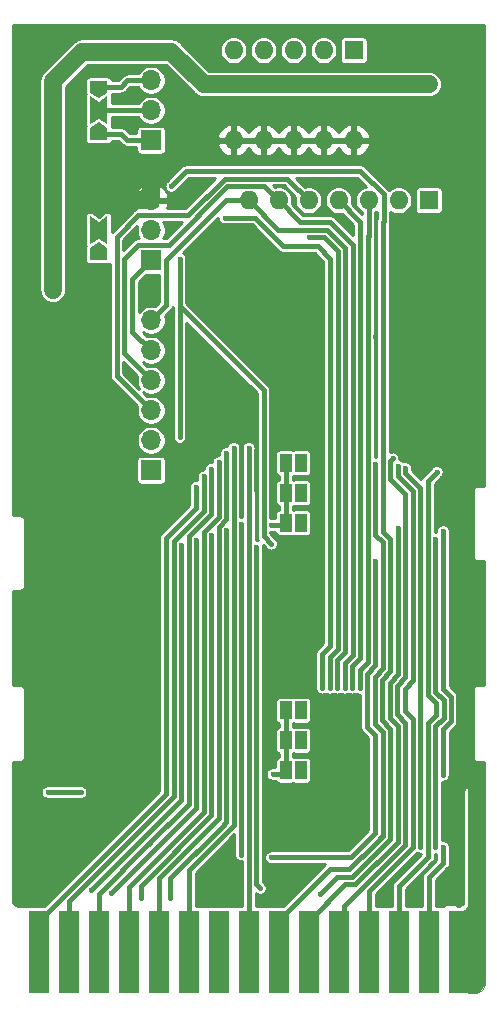
<source format=gbr>
%TF.GenerationSoftware,KiCad,Pcbnew,(5.1.10)-1*%
%TF.CreationDate,2022-11-16T00:45:25-05:00*%
%TF.ProjectId,Coleco-Card3,436f6c65-636f-42d4-9361-7264332e6b69,1*%
%TF.SameCoordinates,Original*%
%TF.FileFunction,Copper,L2,Bot*%
%TF.FilePolarity,Positive*%
%FSLAX46Y46*%
G04 Gerber Fmt 4.6, Leading zero omitted, Abs format (unit mm)*
G04 Created by KiCad (PCBNEW (5.1.10)-1) date 2022-11-16 00:45:25*
%MOMM*%
%LPD*%
G01*
G04 APERTURE LIST*
%TA.AperFunction,EtchedComponent*%
%ADD10C,0.100000*%
%TD*%
%TA.AperFunction,EtchedComponent*%
%ADD11C,0.500000*%
%TD*%
%TA.AperFunction,ConnectorPad*%
%ADD12R,1.750000X7.000000*%
%TD*%
%TA.AperFunction,ComponentPad*%
%ADD13R,1.700000X1.700000*%
%TD*%
%TA.AperFunction,ComponentPad*%
%ADD14O,1.700000X1.700000*%
%TD*%
%TA.AperFunction,SMDPad,CuDef*%
%ADD15R,1.000000X1.500000*%
%TD*%
%TA.AperFunction,ComponentPad*%
%ADD16R,1.600000X1.600000*%
%TD*%
%TA.AperFunction,ComponentPad*%
%ADD17O,1.600000X1.600000*%
%TD*%
%TA.AperFunction,SMDPad,CuDef*%
%ADD18C,0.100000*%
%TD*%
%TA.AperFunction,ViaPad*%
%ADD19C,0.400000*%
%TD*%
%TA.AperFunction,ViaPad*%
%ADD20C,0.800000*%
%TD*%
%TA.AperFunction,Conductor*%
%ADD21C,0.400000*%
%TD*%
%TA.AperFunction,Conductor*%
%ADD22C,1.500000*%
%TD*%
%TA.AperFunction,Conductor*%
%ADD23C,0.600000*%
%TD*%
%TA.AperFunction,Conductor*%
%ADD24C,0.254000*%
%TD*%
%TA.AperFunction,Conductor*%
%ADD25C,0.100000*%
%TD*%
G04 APERTURE END LIST*
D10*
%TO.C,X1*%
G36*
X117678201Y-153469201D02*
G01*
X118376701Y-153469201D01*
X118821201Y-153215201D01*
X119075201Y-152770701D01*
X119075201Y-152516701D01*
X119075201Y-136387701D01*
X117678201Y-136387701D01*
X117678201Y-153469201D01*
G37*
X117678201Y-153469201D02*
X118376701Y-153469201D01*
X118821201Y-153215201D01*
X119075201Y-152770701D01*
X119075201Y-152516701D01*
X119075201Y-136387701D01*
X117678201Y-136387701D01*
X117678201Y-153469201D01*
D11*
X117068601Y-146801701D02*
G75*
G03*
X117894101Y-145976201I0J825500D01*
G01*
%TD*%
D12*
%TO.P,X1,15*%
%TO.N,/A3*%
X99072701Y-150040201D03*
%TO.P,X1,19*%
%TO.N,/A13*%
X104152701Y-150040201D03*
%TO.P,X1,13*%
%TO.N,N/C*%
X96532701Y-150040201D03*
%TO.P,X1,17*%
%TO.N,/A4*%
X101612701Y-150040201D03*
%TO.P,X1,11*%
%TO.N,/A2*%
X93992701Y-150040201D03*
%TO.P,X1,1*%
%TO.N,/D2*%
X81292701Y-150040201D03*
%TO.P,X1,29*%
%TO.N,GND*%
X116852701Y-150040201D03*
%TO.P,X1,25*%
%TO.N,/A7*%
X111772701Y-150040201D03*
%TO.P,X1,27*%
%TO.N,/~FCE3*%
X114312701Y-150040201D03*
%TO.P,X1,23*%
%TO.N,/A6*%
X109232701Y-150040201D03*
%TO.P,X1,21*%
%TO.N,/A5*%
X106692701Y-150040201D03*
%TO.P,X1,5*%
%TO.N,/D0*%
X86372701Y-150040201D03*
%TO.P,X1,3*%
%TO.N,/D1*%
X83832701Y-150040201D03*
%TO.P,X1,7*%
%TO.N,/A0*%
X88912701Y-150040201D03*
%TO.P,X1,9*%
%TO.N,/A1*%
X91452701Y-150040201D03*
%TD*%
D13*
%TO.P,J1,1*%
%TO.N,/A14*%
X90805000Y-81280000D03*
D14*
%TO.P,J1,2*%
%TO.N,/XA14*%
X90805000Y-78740000D03*
%TO.P,J1,3*%
%TO.N,/SA14*%
X90805000Y-76200000D03*
%TD*%
D13*
%TO.P,J2,1*%
%TO.N,/~POE*%
X90805000Y-91440000D03*
D14*
%TO.P,J2,2*%
%TO.N,/~FOE*%
X90805000Y-88900000D03*
%TO.P,J2,3*%
%TO.N,GND*%
X90805000Y-86360000D03*
%TD*%
D15*
%TO.P,JP6,1*%
%TO.N,/~FCE01*%
X103505000Y-132080000D03*
%TO.P,JP6,2*%
%TO.N,/~CE0*%
X102205000Y-132080000D03*
%TD*%
%TO.P,JP7,1*%
%TO.N,/~FCE23*%
X103505000Y-134620000D03*
%TO.P,JP7,2*%
%TO.N,/~CE0*%
X102205000Y-134620000D03*
%TD*%
%TO.P,JP8,2*%
%TO.N,/~CE0*%
X102205000Y-129540000D03*
%TO.P,JP8,1*%
%TO.N,/~FCEX*%
X103505000Y-129540000D03*
%TD*%
%TO.P,JP14,1*%
%TO.N,/~FCE01*%
X103505000Y-111125000D03*
%TO.P,JP14,2*%
%TO.N,/~CE1*%
X102205000Y-111125000D03*
%TD*%
%TO.P,JP15,2*%
%TO.N,/~CE1*%
X102205000Y-113665000D03*
%TO.P,JP15,1*%
%TO.N,/~FCE23*%
X103505000Y-113665000D03*
%TD*%
%TO.P,JP16,1*%
%TO.N,/~FCEX*%
X103505000Y-108585000D03*
%TO.P,JP16,2*%
%TO.N,/~CE1*%
X102205000Y-108585000D03*
%TD*%
D16*
%TO.P,RN1,1*%
%TO.N,+5V*%
X114300000Y-86360000D03*
D17*
%TO.P,RN1,2*%
%TO.N,/SA14*%
X111760000Y-86360000D03*
%TO.P,RN1,3*%
%TO.N,/SA15*%
X109220000Y-86360000D03*
%TO.P,RN1,4*%
%TO.N,/SA16*%
X106680000Y-86360000D03*
%TO.P,RN1,5*%
%TO.N,/SA17*%
X104140000Y-86360000D03*
%TO.P,RN1,6*%
%TO.N,/SA18*%
X101600000Y-86360000D03*
%TO.P,RN1,7*%
%TO.N,/~RWE*%
X99060000Y-86360000D03*
%TD*%
D16*
%TO.P,SW2,1*%
%TO.N,/SA14*%
X107950000Y-73660000D03*
D17*
%TO.P,SW2,6*%
%TO.N,GND*%
X97790000Y-81280000D03*
%TO.P,SW2,2*%
%TO.N,/SA15*%
X105410000Y-73660000D03*
%TO.P,SW2,7*%
%TO.N,GND*%
X100330000Y-81280000D03*
%TO.P,SW2,3*%
%TO.N,/SA16*%
X102870000Y-73660000D03*
%TO.P,SW2,8*%
%TO.N,GND*%
X102870000Y-81280000D03*
%TO.P,SW2,4*%
%TO.N,/SA17*%
X100330000Y-73660000D03*
%TO.P,SW2,9*%
%TO.N,GND*%
X105410000Y-81280000D03*
%TO.P,SW2,5*%
%TO.N,/SA18*%
X97790000Y-73660000D03*
%TO.P,SW2,10*%
%TO.N,GND*%
X107950000Y-81280000D03*
%TD*%
D13*
%TO.P,J5,1*%
%TO.N,/SA15*%
X90805000Y-109220000D03*
D14*
%TO.P,J5,2*%
%TO.N,/SA16*%
X90805000Y-106680000D03*
%TO.P,J5,3*%
%TO.N,/SA17*%
X90805000Y-104140000D03*
%TO.P,J5,4*%
%TO.N,/SA18*%
X90805000Y-101600000D03*
%TO.P,J5,5*%
%TO.N,/~POE*%
X90805000Y-99060000D03*
%TO.P,J5,6*%
%TO.N,/~RWE*%
X90805000Y-96520000D03*
%TD*%
%TA.AperFunction,SMDPad,CuDef*%
D18*
%TO.P,JP1,3*%
%TO.N,/SA14*%
G36*
X86360000Y-77740000D02*
G01*
X85610000Y-77240000D01*
X85610000Y-76240000D01*
X87110000Y-76240000D01*
X87110000Y-77240000D01*
X86360000Y-77740000D01*
G37*
%TD.AperFunction*%
%TA.AperFunction,SMDPad,CuDef*%
%TO.P,JP1,2*%
%TO.N,/XA14*%
G36*
X86360000Y-78040000D02*
G01*
X87110000Y-77540000D01*
X87110000Y-79940000D01*
X86360000Y-79440000D01*
X85610000Y-79940000D01*
X85610000Y-77540000D01*
X86360000Y-78040000D01*
G37*
%TD.AperFunction*%
%TA.AperFunction,SMDPad,CuDef*%
%TO.P,JP1,1*%
%TO.N,/A14*%
G36*
X86360000Y-79740000D02*
G01*
X87110000Y-80240000D01*
X87110000Y-81240000D01*
X85610000Y-81240000D01*
X85610000Y-80240000D01*
X86360000Y-79740000D01*
G37*
%TD.AperFunction*%
%TD*%
%TA.AperFunction,SMDPad,CuDef*%
%TO.P,JP2,1*%
%TO.N,/~POE*%
G36*
X86360000Y-89900000D02*
G01*
X87110000Y-90400000D01*
X87110000Y-91400000D01*
X85610000Y-91400000D01*
X85610000Y-90400000D01*
X86360000Y-89900000D01*
G37*
%TD.AperFunction*%
%TA.AperFunction,SMDPad,CuDef*%
%TO.P,JP2,2*%
%TO.N,/~FOE*%
G36*
X86360000Y-88200000D02*
G01*
X87110000Y-87700000D01*
X87110000Y-90100000D01*
X86360000Y-89600000D01*
X85610000Y-90100000D01*
X85610000Y-87700000D01*
X86360000Y-88200000D01*
G37*
%TD.AperFunction*%
%TA.AperFunction,SMDPad,CuDef*%
%TO.P,JP2,3*%
%TO.N,GND*%
G36*
X86360000Y-87900000D02*
G01*
X85610000Y-87400000D01*
X85610000Y-86400000D01*
X87110000Y-86400000D01*
X87110000Y-87400000D01*
X86360000Y-87900000D01*
G37*
%TD.AperFunction*%
%TD*%
D19*
%TO.N,/~CE0*%
X101092000Y-134937500D03*
%TO.N,/~FCEX*%
X103441500Y-130048000D03*
X103378000Y-109093000D03*
%TO.N,/~FCE23*%
X103251000Y-135128000D03*
X103251000Y-114173000D03*
%TO.N,/~FCE01*%
X103568500Y-132524500D03*
X103505000Y-111633000D03*
%TO.N,/~FCE3*%
X115506500Y-141097000D03*
X84836000Y-136461500D03*
X82042000Y-136461500D03*
%TO.N,/~CE1*%
X100945500Y-113875000D03*
%TO.N,/SA15*%
X109156500Y-111061500D03*
X108458000Y-127635000D03*
%TO.N,/SA16*%
X108521500Y-112014000D03*
X107823000Y-127635000D03*
%TO.N,/SA17*%
X105918000Y-127635000D03*
X104140000Y-89471500D03*
X106616500Y-115252500D03*
%TO.N,/SA18*%
X107886500Y-113347500D03*
X107188000Y-127635000D03*
%TO.N,/~POE*%
X86360000Y-90868500D03*
%TO.N,/~RWE*%
X107251500Y-114681000D03*
X106553000Y-127635000D03*
%TO.N,/A14*%
X105092500Y-145097500D03*
X92519500Y-85153500D03*
%TO.N,/XA14*%
X105283000Y-127635000D03*
X97028000Y-87820500D03*
X105981500Y-115824000D03*
%TO.N,/~FOE*%
X86360000Y-88900000D03*
X93218000Y-91313000D03*
X100965000Y-115443000D03*
D20*
%TO.N,GND*%
X84010500Y-127825500D03*
D19*
X116649500Y-135699500D03*
D20*
X87708500Y-132446000D03*
X87693500Y-135318500D03*
X90297000Y-127317500D03*
D19*
X81788000Y-138112500D03*
X86042500Y-140970000D03*
X82613500Y-143954500D03*
X107124500Y-141033500D03*
X105029000Y-141033500D03*
X104965500Y-142811500D03*
X103124000Y-143954500D03*
X100076000Y-145669000D03*
X101473000Y-136652000D03*
X90741500Y-94043500D03*
X97790000Y-75184000D03*
X107950000Y-75184000D03*
X105410000Y-75184000D03*
X102870000Y-75184000D03*
X100330000Y-75184000D03*
X96139000Y-75184000D03*
D20*
X96139000Y-79629000D03*
D19*
X100584000Y-141224000D03*
X107823000Y-138176000D03*
X102997000Y-117856000D03*
X101600000Y-117602000D03*
X118618000Y-126174500D03*
X115824000Y-112903000D03*
X104394000Y-125222000D03*
X105283000Y-113284000D03*
X101219000Y-107378500D03*
X101155500Y-112903000D03*
X85661500Y-133604000D03*
X96202500Y-106045000D03*
X95123000Y-143954500D03*
X107505500Y-88455500D03*
X109791500Y-97917000D03*
X88900000Y-100965000D03*
X92964000Y-88392000D03*
X88582500Y-90233500D03*
X110998000Y-145415000D03*
X115125500Y-144843500D03*
X116967000Y-142367000D03*
X113157000Y-145161000D03*
X103822500Y-138366500D03*
X97218500Y-141287500D03*
D20*
X79502000Y-71882000D03*
X118681500Y-71882000D03*
X79502000Y-145542000D03*
D19*
X102997000Y-133350000D03*
D20*
%TO.N,+5V*%
X114300000Y-76517500D03*
X82486500Y-93916500D03*
D19*
%TO.N,/A10*%
X100012500Y-144589500D03*
X99695000Y-136525000D03*
X99695000Y-115697000D03*
%TO.N,/D7*%
X98425000Y-134747000D03*
X98425000Y-113792000D03*
X98425000Y-141760510D03*
%TO.N,/D6*%
X97155000Y-134302500D03*
X92392500Y-145415000D03*
X97155000Y-114236500D03*
%TO.N,/D5*%
X95885000Y-133731000D03*
X89916000Y-145415000D03*
X95885000Y-114681000D03*
%TO.N,/D4*%
X94615000Y-133159500D03*
X87439500Y-144970500D03*
X94615000Y-115125500D03*
%TO.N,/D3*%
X93345000Y-133286500D03*
X85725000Y-144780000D03*
X93345000Y-115570000D03*
%TO.N,/D2*%
X92075000Y-128778000D03*
X94615000Y-110617000D03*
%TO.N,/D1*%
X92710000Y-128079500D03*
X95250000Y-109728000D03*
%TO.N,/D0*%
X93980000Y-127254000D03*
X95885000Y-109093000D03*
%TO.N,/A0*%
X95250000Y-127254000D03*
X96520000Y-108521500D03*
%TO.N,/A1*%
X96520000Y-127317500D03*
X97155000Y-107759500D03*
%TO.N,/A2*%
X97790000Y-127762000D03*
X97790000Y-107315000D03*
%TO.N,/A3*%
X99060000Y-127317500D03*
X99060000Y-107315000D03*
%TO.N,/A4*%
X109728000Y-129222500D03*
X109791500Y-108648500D03*
%TO.N,/A5*%
X111633000Y-129095500D03*
X111252000Y-108204000D03*
%TO.N,/A6*%
X112268000Y-129603500D03*
X111696500Y-108839000D03*
%TO.N,/A7*%
X114935000Y-129857500D03*
X114998500Y-109347000D03*
%TO.N,/A12*%
X113601500Y-141097000D03*
X113601500Y-127508000D03*
X112331500Y-109029500D03*
%TO.N,/A13*%
X111696500Y-135191500D03*
X111696500Y-114109500D03*
%TO.N,/A8*%
X115506500Y-135001000D03*
X115506500Y-114363500D03*
%TO.N,/A9*%
X114871500Y-141097000D03*
X114871500Y-135509000D03*
X114871500Y-114998500D03*
%TO.N,/A11*%
X109791500Y-137985500D03*
X100965000Y-141986000D03*
X109791500Y-116903500D03*
%TD*%
D21*
%TO.N,/~CE0*%
X102205000Y-129540000D02*
X102205000Y-134620000D01*
X102205000Y-134620000D02*
X102171500Y-134620000D01*
X102171500Y-134620000D02*
X101854000Y-134937500D01*
X101854000Y-134937500D02*
X101092000Y-134937500D01*
X101092000Y-134937500D02*
X101092000Y-134937500D01*
%TO.N,/~FCE3*%
X114312701Y-150040201D02*
X114312701Y-143687799D01*
X114312701Y-143687799D02*
X115506500Y-142494000D01*
X115506500Y-142494000D02*
X115506500Y-141097000D01*
X115506500Y-141097000D02*
X115506500Y-141097000D01*
X84836000Y-136461500D02*
X82042000Y-136461500D01*
X82042000Y-136461500D02*
X82042000Y-136461500D01*
%TO.N,/~CE1*%
X101995000Y-113875000D02*
X102205000Y-113665000D01*
X100945500Y-113875000D02*
X101995000Y-113875000D01*
X102205000Y-113665000D02*
X102205000Y-108585000D01*
%TO.N,/SA15*%
X108458000Y-126111000D02*
X109156500Y-125412500D01*
X109156500Y-125412500D02*
X109156500Y-117729000D01*
X109156500Y-117729000D02*
X109156500Y-117729000D01*
X109156500Y-117729000D02*
X109156500Y-109220000D01*
X109156500Y-109220000D02*
X109156500Y-109220000D01*
X109220000Y-89344500D02*
X109220000Y-86360000D01*
X109156500Y-89408000D02*
X109220000Y-89344500D01*
X109156500Y-109220000D02*
X109156500Y-89408000D01*
X108458000Y-127635000D02*
X108458000Y-126111000D01*
%TO.N,/SA16*%
X108521500Y-88201500D02*
X106680000Y-86360000D01*
X108521500Y-125095000D02*
X108521500Y-88201500D01*
X107823000Y-125793500D02*
X108521500Y-125095000D01*
X107823000Y-127635000D02*
X107823000Y-125793500D01*
%TO.N,/SA17*%
X90805000Y-104140000D02*
X87884000Y-101219000D01*
X87884000Y-101219000D02*
X87884000Y-89471500D01*
X87884000Y-89471500D02*
X89725500Y-87630000D01*
X89725500Y-87630000D02*
X93916500Y-87630000D01*
X93916500Y-87630000D02*
X97028000Y-84518500D01*
X102298500Y-84518500D02*
X104140000Y-86360000D01*
X97028000Y-84518500D02*
X102298500Y-84518500D01*
X105918000Y-125031500D02*
X106616500Y-124333000D01*
X106616500Y-124333000D02*
X106616500Y-117856000D01*
X106616500Y-117856000D02*
X106616500Y-117729000D01*
X106616500Y-117729000D02*
X106616500Y-104457500D01*
X106616500Y-104457500D02*
X106616500Y-104140000D01*
X106616500Y-104140000D02*
X106616500Y-104140000D01*
X105918000Y-127635000D02*
X105918000Y-125031500D01*
X106616500Y-104140000D02*
X106616500Y-104076500D01*
X106616500Y-104076500D02*
X106616500Y-90678000D01*
X106616500Y-90678000D02*
X105410000Y-89471500D01*
X105410000Y-89471500D02*
X104140000Y-89471500D01*
X104140000Y-89471500D02*
X104140000Y-89471500D01*
%TO.N,/SA18*%
X90805000Y-101600000D02*
X88519000Y-99314000D01*
X89674997Y-90150001D02*
X92285499Y-90150001D01*
X88519000Y-91305998D02*
X89674997Y-90150001D01*
X88519000Y-99314000D02*
X88519000Y-91305998D01*
X100399999Y-85159999D02*
X101600000Y-86360000D01*
X97275501Y-85159999D02*
X100399999Y-85159999D01*
X92285499Y-90150001D02*
X97275501Y-85159999D01*
X107886500Y-101600000D02*
X107886500Y-101600000D01*
X103441500Y-88201500D02*
X101600000Y-86360000D01*
X105981500Y-88201500D02*
X103441500Y-88201500D01*
X107886500Y-90106500D02*
X105981500Y-88201500D01*
X107886500Y-124841000D02*
X107886500Y-90106500D01*
X107188000Y-125539500D02*
X107886500Y-124841000D01*
X107188000Y-127635000D02*
X107188000Y-125539500D01*
%TO.N,/~POE*%
X90805000Y-99060000D02*
X89217500Y-97472500D01*
X89217500Y-93027500D02*
X90805000Y-91440000D01*
X89217500Y-97472500D02*
X89217500Y-93027500D01*
%TO.N,/~RWE*%
X97155000Y-86360000D02*
X99060000Y-86360000D01*
X92075000Y-91440000D02*
X97155000Y-86360000D01*
X92075000Y-95250000D02*
X92075000Y-91440000D01*
X90805000Y-96520000D02*
X92075000Y-95250000D01*
X101536500Y-88836500D02*
X99060000Y-86360000D01*
X105727500Y-88836500D02*
X101536500Y-88836500D01*
X107251500Y-90360500D02*
X105727500Y-88836500D01*
X107251500Y-124587000D02*
X107251500Y-90360500D01*
X106553000Y-125285500D02*
X107251500Y-124587000D01*
X106553000Y-127635000D02*
X106553000Y-125285500D01*
%TO.N,/A14*%
X88805000Y-81280000D02*
X88265000Y-80740000D01*
X90805000Y-81280000D02*
X88805000Y-81280000D01*
X88265000Y-80740000D02*
X86360000Y-80740000D01*
X92519500Y-85153500D02*
X92519500Y-85153500D01*
X93789500Y-83883500D02*
X92519500Y-85153500D01*
X108519502Y-83883500D02*
X93789500Y-83883500D01*
X105092500Y-145097500D02*
X106553000Y-143637000D01*
X106553000Y-143637000D02*
X107823000Y-143637000D01*
X111061500Y-126238000D02*
X111061500Y-115062000D01*
X107823000Y-143637000D02*
X111061500Y-140398500D01*
X111061500Y-140398500D02*
X111061500Y-131087043D01*
X110490000Y-88138000D02*
X110490000Y-85853998D01*
X111061500Y-131087043D02*
X110363000Y-130388543D01*
X110363000Y-130388543D02*
X110363000Y-126936500D01*
X110363000Y-126936500D02*
X111061500Y-126238000D01*
X111061500Y-115062000D02*
X110426500Y-114427000D01*
X110426500Y-114427000D02*
X110426500Y-88201500D01*
X110426500Y-88201500D02*
X110490000Y-88138000D01*
X110490000Y-85853998D02*
X108519502Y-83883500D01*
%TO.N,/XA14*%
X105283000Y-124777500D02*
X105981500Y-124079000D01*
X105981500Y-124079000D02*
X105981500Y-118237000D01*
X105981500Y-118237000D02*
X105981500Y-118173500D01*
X105981500Y-118237000D02*
X105981500Y-100203000D01*
X105283000Y-127635000D02*
X105283000Y-124777500D01*
X90805000Y-78740000D02*
X88265000Y-78740000D01*
X88265000Y-78740000D02*
X86360000Y-78740000D01*
X105981500Y-100203000D02*
X105981500Y-91313000D01*
X105981500Y-91313000D02*
X104902000Y-90233500D01*
X104902000Y-90233500D02*
X101981000Y-90233500D01*
X101981000Y-90233500D02*
X99568000Y-87820500D01*
X99568000Y-87820500D02*
X97028000Y-87820500D01*
X97028000Y-87820500D02*
X97028000Y-87820500D01*
%TO.N,/SA14*%
X88805000Y-76200000D02*
X88265000Y-76740000D01*
X90805000Y-76200000D02*
X88805000Y-76200000D01*
X88265000Y-76740000D02*
X86360000Y-76740000D01*
%TO.N,/~FOE*%
X93218000Y-93662500D02*
X93218000Y-95313500D01*
X93218000Y-106426000D02*
X93218000Y-93662500D01*
X93218000Y-93662500D02*
X93218000Y-91313000D01*
X93218000Y-95313500D02*
X100330000Y-102425500D01*
X100330000Y-102425500D02*
X100330000Y-114808000D01*
X100330000Y-114808000D02*
X100965000Y-115443000D01*
X100965000Y-115443000D02*
X100965000Y-115443000D01*
%TO.N,GND*%
X116852701Y-150040201D02*
X116852701Y-148323299D01*
X118552925Y-146623075D02*
X118552925Y-137098075D01*
X116852701Y-148323299D02*
X118552925Y-146623075D01*
X97790000Y-81280000D02*
X107950000Y-81280000D01*
D22*
X117411500Y-134747000D02*
X118364000Y-135699500D01*
X118364000Y-135699500D02*
X118364000Y-137096500D01*
D21*
X118364000Y-136909150D02*
X118552925Y-137098075D01*
X118364000Y-135699500D02*
X118364000Y-136909150D01*
X117411500Y-134937500D02*
X117411500Y-134747000D01*
X116649500Y-135699500D02*
X117411500Y-134937500D01*
D22*
X87693500Y-132461000D02*
X87708500Y-132446000D01*
X87693500Y-135318500D02*
X87693500Y-132461000D01*
X87708500Y-129809000D02*
X85883750Y-127984250D01*
X84264500Y-126365000D02*
X84264500Y-124460000D01*
X90805000Y-86360000D02*
X90805000Y-84899500D01*
D21*
X102870000Y-79057500D02*
X103060500Y-78867000D01*
X102870000Y-81280000D02*
X102870000Y-79057500D01*
D22*
X96837500Y-78867000D02*
X103060500Y-78867000D01*
X84264500Y-94043500D02*
X84264500Y-89916000D01*
X84264500Y-116268500D02*
X84264500Y-94043500D01*
X84264500Y-124460000D02*
X84264500Y-116268500D01*
X84264500Y-87425010D02*
X84264500Y-89916000D01*
X85329510Y-86360000D02*
X84264500Y-87425010D01*
D21*
X84137500Y-87249000D02*
X86122000Y-87249000D01*
D22*
X90805000Y-84899500D02*
X95218250Y-80486250D01*
X95218250Y-80486250D02*
X96837500Y-78867000D01*
D21*
X87280750Y-86836250D02*
X86741000Y-87376000D01*
D22*
X85883750Y-127984250D02*
X85217000Y-127317500D01*
X85217000Y-127317500D02*
X84264500Y-126365000D01*
X87708500Y-127777000D02*
X87249000Y-127317500D01*
X87249000Y-127317500D02*
X90297000Y-127317500D01*
X87708500Y-132446000D02*
X87708500Y-130761500D01*
X87708500Y-130761500D02*
X87708500Y-127777000D01*
X87708500Y-130761500D02*
X87708500Y-129809000D01*
X90297000Y-127317500D02*
X90297000Y-127317500D01*
D21*
X89344500Y-86360000D02*
X90805000Y-84899500D01*
X88900000Y-86360000D02*
X89344500Y-86360000D01*
D22*
X90805000Y-86360000D02*
X88900000Y-86360000D01*
X88900000Y-86360000D02*
X85329510Y-86360000D01*
X117411500Y-131042500D02*
X117411500Y-134747000D01*
X118364000Y-109601000D02*
X117411500Y-110553500D01*
X117411500Y-110553500D02*
X117411500Y-131042500D01*
X118364000Y-83439000D02*
X118364000Y-109601000D01*
X113792000Y-78867000D02*
X118364000Y-83439000D01*
X103060500Y-78867000D02*
X113792000Y-78867000D01*
D23*
X84010500Y-126619000D02*
X84264500Y-126365000D01*
X84010500Y-127825500D02*
X84010500Y-126619000D01*
X84709000Y-127825500D02*
X85217000Y-127317500D01*
X84010500Y-127825500D02*
X84709000Y-127825500D01*
X86296500Y-127825500D02*
X86804500Y-127317500D01*
X84010500Y-127825500D02*
X86296500Y-127825500D01*
D22*
X86804500Y-127317500D02*
X87249000Y-127317500D01*
X85217000Y-127317500D02*
X86804500Y-127317500D01*
D21*
X97790000Y-75184000D02*
X107950000Y-75184000D01*
X107950000Y-75184000D02*
X107950000Y-75184000D01*
X97790000Y-75184000D02*
X97507158Y-75184000D01*
X97507158Y-75184000D02*
X96139000Y-75184000D01*
X96139000Y-75184000D02*
X96139000Y-75184000D01*
D22*
%TO.N,+5V*%
X82486500Y-76263500D02*
X82486500Y-93916500D01*
X84963000Y-73787000D02*
X82486500Y-76263500D01*
X92519500Y-73787000D02*
X84963000Y-73787000D01*
X95250000Y-76517500D02*
X92519500Y-73787000D01*
X114300000Y-76517500D02*
X95250000Y-76517500D01*
D21*
%TO.N,/A10*%
X100012500Y-144589500D02*
X99695000Y-144272000D01*
X99695000Y-144272000D02*
X99695000Y-139192000D01*
X99695000Y-139192000D02*
X99695000Y-139001500D01*
X99695000Y-139001500D02*
X99695000Y-123825000D01*
X99695000Y-123825000D02*
X99695000Y-115697000D01*
X99695000Y-115697000D02*
X99695000Y-115697000D01*
%TO.N,/D7*%
X98425000Y-122047000D02*
X98425000Y-141760510D01*
X98425000Y-122047000D02*
X98425000Y-113792000D01*
%TO.N,/D6*%
X92392500Y-143764000D02*
X96774000Y-139382500D01*
X96774000Y-139382500D02*
X97155000Y-139001500D01*
X92392500Y-145415000D02*
X92392500Y-143764000D01*
X97155000Y-134302500D02*
X97155000Y-139001500D01*
X97155000Y-134302500D02*
X97155000Y-114236500D01*
%TO.N,/D5*%
X95885000Y-134239000D02*
X95885000Y-133731000D01*
X95885000Y-138430000D02*
X95885000Y-134239000D01*
X89916000Y-144399000D02*
X95885000Y-138430000D01*
X89916000Y-145415000D02*
X89916000Y-144399000D01*
X95885000Y-133731000D02*
X95885000Y-114681000D01*
%TO.N,/D4*%
X87439500Y-144970500D02*
X87439500Y-144970500D01*
X94615000Y-137795000D02*
X87439500Y-144970500D01*
X94615000Y-133159500D02*
X94615000Y-137795000D01*
X94615000Y-133159500D02*
X94615000Y-115125500D01*
%TO.N,/D3*%
X93345000Y-134366000D02*
X93345000Y-137160000D01*
X93345000Y-133286500D02*
X93345000Y-134366000D01*
X93345000Y-137160000D02*
X88455500Y-142049500D01*
X88455500Y-142049500D02*
X85725000Y-144780000D01*
X85725000Y-144780000D02*
X85725000Y-144780000D01*
X93345000Y-133286500D02*
X93345000Y-115570000D01*
%TO.N,/D2*%
X92075000Y-126746000D02*
X92075000Y-118554500D01*
X92075000Y-136588500D02*
X92075000Y-126746000D01*
X81737824Y-146925676D02*
X92075000Y-136588500D01*
X81737824Y-149595078D02*
X81737824Y-146925676D01*
X81292701Y-150040201D02*
X81737824Y-149595078D01*
X92075000Y-118554500D02*
X92075000Y-116078000D01*
X92075000Y-116078000D02*
X92075000Y-114935000D01*
X92075000Y-114935000D02*
X92773500Y-114236500D01*
X92773500Y-114236500D02*
X94615000Y-112395000D01*
X94615000Y-112395000D02*
X94615000Y-110617000D01*
X94615000Y-110617000D02*
X94615000Y-110617000D01*
%TO.N,/D1*%
X83832701Y-145679341D02*
X83832701Y-150040201D01*
X92710000Y-136802042D02*
X83832701Y-145679341D01*
X92710000Y-128079500D02*
X92710000Y-136802042D01*
X92710000Y-116332000D02*
X92710000Y-115189000D01*
X92710000Y-128079500D02*
X92710000Y-116332000D01*
X92710000Y-115189000D02*
X95250000Y-112649000D01*
X95250000Y-112649000D02*
X95250000Y-112331500D01*
X95250000Y-112331500D02*
X95250000Y-109728000D01*
X95250000Y-109728000D02*
X95250000Y-109728000D01*
%TO.N,/D0*%
X86372701Y-145084799D02*
X86372701Y-150040201D01*
X90678000Y-140779500D02*
X90392250Y-141065250D01*
X90392250Y-141065250D02*
X86372701Y-145084799D01*
X93980000Y-137477500D02*
X93980000Y-137287000D01*
X90392250Y-141065250D02*
X93980000Y-137477500D01*
X93980000Y-127254000D02*
X93980000Y-137287000D01*
X93980000Y-116268500D02*
X93980000Y-114808000D01*
X93980000Y-127254000D02*
X93980000Y-116268500D01*
X93980000Y-114808000D02*
X95059500Y-113728500D01*
X95059500Y-113728500D02*
X95377000Y-113411000D01*
X95377000Y-113411000D02*
X95885000Y-112903000D01*
X95885000Y-112903000D02*
X95885000Y-109093000D01*
%TO.N,/A0*%
X88912701Y-144513299D02*
X88912701Y-150040201D01*
X95250000Y-138176000D02*
X88912701Y-144513299D01*
X95250000Y-127254000D02*
X95250000Y-138176000D01*
X95250000Y-127254000D02*
X95250000Y-114681000D01*
X95250000Y-114681000D02*
X95250000Y-114427000D01*
X95250000Y-114427000D02*
X96520000Y-113157000D01*
X96520000Y-113157000D02*
X96520000Y-108521500D01*
X96520000Y-108521500D02*
X96520000Y-108521500D01*
%TO.N,/A1*%
X91452701Y-143751299D02*
X91452701Y-150040201D01*
X96520000Y-138684000D02*
X91452701Y-143751299D01*
X96520000Y-127317500D02*
X96520000Y-138684000D01*
X96520000Y-127317500D02*
X96520000Y-114617500D01*
X96520000Y-114022958D02*
X97155000Y-113387958D01*
X96520000Y-114617500D02*
X96520000Y-114022958D01*
X97155000Y-113387958D02*
X97155000Y-112966500D01*
X97155000Y-112966500D02*
X97155000Y-107759500D01*
X97155000Y-107759500D02*
X97155000Y-107759500D01*
%TO.N,/A2*%
X93992701Y-143052799D02*
X93992701Y-150040201D01*
X97790000Y-139255500D02*
X93992701Y-143052799D01*
X97790000Y-127762000D02*
X97790000Y-139255500D01*
X97790000Y-127762000D02*
X97790000Y-114173000D01*
X97790000Y-114173000D02*
X97790000Y-107315000D01*
X97790000Y-107315000D02*
X97790000Y-107315000D01*
%TO.N,/A3*%
X99072701Y-150040201D02*
X99072701Y-114617500D01*
X99072701Y-114617500D02*
X99060000Y-107315000D01*
X99060000Y-107315000D02*
X99072701Y-107327701D01*
%TO.N,/A4*%
X105918000Y-143002000D02*
X107569000Y-143002000D01*
X101612701Y-147307299D02*
X105918000Y-143002000D01*
X101612701Y-150040201D02*
X101612701Y-147307299D01*
X110077250Y-140493750D02*
X110299500Y-140271500D01*
X107569000Y-143002000D02*
X109728000Y-140843000D01*
X109728000Y-140843000D02*
X110077250Y-140493750D01*
X109791500Y-114681000D02*
X109791500Y-108648500D01*
X110426500Y-125984000D02*
X110426500Y-115316000D01*
X109728000Y-126682500D02*
X110426500Y-125984000D01*
X109728000Y-130683000D02*
X109728000Y-126682500D01*
X110426500Y-131381500D02*
X109728000Y-130683000D01*
X110426500Y-140144500D02*
X110426500Y-131381500D01*
X110426500Y-115316000D02*
X109791500Y-114681000D01*
X109728000Y-140843000D02*
X110426500Y-140144500D01*
%TO.N,/A5*%
X112331500Y-126746000D02*
X112331500Y-111188500D01*
X111061500Y-108394500D02*
X111252000Y-108204000D01*
X111633000Y-127444500D02*
X112331500Y-126746000D01*
X111633000Y-129897958D02*
X111633000Y-127444500D01*
X112331500Y-111188500D02*
X111061500Y-109918500D01*
X112331500Y-140906500D02*
X112331500Y-130596458D01*
X107124500Y-146113500D02*
X112331500Y-140906500D01*
X112331500Y-130596458D02*
X111633000Y-129897958D01*
X107124500Y-149608402D02*
X107124500Y-146113500D01*
X111061500Y-109918500D02*
X111061500Y-108394500D01*
X106692701Y-150040201D02*
X107124500Y-149608402D01*
%TO.N,/A6*%
X109232701Y-150040201D02*
X109232701Y-144853841D01*
X109232701Y-144853841D02*
X112966500Y-141120042D01*
X112966500Y-130302000D02*
X112268000Y-129603500D01*
X112966500Y-130683000D02*
X112966500Y-130302000D01*
X112966500Y-141120042D02*
X112966500Y-130683000D01*
X111696500Y-108839000D02*
X111696500Y-108839000D01*
X112966500Y-110934500D02*
X111696500Y-109664500D01*
X112966500Y-127000000D02*
X112966500Y-110934500D01*
X111696500Y-109664500D02*
X111696500Y-108839000D01*
X112268000Y-127698500D02*
X112966500Y-127000000D01*
X112268000Y-129603500D02*
X112268000Y-127698500D01*
%TO.N,/A7*%
X111772701Y-150040201D02*
X111772701Y-144449799D01*
X111772701Y-144449799D02*
X114236500Y-141986000D01*
X114236500Y-141986000D02*
X114236500Y-141097000D01*
X114236500Y-141097000D02*
X114236500Y-134747000D01*
X114236500Y-134747000D02*
X114236500Y-134175500D01*
X114935000Y-129908300D02*
X114935000Y-129857500D01*
X114935000Y-129921000D02*
X114935000Y-129908300D01*
X114236500Y-130619500D02*
X114935000Y-129921000D01*
X114236500Y-134747000D02*
X114236500Y-130619500D01*
X114998500Y-109347000D02*
X114998500Y-109347000D01*
X114554000Y-109791500D02*
X114998500Y-109347000D01*
X114236500Y-110109000D02*
X114554000Y-109791500D01*
X114236500Y-128206500D02*
X114236500Y-110109000D01*
X114935000Y-128905000D02*
X114236500Y-128206500D01*
X114935000Y-129857500D02*
X114935000Y-128905000D01*
%TO.N,/A12*%
X113601500Y-135255000D02*
X113601500Y-127508000D01*
X113601500Y-141097000D02*
X113601500Y-135255000D01*
X113601500Y-135255000D02*
X113601500Y-134429500D01*
X112331500Y-109410500D02*
X112331500Y-109029500D01*
X113601500Y-110680500D02*
X112331500Y-109410500D01*
X113601500Y-127508000D02*
X113601500Y-110680500D01*
%TO.N,/A13*%
X111696500Y-140652500D02*
X111696500Y-135191500D01*
X107251500Y-144272000D02*
X108077000Y-144272000D01*
X104152701Y-147370799D02*
X107251500Y-144272000D01*
X108077000Y-144272000D02*
X111696500Y-140652500D01*
X104152701Y-150040201D02*
X104152701Y-147370799D01*
X111696500Y-122364500D02*
X111696500Y-122364500D01*
X111696500Y-115443000D02*
X111696500Y-114109500D01*
X111696500Y-126492000D02*
X111696500Y-115443000D01*
X110998000Y-127190500D02*
X111696500Y-126492000D01*
X110998000Y-130175000D02*
X110998000Y-127190500D01*
X111696500Y-130873500D02*
X110998000Y-130175000D01*
X111696500Y-135191500D02*
X111696500Y-130873500D01*
%TO.N,/A8*%
X115506500Y-135001000D02*
X115506500Y-131127500D01*
X115506500Y-131127500D02*
X116205000Y-130429000D01*
X116205000Y-130429000D02*
X116205000Y-128397000D01*
X116205000Y-128397000D02*
X115506500Y-127698500D01*
X115506500Y-127698500D02*
X115506500Y-125031500D01*
X115506500Y-125031500D02*
X115506500Y-114363500D01*
X115506500Y-114363500D02*
X115506500Y-114363500D01*
%TO.N,/A9*%
X114871500Y-127952500D02*
X114871500Y-125412500D01*
X115570000Y-128651000D02*
X114871500Y-127952500D01*
X115570000Y-130175000D02*
X115570000Y-128651000D01*
X114871500Y-130873500D02*
X115570000Y-130175000D01*
X114871500Y-141097000D02*
X114871500Y-130873500D01*
X114871500Y-125412500D02*
X114871500Y-123952000D01*
X114871500Y-123952000D02*
X114871500Y-123952000D01*
X114871500Y-123952000D02*
X114871500Y-114998500D01*
%TO.N,/A11*%
X109791500Y-125730000D02*
X109791500Y-125349000D01*
X109093000Y-126428500D02*
X109791500Y-125730000D01*
X109093000Y-130937000D02*
X109093000Y-126428500D01*
X109791500Y-131635500D02*
X109093000Y-130937000D01*
X109791500Y-139890500D02*
X109791500Y-131635500D01*
X107696000Y-141986000D02*
X109791500Y-139890500D01*
X100965000Y-141986000D02*
X107696000Y-141986000D01*
X109791500Y-125349000D02*
X109791500Y-125095000D01*
X109791500Y-125095000D02*
X109791500Y-123825000D01*
X109791500Y-123825000D02*
X109791500Y-123825000D01*
X109791500Y-123825000D02*
X109791500Y-116903500D01*
%TD*%
D24*
%TO.N,GND*%
X96452596Y-87905855D02*
X96455407Y-87934396D01*
X96463733Y-87961843D01*
X96469328Y-87989971D01*
X96480302Y-88016466D01*
X96488629Y-88043915D01*
X96502150Y-88069211D01*
X96513125Y-88095707D01*
X96529059Y-88119554D01*
X96542579Y-88144848D01*
X96560773Y-88167018D01*
X96576708Y-88190866D01*
X96596987Y-88211145D01*
X96615183Y-88233317D01*
X96637355Y-88251513D01*
X96657634Y-88271792D01*
X96681482Y-88287727D01*
X96703652Y-88305921D01*
X96728946Y-88319441D01*
X96752793Y-88335375D01*
X96779289Y-88346350D01*
X96804585Y-88359871D01*
X96832034Y-88368198D01*
X96858529Y-88379172D01*
X96886657Y-88384767D01*
X96914104Y-88393093D01*
X96942645Y-88395904D01*
X96970777Y-88401500D01*
X99327343Y-88401500D01*
X101549987Y-90624145D01*
X101568183Y-90646317D01*
X101656652Y-90718921D01*
X101757585Y-90772871D01*
X101867104Y-90806093D01*
X101952460Y-90814500D01*
X101952462Y-90814500D01*
X101980999Y-90817311D01*
X102009536Y-90814500D01*
X104661343Y-90814500D01*
X105400501Y-91553659D01*
X105400500Y-100231539D01*
X105400501Y-100231549D01*
X105400500Y-118144960D01*
X105400500Y-118265539D01*
X105400501Y-118265549D01*
X105400500Y-123838342D01*
X104892355Y-124346488D01*
X104870184Y-124364683D01*
X104833001Y-124409991D01*
X104797579Y-124453153D01*
X104743629Y-124554086D01*
X104710407Y-124663605D01*
X104699189Y-124777500D01*
X104702001Y-124806050D01*
X104702000Y-127577777D01*
X104702000Y-127692223D01*
X104707596Y-127720356D01*
X104710407Y-127748895D01*
X104718732Y-127776340D01*
X104724328Y-127804471D01*
X104735304Y-127830969D01*
X104743629Y-127858414D01*
X104757148Y-127883707D01*
X104768125Y-127910207D01*
X104784062Y-127934058D01*
X104797579Y-127959347D01*
X104815771Y-127981514D01*
X104831708Y-128005366D01*
X104851989Y-128025647D01*
X104870183Y-128047817D01*
X104892355Y-128066013D01*
X104912634Y-128086292D01*
X104936482Y-128102227D01*
X104958652Y-128120421D01*
X104983946Y-128133941D01*
X105007793Y-128149875D01*
X105034289Y-128160850D01*
X105059585Y-128174371D01*
X105087034Y-128182698D01*
X105113529Y-128193672D01*
X105141657Y-128199267D01*
X105169104Y-128207593D01*
X105197645Y-128210404D01*
X105225777Y-128216000D01*
X105254460Y-128216000D01*
X105283000Y-128218811D01*
X105311540Y-128216000D01*
X105340223Y-128216000D01*
X105368356Y-128210404D01*
X105396895Y-128207593D01*
X105424340Y-128199268D01*
X105452471Y-128193672D01*
X105478969Y-128182696D01*
X105506414Y-128174371D01*
X105531707Y-128160852D01*
X105558207Y-128149875D01*
X105582058Y-128133938D01*
X105600499Y-128124081D01*
X105618946Y-128133941D01*
X105642793Y-128149875D01*
X105669289Y-128160850D01*
X105694585Y-128174371D01*
X105722034Y-128182698D01*
X105748529Y-128193672D01*
X105776657Y-128199267D01*
X105804104Y-128207593D01*
X105832645Y-128210404D01*
X105860777Y-128216000D01*
X105889460Y-128216000D01*
X105918000Y-128218811D01*
X105946540Y-128216000D01*
X105975223Y-128216000D01*
X106003356Y-128210404D01*
X106031895Y-128207593D01*
X106059340Y-128199268D01*
X106087471Y-128193672D01*
X106113969Y-128182696D01*
X106141414Y-128174371D01*
X106166707Y-128160852D01*
X106193207Y-128149875D01*
X106217058Y-128133938D01*
X106235499Y-128124081D01*
X106253946Y-128133941D01*
X106277793Y-128149875D01*
X106304289Y-128160850D01*
X106329585Y-128174371D01*
X106357034Y-128182698D01*
X106383529Y-128193672D01*
X106411657Y-128199267D01*
X106439104Y-128207593D01*
X106467645Y-128210404D01*
X106495777Y-128216000D01*
X106524460Y-128216000D01*
X106553000Y-128218811D01*
X106581540Y-128216000D01*
X106610223Y-128216000D01*
X106638356Y-128210404D01*
X106666895Y-128207593D01*
X106694340Y-128199268D01*
X106722471Y-128193672D01*
X106748969Y-128182696D01*
X106776414Y-128174371D01*
X106801707Y-128160852D01*
X106828207Y-128149875D01*
X106852058Y-128133938D01*
X106870499Y-128124081D01*
X106888946Y-128133941D01*
X106912793Y-128149875D01*
X106939289Y-128160850D01*
X106964585Y-128174371D01*
X106992034Y-128182698D01*
X107018529Y-128193672D01*
X107046657Y-128199267D01*
X107074104Y-128207593D01*
X107102645Y-128210404D01*
X107130777Y-128216000D01*
X107159460Y-128216000D01*
X107188000Y-128218811D01*
X107216540Y-128216000D01*
X107245223Y-128216000D01*
X107273356Y-128210404D01*
X107301895Y-128207593D01*
X107329340Y-128199268D01*
X107357471Y-128193672D01*
X107383969Y-128182696D01*
X107411414Y-128174371D01*
X107436707Y-128160852D01*
X107463207Y-128149875D01*
X107487058Y-128133938D01*
X107505499Y-128124081D01*
X107523946Y-128133941D01*
X107547793Y-128149875D01*
X107574289Y-128160850D01*
X107599585Y-128174371D01*
X107627034Y-128182698D01*
X107653529Y-128193672D01*
X107681657Y-128199267D01*
X107709104Y-128207593D01*
X107737645Y-128210404D01*
X107765777Y-128216000D01*
X107794460Y-128216000D01*
X107823000Y-128218811D01*
X107851540Y-128216000D01*
X107880223Y-128216000D01*
X107908356Y-128210404D01*
X107936895Y-128207593D01*
X107964340Y-128199268D01*
X107992471Y-128193672D01*
X108018969Y-128182696D01*
X108046414Y-128174371D01*
X108071707Y-128160852D01*
X108098207Y-128149875D01*
X108122058Y-128133938D01*
X108140499Y-128124081D01*
X108158946Y-128133941D01*
X108182793Y-128149875D01*
X108209289Y-128160850D01*
X108234585Y-128174371D01*
X108262034Y-128182698D01*
X108288529Y-128193672D01*
X108316657Y-128199267D01*
X108344104Y-128207593D01*
X108372645Y-128210404D01*
X108400777Y-128216000D01*
X108429460Y-128216000D01*
X108458000Y-128218811D01*
X108486540Y-128216000D01*
X108512001Y-128216000D01*
X108512000Y-130908460D01*
X108509189Y-130937000D01*
X108512000Y-130965539D01*
X108520407Y-131050895D01*
X108553629Y-131160414D01*
X108607579Y-131261347D01*
X108680183Y-131349817D01*
X108702360Y-131368017D01*
X109210501Y-131876159D01*
X109210500Y-139649842D01*
X107455343Y-141405000D01*
X100907777Y-141405000D01*
X100879645Y-141410596D01*
X100851104Y-141413407D01*
X100823657Y-141421733D01*
X100795529Y-141427328D01*
X100769034Y-141438302D01*
X100741585Y-141446629D01*
X100716289Y-141460150D01*
X100689793Y-141471125D01*
X100665946Y-141487059D01*
X100640652Y-141500579D01*
X100618482Y-141518773D01*
X100594634Y-141534708D01*
X100574355Y-141554987D01*
X100552183Y-141573183D01*
X100533990Y-141595352D01*
X100513708Y-141615634D01*
X100497773Y-141639482D01*
X100479579Y-141661652D01*
X100466059Y-141686946D01*
X100450125Y-141710793D01*
X100439150Y-141737289D01*
X100425629Y-141762585D01*
X100417302Y-141790034D01*
X100406328Y-141816529D01*
X100400733Y-141844657D01*
X100392407Y-141872104D01*
X100389596Y-141900645D01*
X100384000Y-141928777D01*
X100384000Y-141957460D01*
X100381189Y-141986000D01*
X100384000Y-142014539D01*
X100384000Y-142043223D01*
X100389596Y-142071355D01*
X100392407Y-142099896D01*
X100400733Y-142127343D01*
X100406328Y-142155471D01*
X100417302Y-142181966D01*
X100425629Y-142209415D01*
X100439150Y-142234711D01*
X100450125Y-142261207D01*
X100466059Y-142285054D01*
X100479579Y-142310348D01*
X100497773Y-142332518D01*
X100513708Y-142356366D01*
X100533987Y-142376645D01*
X100552183Y-142398817D01*
X100574355Y-142417013D01*
X100594634Y-142437292D01*
X100618482Y-142453227D01*
X100640652Y-142471421D01*
X100665946Y-142484941D01*
X100689793Y-142500875D01*
X100716289Y-142511850D01*
X100741585Y-142525371D01*
X100769034Y-142533698D01*
X100795529Y-142544672D01*
X100823657Y-142550267D01*
X100851104Y-142558593D01*
X100879645Y-142561404D01*
X100907777Y-142567000D01*
X105532213Y-142567000D01*
X105505183Y-142589183D01*
X105486990Y-142611352D01*
X101984843Y-146113500D01*
X99653701Y-146113500D01*
X99653701Y-145048521D01*
X99665986Y-145056730D01*
X99688153Y-145074921D01*
X99713443Y-145088439D01*
X99737293Y-145104375D01*
X99763790Y-145115350D01*
X99789085Y-145128871D01*
X99816534Y-145137198D01*
X99843029Y-145148172D01*
X99871157Y-145153767D01*
X99898604Y-145162093D01*
X99927145Y-145164904D01*
X99955277Y-145170500D01*
X99983960Y-145170500D01*
X100012500Y-145173311D01*
X100041040Y-145170500D01*
X100069723Y-145170500D01*
X100097856Y-145164904D01*
X100126395Y-145162093D01*
X100153840Y-145153768D01*
X100181971Y-145148172D01*
X100208469Y-145137196D01*
X100235914Y-145128871D01*
X100261207Y-145115352D01*
X100287707Y-145104375D01*
X100311558Y-145088438D01*
X100336847Y-145074921D01*
X100359011Y-145056731D01*
X100382866Y-145040792D01*
X100403154Y-145020504D01*
X100425316Y-145002316D01*
X100443504Y-144980154D01*
X100463792Y-144959866D01*
X100479731Y-144936011D01*
X100497921Y-144913847D01*
X100511438Y-144888558D01*
X100527375Y-144864707D01*
X100538352Y-144838207D01*
X100551871Y-144812914D01*
X100560196Y-144785469D01*
X100571172Y-144758971D01*
X100576768Y-144730840D01*
X100585093Y-144703395D01*
X100587904Y-144674856D01*
X100593500Y-144646723D01*
X100593500Y-144618040D01*
X100596311Y-144589500D01*
X100593500Y-144560960D01*
X100593500Y-144532277D01*
X100587904Y-144504145D01*
X100585093Y-144475604D01*
X100576767Y-144448157D01*
X100571172Y-144420029D01*
X100560198Y-144393534D01*
X100551871Y-144366085D01*
X100538350Y-144340790D01*
X100527375Y-144314293D01*
X100511439Y-144290443D01*
X100497921Y-144265153D01*
X100479730Y-144242986D01*
X100463792Y-144219134D01*
X100382866Y-144138208D01*
X100382865Y-144138208D01*
X100276000Y-144031342D01*
X100276000Y-134937500D01*
X100508189Y-134937500D01*
X100511000Y-134966040D01*
X100511000Y-134994723D01*
X100516596Y-135022855D01*
X100519407Y-135051396D01*
X100527733Y-135078843D01*
X100533328Y-135106971D01*
X100544302Y-135133466D01*
X100552629Y-135160915D01*
X100566150Y-135186211D01*
X100577125Y-135212707D01*
X100593059Y-135236554D01*
X100606579Y-135261848D01*
X100624773Y-135284018D01*
X100640708Y-135307866D01*
X100660987Y-135328145D01*
X100679183Y-135350317D01*
X100701355Y-135368513D01*
X100721634Y-135388792D01*
X100745482Y-135404727D01*
X100767652Y-135422921D01*
X100792946Y-135436441D01*
X100816793Y-135452375D01*
X100843289Y-135463350D01*
X100868585Y-135476871D01*
X100896034Y-135485198D01*
X100922529Y-135496172D01*
X100950657Y-135501767D01*
X100978104Y-135510093D01*
X101006645Y-135512904D01*
X101034777Y-135518500D01*
X101352364Y-135518500D01*
X101386678Y-135582696D01*
X101434289Y-135640711D01*
X101492304Y-135688322D01*
X101558492Y-135723701D01*
X101630311Y-135745487D01*
X101705000Y-135752843D01*
X102705000Y-135752843D01*
X102779689Y-135745487D01*
X102851508Y-135723701D01*
X102855000Y-135721834D01*
X102858492Y-135723701D01*
X102930311Y-135745487D01*
X103005000Y-135752843D01*
X104005000Y-135752843D01*
X104079689Y-135745487D01*
X104151508Y-135723701D01*
X104217696Y-135688322D01*
X104275711Y-135640711D01*
X104323322Y-135582696D01*
X104358701Y-135516508D01*
X104380487Y-135444689D01*
X104387843Y-135370000D01*
X104387843Y-133870000D01*
X104380487Y-133795311D01*
X104358701Y-133723492D01*
X104323322Y-133657304D01*
X104275711Y-133599289D01*
X104217696Y-133551678D01*
X104151508Y-133516299D01*
X104079689Y-133494513D01*
X104005000Y-133487157D01*
X103005000Y-133487157D01*
X102930311Y-133494513D01*
X102858492Y-133516299D01*
X102855000Y-133518166D01*
X102851508Y-133516299D01*
X102786000Y-133496427D01*
X102786000Y-133203573D01*
X102851508Y-133183701D01*
X102855000Y-133181834D01*
X102858492Y-133183701D01*
X102930311Y-133205487D01*
X103005000Y-133212843D01*
X104005000Y-133212843D01*
X104079689Y-133205487D01*
X104151508Y-133183701D01*
X104217696Y-133148322D01*
X104275711Y-133100711D01*
X104323322Y-133042696D01*
X104358701Y-132976508D01*
X104380487Y-132904689D01*
X104387843Y-132830000D01*
X104387843Y-131330000D01*
X104380487Y-131255311D01*
X104358701Y-131183492D01*
X104323322Y-131117304D01*
X104275711Y-131059289D01*
X104217696Y-131011678D01*
X104151508Y-130976299D01*
X104079689Y-130954513D01*
X104005000Y-130947157D01*
X103005000Y-130947157D01*
X102930311Y-130954513D01*
X102858492Y-130976299D01*
X102855000Y-130978166D01*
X102851508Y-130976299D01*
X102786000Y-130956427D01*
X102786000Y-130663573D01*
X102851508Y-130643701D01*
X102855000Y-130641834D01*
X102858492Y-130643701D01*
X102930311Y-130665487D01*
X103005000Y-130672843D01*
X104005000Y-130672843D01*
X104079689Y-130665487D01*
X104151508Y-130643701D01*
X104217696Y-130608322D01*
X104275711Y-130560711D01*
X104323322Y-130502696D01*
X104358701Y-130436508D01*
X104380487Y-130364689D01*
X104387843Y-130290000D01*
X104387843Y-128790000D01*
X104380487Y-128715311D01*
X104358701Y-128643492D01*
X104323322Y-128577304D01*
X104275711Y-128519289D01*
X104217696Y-128471678D01*
X104151508Y-128436299D01*
X104079689Y-128414513D01*
X104005000Y-128407157D01*
X103005000Y-128407157D01*
X102930311Y-128414513D01*
X102858492Y-128436299D01*
X102855000Y-128438166D01*
X102851508Y-128436299D01*
X102779689Y-128414513D01*
X102705000Y-128407157D01*
X101705000Y-128407157D01*
X101630311Y-128414513D01*
X101558492Y-128436299D01*
X101492304Y-128471678D01*
X101434289Y-128519289D01*
X101386678Y-128577304D01*
X101351299Y-128643492D01*
X101329513Y-128715311D01*
X101322157Y-128790000D01*
X101322157Y-130290000D01*
X101329513Y-130364689D01*
X101351299Y-130436508D01*
X101386678Y-130502696D01*
X101434289Y-130560711D01*
X101492304Y-130608322D01*
X101558492Y-130643701D01*
X101624000Y-130663573D01*
X101624000Y-130956427D01*
X101558492Y-130976299D01*
X101492304Y-131011678D01*
X101434289Y-131059289D01*
X101386678Y-131117304D01*
X101351299Y-131183492D01*
X101329513Y-131255311D01*
X101322157Y-131330000D01*
X101322157Y-132830000D01*
X101329513Y-132904689D01*
X101351299Y-132976508D01*
X101386678Y-133042696D01*
X101434289Y-133100711D01*
X101492304Y-133148322D01*
X101558492Y-133183701D01*
X101624001Y-133203573D01*
X101624001Y-133496427D01*
X101558492Y-133516299D01*
X101492304Y-133551678D01*
X101434289Y-133599289D01*
X101386678Y-133657304D01*
X101351299Y-133723492D01*
X101329513Y-133795311D01*
X101322157Y-133870000D01*
X101322157Y-134356500D01*
X101034777Y-134356500D01*
X101006645Y-134362096D01*
X100978104Y-134364907D01*
X100950657Y-134373233D01*
X100922529Y-134378828D01*
X100896034Y-134389802D01*
X100868585Y-134398129D01*
X100843289Y-134411650D01*
X100816793Y-134422625D01*
X100792946Y-134438559D01*
X100767652Y-134452079D01*
X100745482Y-134470273D01*
X100721634Y-134486208D01*
X100701355Y-134506487D01*
X100679183Y-134524683D01*
X100660990Y-134546852D01*
X100640708Y-134567134D01*
X100624773Y-134590982D01*
X100606579Y-134613152D01*
X100593059Y-134638446D01*
X100577125Y-134662293D01*
X100566150Y-134688789D01*
X100552629Y-134714085D01*
X100544302Y-134741534D01*
X100533328Y-134768029D01*
X100527733Y-134796157D01*
X100519407Y-134823604D01*
X100516596Y-134852145D01*
X100511000Y-134880277D01*
X100511000Y-134908960D01*
X100508189Y-134937500D01*
X100276000Y-134937500D01*
X100276000Y-115725540D01*
X100278811Y-115697000D01*
X100276000Y-115668460D01*
X100276000Y-115639777D01*
X100270404Y-115611645D01*
X100267593Y-115583104D01*
X100260690Y-115560347D01*
X100513708Y-115813366D01*
X100533987Y-115833645D01*
X100552183Y-115855817D01*
X100574355Y-115874013D01*
X100594634Y-115894292D01*
X100618482Y-115910227D01*
X100629395Y-115919183D01*
X100640652Y-115928421D01*
X100665946Y-115941941D01*
X100689793Y-115957875D01*
X100716289Y-115968850D01*
X100741585Y-115982371D01*
X100769034Y-115990698D01*
X100795529Y-116001672D01*
X100823657Y-116007267D01*
X100851104Y-116015593D01*
X100879645Y-116018404D01*
X100907777Y-116024000D01*
X100936460Y-116024000D01*
X100965000Y-116026811D01*
X100993540Y-116024000D01*
X101022223Y-116024000D01*
X101050355Y-116018404D01*
X101078896Y-116015593D01*
X101105074Y-116007652D01*
X101106343Y-116007267D01*
X101134471Y-116001672D01*
X101160966Y-115990698D01*
X101188415Y-115982371D01*
X101213711Y-115968850D01*
X101240207Y-115957875D01*
X101264054Y-115941941D01*
X101289348Y-115928421D01*
X101311518Y-115910227D01*
X101335366Y-115894292D01*
X101355645Y-115874013D01*
X101377817Y-115855817D01*
X101396013Y-115833645D01*
X101416292Y-115813366D01*
X101432227Y-115789518D01*
X101450421Y-115767348D01*
X101463941Y-115742054D01*
X101479875Y-115718207D01*
X101490850Y-115691711D01*
X101504371Y-115666415D01*
X101512698Y-115638966D01*
X101523672Y-115612471D01*
X101529267Y-115584343D01*
X101537593Y-115556896D01*
X101540404Y-115528355D01*
X101546000Y-115500223D01*
X101546000Y-115471539D01*
X101548811Y-115443000D01*
X101546000Y-115414460D01*
X101546000Y-115385777D01*
X101540404Y-115357645D01*
X101537593Y-115329104D01*
X101529267Y-115301657D01*
X101523672Y-115273529D01*
X101512698Y-115247034D01*
X101504371Y-115219585D01*
X101490850Y-115194289D01*
X101479875Y-115167793D01*
X101463941Y-115143946D01*
X101450421Y-115118652D01*
X101432227Y-115096482D01*
X101416292Y-115072634D01*
X101396010Y-115052352D01*
X101377817Y-115030183D01*
X101355645Y-115011987D01*
X101335366Y-114991708D01*
X100911000Y-114567343D01*
X100911000Y-114456000D01*
X101326195Y-114456000D01*
X101329513Y-114489689D01*
X101351299Y-114561508D01*
X101386678Y-114627696D01*
X101434289Y-114685711D01*
X101492304Y-114733322D01*
X101558492Y-114768701D01*
X101630311Y-114790487D01*
X101705000Y-114797843D01*
X102705000Y-114797843D01*
X102779689Y-114790487D01*
X102851508Y-114768701D01*
X102855000Y-114766834D01*
X102858492Y-114768701D01*
X102930311Y-114790487D01*
X103005000Y-114797843D01*
X104005000Y-114797843D01*
X104079689Y-114790487D01*
X104151508Y-114768701D01*
X104217696Y-114733322D01*
X104275711Y-114685711D01*
X104323322Y-114627696D01*
X104358701Y-114561508D01*
X104380487Y-114489689D01*
X104387843Y-114415000D01*
X104387843Y-112915000D01*
X104380487Y-112840311D01*
X104358701Y-112768492D01*
X104323322Y-112702304D01*
X104275711Y-112644289D01*
X104217696Y-112596678D01*
X104151508Y-112561299D01*
X104079689Y-112539513D01*
X104005000Y-112532157D01*
X103005000Y-112532157D01*
X102930311Y-112539513D01*
X102858492Y-112561299D01*
X102855000Y-112563166D01*
X102851508Y-112561299D01*
X102786000Y-112541427D01*
X102786000Y-112248573D01*
X102851508Y-112228701D01*
X102855000Y-112226834D01*
X102858492Y-112228701D01*
X102930311Y-112250487D01*
X103005000Y-112257843D01*
X104005000Y-112257843D01*
X104079689Y-112250487D01*
X104151508Y-112228701D01*
X104217696Y-112193322D01*
X104275711Y-112145711D01*
X104323322Y-112087696D01*
X104358701Y-112021508D01*
X104380487Y-111949689D01*
X104387843Y-111875000D01*
X104387843Y-110375000D01*
X104380487Y-110300311D01*
X104358701Y-110228492D01*
X104323322Y-110162304D01*
X104275711Y-110104289D01*
X104217696Y-110056678D01*
X104151508Y-110021299D01*
X104079689Y-109999513D01*
X104005000Y-109992157D01*
X103005000Y-109992157D01*
X102930311Y-109999513D01*
X102858492Y-110021299D01*
X102855000Y-110023166D01*
X102851508Y-110021299D01*
X102786000Y-110001427D01*
X102786000Y-109708573D01*
X102851508Y-109688701D01*
X102855000Y-109686834D01*
X102858492Y-109688701D01*
X102930311Y-109710487D01*
X103005000Y-109717843D01*
X104005000Y-109717843D01*
X104079689Y-109710487D01*
X104151508Y-109688701D01*
X104217696Y-109653322D01*
X104275711Y-109605711D01*
X104323322Y-109547696D01*
X104358701Y-109481508D01*
X104380487Y-109409689D01*
X104387843Y-109335000D01*
X104387843Y-107835000D01*
X104380487Y-107760311D01*
X104358701Y-107688492D01*
X104323322Y-107622304D01*
X104275711Y-107564289D01*
X104217696Y-107516678D01*
X104151508Y-107481299D01*
X104079689Y-107459513D01*
X104005000Y-107452157D01*
X103005000Y-107452157D01*
X102930311Y-107459513D01*
X102858492Y-107481299D01*
X102855000Y-107483166D01*
X102851508Y-107481299D01*
X102779689Y-107459513D01*
X102705000Y-107452157D01*
X101705000Y-107452157D01*
X101630311Y-107459513D01*
X101558492Y-107481299D01*
X101492304Y-107516678D01*
X101434289Y-107564289D01*
X101386678Y-107622304D01*
X101351299Y-107688492D01*
X101329513Y-107760311D01*
X101322157Y-107835000D01*
X101322157Y-109335000D01*
X101329513Y-109409689D01*
X101351299Y-109481508D01*
X101386678Y-109547696D01*
X101434289Y-109605711D01*
X101492304Y-109653322D01*
X101558492Y-109688701D01*
X101624001Y-109708573D01*
X101624001Y-110001427D01*
X101558492Y-110021299D01*
X101492304Y-110056678D01*
X101434289Y-110104289D01*
X101386678Y-110162304D01*
X101351299Y-110228492D01*
X101329513Y-110300311D01*
X101322157Y-110375000D01*
X101322157Y-111875000D01*
X101329513Y-111949689D01*
X101351299Y-112021508D01*
X101386678Y-112087696D01*
X101434289Y-112145711D01*
X101492304Y-112193322D01*
X101558492Y-112228701D01*
X101624000Y-112248573D01*
X101624000Y-112541427D01*
X101558492Y-112561299D01*
X101492304Y-112596678D01*
X101434289Y-112644289D01*
X101386678Y-112702304D01*
X101351299Y-112768492D01*
X101329513Y-112840311D01*
X101322157Y-112915000D01*
X101322157Y-113294000D01*
X100911000Y-113294000D01*
X100911000Y-102454040D01*
X100913811Y-102425500D01*
X100902593Y-102311604D01*
X100869371Y-102202085D01*
X100815421Y-102101152D01*
X100802510Y-102085420D01*
X100742817Y-102012683D01*
X100720646Y-101994489D01*
X93799000Y-95072843D01*
X93799000Y-91255777D01*
X93793404Y-91227645D01*
X93790593Y-91199104D01*
X93782267Y-91171657D01*
X93776672Y-91143529D01*
X93765698Y-91117034D01*
X93757371Y-91089585D01*
X93743850Y-91064289D01*
X93732875Y-91037793D01*
X93716941Y-91013946D01*
X93703421Y-90988652D01*
X93685227Y-90966482D01*
X93669292Y-90942634D01*
X93649010Y-90922352D01*
X93630817Y-90900183D01*
X93608645Y-90881987D01*
X93588366Y-90861708D01*
X93564518Y-90845773D01*
X93542348Y-90827579D01*
X93520667Y-90815990D01*
X96448980Y-87887678D01*
X96452596Y-87905855D01*
%TA.AperFunction,Conductor*%
D25*
G36*
X96452596Y-87905855D02*
G01*
X96455407Y-87934396D01*
X96463733Y-87961843D01*
X96469328Y-87989971D01*
X96480302Y-88016466D01*
X96488629Y-88043915D01*
X96502150Y-88069211D01*
X96513125Y-88095707D01*
X96529059Y-88119554D01*
X96542579Y-88144848D01*
X96560773Y-88167018D01*
X96576708Y-88190866D01*
X96596987Y-88211145D01*
X96615183Y-88233317D01*
X96637355Y-88251513D01*
X96657634Y-88271792D01*
X96681482Y-88287727D01*
X96703652Y-88305921D01*
X96728946Y-88319441D01*
X96752793Y-88335375D01*
X96779289Y-88346350D01*
X96804585Y-88359871D01*
X96832034Y-88368198D01*
X96858529Y-88379172D01*
X96886657Y-88384767D01*
X96914104Y-88393093D01*
X96942645Y-88395904D01*
X96970777Y-88401500D01*
X99327343Y-88401500D01*
X101549987Y-90624145D01*
X101568183Y-90646317D01*
X101656652Y-90718921D01*
X101757585Y-90772871D01*
X101867104Y-90806093D01*
X101952460Y-90814500D01*
X101952462Y-90814500D01*
X101980999Y-90817311D01*
X102009536Y-90814500D01*
X104661343Y-90814500D01*
X105400501Y-91553659D01*
X105400500Y-100231539D01*
X105400501Y-100231549D01*
X105400500Y-118144960D01*
X105400500Y-118265539D01*
X105400501Y-118265549D01*
X105400500Y-123838342D01*
X104892355Y-124346488D01*
X104870184Y-124364683D01*
X104833001Y-124409991D01*
X104797579Y-124453153D01*
X104743629Y-124554086D01*
X104710407Y-124663605D01*
X104699189Y-124777500D01*
X104702001Y-124806050D01*
X104702000Y-127577777D01*
X104702000Y-127692223D01*
X104707596Y-127720356D01*
X104710407Y-127748895D01*
X104718732Y-127776340D01*
X104724328Y-127804471D01*
X104735304Y-127830969D01*
X104743629Y-127858414D01*
X104757148Y-127883707D01*
X104768125Y-127910207D01*
X104784062Y-127934058D01*
X104797579Y-127959347D01*
X104815771Y-127981514D01*
X104831708Y-128005366D01*
X104851989Y-128025647D01*
X104870183Y-128047817D01*
X104892355Y-128066013D01*
X104912634Y-128086292D01*
X104936482Y-128102227D01*
X104958652Y-128120421D01*
X104983946Y-128133941D01*
X105007793Y-128149875D01*
X105034289Y-128160850D01*
X105059585Y-128174371D01*
X105087034Y-128182698D01*
X105113529Y-128193672D01*
X105141657Y-128199267D01*
X105169104Y-128207593D01*
X105197645Y-128210404D01*
X105225777Y-128216000D01*
X105254460Y-128216000D01*
X105283000Y-128218811D01*
X105311540Y-128216000D01*
X105340223Y-128216000D01*
X105368356Y-128210404D01*
X105396895Y-128207593D01*
X105424340Y-128199268D01*
X105452471Y-128193672D01*
X105478969Y-128182696D01*
X105506414Y-128174371D01*
X105531707Y-128160852D01*
X105558207Y-128149875D01*
X105582058Y-128133938D01*
X105600499Y-128124081D01*
X105618946Y-128133941D01*
X105642793Y-128149875D01*
X105669289Y-128160850D01*
X105694585Y-128174371D01*
X105722034Y-128182698D01*
X105748529Y-128193672D01*
X105776657Y-128199267D01*
X105804104Y-128207593D01*
X105832645Y-128210404D01*
X105860777Y-128216000D01*
X105889460Y-128216000D01*
X105918000Y-128218811D01*
X105946540Y-128216000D01*
X105975223Y-128216000D01*
X106003356Y-128210404D01*
X106031895Y-128207593D01*
X106059340Y-128199268D01*
X106087471Y-128193672D01*
X106113969Y-128182696D01*
X106141414Y-128174371D01*
X106166707Y-128160852D01*
X106193207Y-128149875D01*
X106217058Y-128133938D01*
X106235499Y-128124081D01*
X106253946Y-128133941D01*
X106277793Y-128149875D01*
X106304289Y-128160850D01*
X106329585Y-128174371D01*
X106357034Y-128182698D01*
X106383529Y-128193672D01*
X106411657Y-128199267D01*
X106439104Y-128207593D01*
X106467645Y-128210404D01*
X106495777Y-128216000D01*
X106524460Y-128216000D01*
X106553000Y-128218811D01*
X106581540Y-128216000D01*
X106610223Y-128216000D01*
X106638356Y-128210404D01*
X106666895Y-128207593D01*
X106694340Y-128199268D01*
X106722471Y-128193672D01*
X106748969Y-128182696D01*
X106776414Y-128174371D01*
X106801707Y-128160852D01*
X106828207Y-128149875D01*
X106852058Y-128133938D01*
X106870499Y-128124081D01*
X106888946Y-128133941D01*
X106912793Y-128149875D01*
X106939289Y-128160850D01*
X106964585Y-128174371D01*
X106992034Y-128182698D01*
X107018529Y-128193672D01*
X107046657Y-128199267D01*
X107074104Y-128207593D01*
X107102645Y-128210404D01*
X107130777Y-128216000D01*
X107159460Y-128216000D01*
X107188000Y-128218811D01*
X107216540Y-128216000D01*
X107245223Y-128216000D01*
X107273356Y-128210404D01*
X107301895Y-128207593D01*
X107329340Y-128199268D01*
X107357471Y-128193672D01*
X107383969Y-128182696D01*
X107411414Y-128174371D01*
X107436707Y-128160852D01*
X107463207Y-128149875D01*
X107487058Y-128133938D01*
X107505499Y-128124081D01*
X107523946Y-128133941D01*
X107547793Y-128149875D01*
X107574289Y-128160850D01*
X107599585Y-128174371D01*
X107627034Y-128182698D01*
X107653529Y-128193672D01*
X107681657Y-128199267D01*
X107709104Y-128207593D01*
X107737645Y-128210404D01*
X107765777Y-128216000D01*
X107794460Y-128216000D01*
X107823000Y-128218811D01*
X107851540Y-128216000D01*
X107880223Y-128216000D01*
X107908356Y-128210404D01*
X107936895Y-128207593D01*
X107964340Y-128199268D01*
X107992471Y-128193672D01*
X108018969Y-128182696D01*
X108046414Y-128174371D01*
X108071707Y-128160852D01*
X108098207Y-128149875D01*
X108122058Y-128133938D01*
X108140499Y-128124081D01*
X108158946Y-128133941D01*
X108182793Y-128149875D01*
X108209289Y-128160850D01*
X108234585Y-128174371D01*
X108262034Y-128182698D01*
X108288529Y-128193672D01*
X108316657Y-128199267D01*
X108344104Y-128207593D01*
X108372645Y-128210404D01*
X108400777Y-128216000D01*
X108429460Y-128216000D01*
X108458000Y-128218811D01*
X108486540Y-128216000D01*
X108512001Y-128216000D01*
X108512000Y-130908460D01*
X108509189Y-130937000D01*
X108512000Y-130965539D01*
X108520407Y-131050895D01*
X108553629Y-131160414D01*
X108607579Y-131261347D01*
X108680183Y-131349817D01*
X108702360Y-131368017D01*
X109210501Y-131876159D01*
X109210500Y-139649842D01*
X107455343Y-141405000D01*
X100907777Y-141405000D01*
X100879645Y-141410596D01*
X100851104Y-141413407D01*
X100823657Y-141421733D01*
X100795529Y-141427328D01*
X100769034Y-141438302D01*
X100741585Y-141446629D01*
X100716289Y-141460150D01*
X100689793Y-141471125D01*
X100665946Y-141487059D01*
X100640652Y-141500579D01*
X100618482Y-141518773D01*
X100594634Y-141534708D01*
X100574355Y-141554987D01*
X100552183Y-141573183D01*
X100533990Y-141595352D01*
X100513708Y-141615634D01*
X100497773Y-141639482D01*
X100479579Y-141661652D01*
X100466059Y-141686946D01*
X100450125Y-141710793D01*
X100439150Y-141737289D01*
X100425629Y-141762585D01*
X100417302Y-141790034D01*
X100406328Y-141816529D01*
X100400733Y-141844657D01*
X100392407Y-141872104D01*
X100389596Y-141900645D01*
X100384000Y-141928777D01*
X100384000Y-141957460D01*
X100381189Y-141986000D01*
X100384000Y-142014539D01*
X100384000Y-142043223D01*
X100389596Y-142071355D01*
X100392407Y-142099896D01*
X100400733Y-142127343D01*
X100406328Y-142155471D01*
X100417302Y-142181966D01*
X100425629Y-142209415D01*
X100439150Y-142234711D01*
X100450125Y-142261207D01*
X100466059Y-142285054D01*
X100479579Y-142310348D01*
X100497773Y-142332518D01*
X100513708Y-142356366D01*
X100533987Y-142376645D01*
X100552183Y-142398817D01*
X100574355Y-142417013D01*
X100594634Y-142437292D01*
X100618482Y-142453227D01*
X100640652Y-142471421D01*
X100665946Y-142484941D01*
X100689793Y-142500875D01*
X100716289Y-142511850D01*
X100741585Y-142525371D01*
X100769034Y-142533698D01*
X100795529Y-142544672D01*
X100823657Y-142550267D01*
X100851104Y-142558593D01*
X100879645Y-142561404D01*
X100907777Y-142567000D01*
X105532213Y-142567000D01*
X105505183Y-142589183D01*
X105486990Y-142611352D01*
X101984843Y-146113500D01*
X99653701Y-146113500D01*
X99653701Y-145048521D01*
X99665986Y-145056730D01*
X99688153Y-145074921D01*
X99713443Y-145088439D01*
X99737293Y-145104375D01*
X99763790Y-145115350D01*
X99789085Y-145128871D01*
X99816534Y-145137198D01*
X99843029Y-145148172D01*
X99871157Y-145153767D01*
X99898604Y-145162093D01*
X99927145Y-145164904D01*
X99955277Y-145170500D01*
X99983960Y-145170500D01*
X100012500Y-145173311D01*
X100041040Y-145170500D01*
X100069723Y-145170500D01*
X100097856Y-145164904D01*
X100126395Y-145162093D01*
X100153840Y-145153768D01*
X100181971Y-145148172D01*
X100208469Y-145137196D01*
X100235914Y-145128871D01*
X100261207Y-145115352D01*
X100287707Y-145104375D01*
X100311558Y-145088438D01*
X100336847Y-145074921D01*
X100359011Y-145056731D01*
X100382866Y-145040792D01*
X100403154Y-145020504D01*
X100425316Y-145002316D01*
X100443504Y-144980154D01*
X100463792Y-144959866D01*
X100479731Y-144936011D01*
X100497921Y-144913847D01*
X100511438Y-144888558D01*
X100527375Y-144864707D01*
X100538352Y-144838207D01*
X100551871Y-144812914D01*
X100560196Y-144785469D01*
X100571172Y-144758971D01*
X100576768Y-144730840D01*
X100585093Y-144703395D01*
X100587904Y-144674856D01*
X100593500Y-144646723D01*
X100593500Y-144618040D01*
X100596311Y-144589500D01*
X100593500Y-144560960D01*
X100593500Y-144532277D01*
X100587904Y-144504145D01*
X100585093Y-144475604D01*
X100576767Y-144448157D01*
X100571172Y-144420029D01*
X100560198Y-144393534D01*
X100551871Y-144366085D01*
X100538350Y-144340790D01*
X100527375Y-144314293D01*
X100511439Y-144290443D01*
X100497921Y-144265153D01*
X100479730Y-144242986D01*
X100463792Y-144219134D01*
X100382866Y-144138208D01*
X100382865Y-144138208D01*
X100276000Y-144031342D01*
X100276000Y-134937500D01*
X100508189Y-134937500D01*
X100511000Y-134966040D01*
X100511000Y-134994723D01*
X100516596Y-135022855D01*
X100519407Y-135051396D01*
X100527733Y-135078843D01*
X100533328Y-135106971D01*
X100544302Y-135133466D01*
X100552629Y-135160915D01*
X100566150Y-135186211D01*
X100577125Y-135212707D01*
X100593059Y-135236554D01*
X100606579Y-135261848D01*
X100624773Y-135284018D01*
X100640708Y-135307866D01*
X100660987Y-135328145D01*
X100679183Y-135350317D01*
X100701355Y-135368513D01*
X100721634Y-135388792D01*
X100745482Y-135404727D01*
X100767652Y-135422921D01*
X100792946Y-135436441D01*
X100816793Y-135452375D01*
X100843289Y-135463350D01*
X100868585Y-135476871D01*
X100896034Y-135485198D01*
X100922529Y-135496172D01*
X100950657Y-135501767D01*
X100978104Y-135510093D01*
X101006645Y-135512904D01*
X101034777Y-135518500D01*
X101352364Y-135518500D01*
X101386678Y-135582696D01*
X101434289Y-135640711D01*
X101492304Y-135688322D01*
X101558492Y-135723701D01*
X101630311Y-135745487D01*
X101705000Y-135752843D01*
X102705000Y-135752843D01*
X102779689Y-135745487D01*
X102851508Y-135723701D01*
X102855000Y-135721834D01*
X102858492Y-135723701D01*
X102930311Y-135745487D01*
X103005000Y-135752843D01*
X104005000Y-135752843D01*
X104079689Y-135745487D01*
X104151508Y-135723701D01*
X104217696Y-135688322D01*
X104275711Y-135640711D01*
X104323322Y-135582696D01*
X104358701Y-135516508D01*
X104380487Y-135444689D01*
X104387843Y-135370000D01*
X104387843Y-133870000D01*
X104380487Y-133795311D01*
X104358701Y-133723492D01*
X104323322Y-133657304D01*
X104275711Y-133599289D01*
X104217696Y-133551678D01*
X104151508Y-133516299D01*
X104079689Y-133494513D01*
X104005000Y-133487157D01*
X103005000Y-133487157D01*
X102930311Y-133494513D01*
X102858492Y-133516299D01*
X102855000Y-133518166D01*
X102851508Y-133516299D01*
X102786000Y-133496427D01*
X102786000Y-133203573D01*
X102851508Y-133183701D01*
X102855000Y-133181834D01*
X102858492Y-133183701D01*
X102930311Y-133205487D01*
X103005000Y-133212843D01*
X104005000Y-133212843D01*
X104079689Y-133205487D01*
X104151508Y-133183701D01*
X104217696Y-133148322D01*
X104275711Y-133100711D01*
X104323322Y-133042696D01*
X104358701Y-132976508D01*
X104380487Y-132904689D01*
X104387843Y-132830000D01*
X104387843Y-131330000D01*
X104380487Y-131255311D01*
X104358701Y-131183492D01*
X104323322Y-131117304D01*
X104275711Y-131059289D01*
X104217696Y-131011678D01*
X104151508Y-130976299D01*
X104079689Y-130954513D01*
X104005000Y-130947157D01*
X103005000Y-130947157D01*
X102930311Y-130954513D01*
X102858492Y-130976299D01*
X102855000Y-130978166D01*
X102851508Y-130976299D01*
X102786000Y-130956427D01*
X102786000Y-130663573D01*
X102851508Y-130643701D01*
X102855000Y-130641834D01*
X102858492Y-130643701D01*
X102930311Y-130665487D01*
X103005000Y-130672843D01*
X104005000Y-130672843D01*
X104079689Y-130665487D01*
X104151508Y-130643701D01*
X104217696Y-130608322D01*
X104275711Y-130560711D01*
X104323322Y-130502696D01*
X104358701Y-130436508D01*
X104380487Y-130364689D01*
X104387843Y-130290000D01*
X104387843Y-128790000D01*
X104380487Y-128715311D01*
X104358701Y-128643492D01*
X104323322Y-128577304D01*
X104275711Y-128519289D01*
X104217696Y-128471678D01*
X104151508Y-128436299D01*
X104079689Y-128414513D01*
X104005000Y-128407157D01*
X103005000Y-128407157D01*
X102930311Y-128414513D01*
X102858492Y-128436299D01*
X102855000Y-128438166D01*
X102851508Y-128436299D01*
X102779689Y-128414513D01*
X102705000Y-128407157D01*
X101705000Y-128407157D01*
X101630311Y-128414513D01*
X101558492Y-128436299D01*
X101492304Y-128471678D01*
X101434289Y-128519289D01*
X101386678Y-128577304D01*
X101351299Y-128643492D01*
X101329513Y-128715311D01*
X101322157Y-128790000D01*
X101322157Y-130290000D01*
X101329513Y-130364689D01*
X101351299Y-130436508D01*
X101386678Y-130502696D01*
X101434289Y-130560711D01*
X101492304Y-130608322D01*
X101558492Y-130643701D01*
X101624000Y-130663573D01*
X101624000Y-130956427D01*
X101558492Y-130976299D01*
X101492304Y-131011678D01*
X101434289Y-131059289D01*
X101386678Y-131117304D01*
X101351299Y-131183492D01*
X101329513Y-131255311D01*
X101322157Y-131330000D01*
X101322157Y-132830000D01*
X101329513Y-132904689D01*
X101351299Y-132976508D01*
X101386678Y-133042696D01*
X101434289Y-133100711D01*
X101492304Y-133148322D01*
X101558492Y-133183701D01*
X101624001Y-133203573D01*
X101624001Y-133496427D01*
X101558492Y-133516299D01*
X101492304Y-133551678D01*
X101434289Y-133599289D01*
X101386678Y-133657304D01*
X101351299Y-133723492D01*
X101329513Y-133795311D01*
X101322157Y-133870000D01*
X101322157Y-134356500D01*
X101034777Y-134356500D01*
X101006645Y-134362096D01*
X100978104Y-134364907D01*
X100950657Y-134373233D01*
X100922529Y-134378828D01*
X100896034Y-134389802D01*
X100868585Y-134398129D01*
X100843289Y-134411650D01*
X100816793Y-134422625D01*
X100792946Y-134438559D01*
X100767652Y-134452079D01*
X100745482Y-134470273D01*
X100721634Y-134486208D01*
X100701355Y-134506487D01*
X100679183Y-134524683D01*
X100660990Y-134546852D01*
X100640708Y-134567134D01*
X100624773Y-134590982D01*
X100606579Y-134613152D01*
X100593059Y-134638446D01*
X100577125Y-134662293D01*
X100566150Y-134688789D01*
X100552629Y-134714085D01*
X100544302Y-134741534D01*
X100533328Y-134768029D01*
X100527733Y-134796157D01*
X100519407Y-134823604D01*
X100516596Y-134852145D01*
X100511000Y-134880277D01*
X100511000Y-134908960D01*
X100508189Y-134937500D01*
X100276000Y-134937500D01*
X100276000Y-115725540D01*
X100278811Y-115697000D01*
X100276000Y-115668460D01*
X100276000Y-115639777D01*
X100270404Y-115611645D01*
X100267593Y-115583104D01*
X100260690Y-115560347D01*
X100513708Y-115813366D01*
X100533987Y-115833645D01*
X100552183Y-115855817D01*
X100574355Y-115874013D01*
X100594634Y-115894292D01*
X100618482Y-115910227D01*
X100629395Y-115919183D01*
X100640652Y-115928421D01*
X100665946Y-115941941D01*
X100689793Y-115957875D01*
X100716289Y-115968850D01*
X100741585Y-115982371D01*
X100769034Y-115990698D01*
X100795529Y-116001672D01*
X100823657Y-116007267D01*
X100851104Y-116015593D01*
X100879645Y-116018404D01*
X100907777Y-116024000D01*
X100936460Y-116024000D01*
X100965000Y-116026811D01*
X100993540Y-116024000D01*
X101022223Y-116024000D01*
X101050355Y-116018404D01*
X101078896Y-116015593D01*
X101105074Y-116007652D01*
X101106343Y-116007267D01*
X101134471Y-116001672D01*
X101160966Y-115990698D01*
X101188415Y-115982371D01*
X101213711Y-115968850D01*
X101240207Y-115957875D01*
X101264054Y-115941941D01*
X101289348Y-115928421D01*
X101311518Y-115910227D01*
X101335366Y-115894292D01*
X101355645Y-115874013D01*
X101377817Y-115855817D01*
X101396013Y-115833645D01*
X101416292Y-115813366D01*
X101432227Y-115789518D01*
X101450421Y-115767348D01*
X101463941Y-115742054D01*
X101479875Y-115718207D01*
X101490850Y-115691711D01*
X101504371Y-115666415D01*
X101512698Y-115638966D01*
X101523672Y-115612471D01*
X101529267Y-115584343D01*
X101537593Y-115556896D01*
X101540404Y-115528355D01*
X101546000Y-115500223D01*
X101546000Y-115471539D01*
X101548811Y-115443000D01*
X101546000Y-115414460D01*
X101546000Y-115385777D01*
X101540404Y-115357645D01*
X101537593Y-115329104D01*
X101529267Y-115301657D01*
X101523672Y-115273529D01*
X101512698Y-115247034D01*
X101504371Y-115219585D01*
X101490850Y-115194289D01*
X101479875Y-115167793D01*
X101463941Y-115143946D01*
X101450421Y-115118652D01*
X101432227Y-115096482D01*
X101416292Y-115072634D01*
X101396010Y-115052352D01*
X101377817Y-115030183D01*
X101355645Y-115011987D01*
X101335366Y-114991708D01*
X100911000Y-114567343D01*
X100911000Y-114456000D01*
X101326195Y-114456000D01*
X101329513Y-114489689D01*
X101351299Y-114561508D01*
X101386678Y-114627696D01*
X101434289Y-114685711D01*
X101492304Y-114733322D01*
X101558492Y-114768701D01*
X101630311Y-114790487D01*
X101705000Y-114797843D01*
X102705000Y-114797843D01*
X102779689Y-114790487D01*
X102851508Y-114768701D01*
X102855000Y-114766834D01*
X102858492Y-114768701D01*
X102930311Y-114790487D01*
X103005000Y-114797843D01*
X104005000Y-114797843D01*
X104079689Y-114790487D01*
X104151508Y-114768701D01*
X104217696Y-114733322D01*
X104275711Y-114685711D01*
X104323322Y-114627696D01*
X104358701Y-114561508D01*
X104380487Y-114489689D01*
X104387843Y-114415000D01*
X104387843Y-112915000D01*
X104380487Y-112840311D01*
X104358701Y-112768492D01*
X104323322Y-112702304D01*
X104275711Y-112644289D01*
X104217696Y-112596678D01*
X104151508Y-112561299D01*
X104079689Y-112539513D01*
X104005000Y-112532157D01*
X103005000Y-112532157D01*
X102930311Y-112539513D01*
X102858492Y-112561299D01*
X102855000Y-112563166D01*
X102851508Y-112561299D01*
X102786000Y-112541427D01*
X102786000Y-112248573D01*
X102851508Y-112228701D01*
X102855000Y-112226834D01*
X102858492Y-112228701D01*
X102930311Y-112250487D01*
X103005000Y-112257843D01*
X104005000Y-112257843D01*
X104079689Y-112250487D01*
X104151508Y-112228701D01*
X104217696Y-112193322D01*
X104275711Y-112145711D01*
X104323322Y-112087696D01*
X104358701Y-112021508D01*
X104380487Y-111949689D01*
X104387843Y-111875000D01*
X104387843Y-110375000D01*
X104380487Y-110300311D01*
X104358701Y-110228492D01*
X104323322Y-110162304D01*
X104275711Y-110104289D01*
X104217696Y-110056678D01*
X104151508Y-110021299D01*
X104079689Y-109999513D01*
X104005000Y-109992157D01*
X103005000Y-109992157D01*
X102930311Y-109999513D01*
X102858492Y-110021299D01*
X102855000Y-110023166D01*
X102851508Y-110021299D01*
X102786000Y-110001427D01*
X102786000Y-109708573D01*
X102851508Y-109688701D01*
X102855000Y-109686834D01*
X102858492Y-109688701D01*
X102930311Y-109710487D01*
X103005000Y-109717843D01*
X104005000Y-109717843D01*
X104079689Y-109710487D01*
X104151508Y-109688701D01*
X104217696Y-109653322D01*
X104275711Y-109605711D01*
X104323322Y-109547696D01*
X104358701Y-109481508D01*
X104380487Y-109409689D01*
X104387843Y-109335000D01*
X104387843Y-107835000D01*
X104380487Y-107760311D01*
X104358701Y-107688492D01*
X104323322Y-107622304D01*
X104275711Y-107564289D01*
X104217696Y-107516678D01*
X104151508Y-107481299D01*
X104079689Y-107459513D01*
X104005000Y-107452157D01*
X103005000Y-107452157D01*
X102930311Y-107459513D01*
X102858492Y-107481299D01*
X102855000Y-107483166D01*
X102851508Y-107481299D01*
X102779689Y-107459513D01*
X102705000Y-107452157D01*
X101705000Y-107452157D01*
X101630311Y-107459513D01*
X101558492Y-107481299D01*
X101492304Y-107516678D01*
X101434289Y-107564289D01*
X101386678Y-107622304D01*
X101351299Y-107688492D01*
X101329513Y-107760311D01*
X101322157Y-107835000D01*
X101322157Y-109335000D01*
X101329513Y-109409689D01*
X101351299Y-109481508D01*
X101386678Y-109547696D01*
X101434289Y-109605711D01*
X101492304Y-109653322D01*
X101558492Y-109688701D01*
X101624001Y-109708573D01*
X101624001Y-110001427D01*
X101558492Y-110021299D01*
X101492304Y-110056678D01*
X101434289Y-110104289D01*
X101386678Y-110162304D01*
X101351299Y-110228492D01*
X101329513Y-110300311D01*
X101322157Y-110375000D01*
X101322157Y-111875000D01*
X101329513Y-111949689D01*
X101351299Y-112021508D01*
X101386678Y-112087696D01*
X101434289Y-112145711D01*
X101492304Y-112193322D01*
X101558492Y-112228701D01*
X101624000Y-112248573D01*
X101624000Y-112541427D01*
X101558492Y-112561299D01*
X101492304Y-112596678D01*
X101434289Y-112644289D01*
X101386678Y-112702304D01*
X101351299Y-112768492D01*
X101329513Y-112840311D01*
X101322157Y-112915000D01*
X101322157Y-113294000D01*
X100911000Y-113294000D01*
X100911000Y-102454040D01*
X100913811Y-102425500D01*
X100902593Y-102311604D01*
X100869371Y-102202085D01*
X100815421Y-102101152D01*
X100802510Y-102085420D01*
X100742817Y-102012683D01*
X100720646Y-101994489D01*
X93799000Y-95072843D01*
X93799000Y-91255777D01*
X93793404Y-91227645D01*
X93790593Y-91199104D01*
X93782267Y-91171657D01*
X93776672Y-91143529D01*
X93765698Y-91117034D01*
X93757371Y-91089585D01*
X93743850Y-91064289D01*
X93732875Y-91037793D01*
X93716941Y-91013946D01*
X93703421Y-90988652D01*
X93685227Y-90966482D01*
X93669292Y-90942634D01*
X93649010Y-90922352D01*
X93630817Y-90900183D01*
X93608645Y-90881987D01*
X93588366Y-90861708D01*
X93564518Y-90845773D01*
X93542348Y-90827579D01*
X93520667Y-90815990D01*
X96448980Y-87887678D01*
X96452596Y-87905855D01*
G37*
%TD.AperFunction*%
D24*
X114871500Y-141680811D02*
X114900040Y-141678000D01*
X114925501Y-141678000D01*
X114925500Y-142253341D01*
X113922056Y-143256787D01*
X113899885Y-143274982D01*
X113847772Y-143338482D01*
X113827280Y-143363452D01*
X113773330Y-143464385D01*
X113740108Y-143573904D01*
X113728890Y-143687799D01*
X113731702Y-143716349D01*
X113731702Y-146113500D01*
X112353701Y-146113500D01*
X112353701Y-144690456D01*
X114627146Y-142417012D01*
X114649317Y-142398817D01*
X114721921Y-142310348D01*
X114775871Y-142209415D01*
X114809093Y-142099896D01*
X114817500Y-142014540D01*
X114817500Y-142014539D01*
X114820311Y-141986000D01*
X114817500Y-141957460D01*
X114817500Y-141678000D01*
X114842960Y-141678000D01*
X114871500Y-141680811D01*
%TA.AperFunction,Conductor*%
D25*
G36*
X114871500Y-141680811D02*
G01*
X114900040Y-141678000D01*
X114925501Y-141678000D01*
X114925500Y-142253341D01*
X113922056Y-143256787D01*
X113899885Y-143274982D01*
X113847772Y-143338482D01*
X113827280Y-143363452D01*
X113773330Y-143464385D01*
X113740108Y-143573904D01*
X113728890Y-143687799D01*
X113731702Y-143716349D01*
X113731702Y-146113500D01*
X112353701Y-146113500D01*
X112353701Y-144690456D01*
X114627146Y-142417012D01*
X114649317Y-142398817D01*
X114721921Y-142310348D01*
X114775871Y-142209415D01*
X114809093Y-142099896D01*
X114817500Y-142014540D01*
X114817500Y-142014539D01*
X114820311Y-141986000D01*
X114817500Y-141957460D01*
X114817500Y-141678000D01*
X114842960Y-141678000D01*
X114871500Y-141680811D01*
G37*
%TD.AperFunction*%
D24*
X118999002Y-110541501D02*
X118442034Y-110541501D01*
X118422701Y-110539597D01*
X118403368Y-110541501D01*
X118345522Y-110547198D01*
X118271310Y-110569711D01*
X118202915Y-110606268D01*
X118142967Y-110655467D01*
X118093768Y-110715415D01*
X118057211Y-110783810D01*
X118034698Y-110858022D01*
X118027097Y-110935201D01*
X118029001Y-110954534D01*
X118029002Y-116513358D01*
X118027097Y-116532701D01*
X118029002Y-116552044D01*
X118029002Y-116554534D01*
X118034699Y-116612380D01*
X118057212Y-116686592D01*
X118093769Y-116754987D01*
X118142968Y-116814935D01*
X118202916Y-116864134D01*
X118271311Y-116900691D01*
X118345523Y-116923204D01*
X118422701Y-116930805D01*
X118467418Y-116926401D01*
X118999001Y-116926401D01*
X118999002Y-127389001D01*
X118442034Y-127389001D01*
X118422701Y-127387097D01*
X118403368Y-127389001D01*
X118345522Y-127394698D01*
X118271310Y-127417211D01*
X118202915Y-127453768D01*
X118142967Y-127502967D01*
X118093768Y-127562915D01*
X118057211Y-127631310D01*
X118034698Y-127705522D01*
X118027097Y-127782701D01*
X118029001Y-127802034D01*
X118029002Y-133513358D01*
X118027097Y-133532701D01*
X118034698Y-133609880D01*
X118057211Y-133684092D01*
X118093768Y-133752487D01*
X118142967Y-133812435D01*
X118202915Y-133861634D01*
X118271310Y-133898191D01*
X118345522Y-133920704D01*
X118403368Y-133926401D01*
X118422701Y-133928305D01*
X118442034Y-133926401D01*
X118999001Y-133926401D01*
X118999001Y-135956701D01*
X117678201Y-135956701D01*
X117637789Y-135960663D01*
X117597440Y-135964335D01*
X117595991Y-135964761D01*
X117594486Y-135964909D01*
X117555643Y-135976637D01*
X117516746Y-135988085D01*
X117515407Y-135988785D01*
X117513960Y-135989222D01*
X117478130Y-136008273D01*
X117442201Y-136027056D01*
X117441025Y-136028002D01*
X117439689Y-136028712D01*
X117408268Y-136054338D01*
X117376646Y-136079763D01*
X117375673Y-136080923D01*
X117374504Y-136081876D01*
X117348693Y-136113076D01*
X117322577Y-136144200D01*
X117321848Y-136145526D01*
X117320886Y-136146689D01*
X117301603Y-136182352D01*
X117282054Y-136217912D01*
X117281597Y-136219352D01*
X117280878Y-136220682D01*
X117268884Y-136259428D01*
X117256619Y-136298091D01*
X117256450Y-136299594D01*
X117256004Y-136301036D01*
X117251770Y-136341320D01*
X117247243Y-136381683D01*
X117247223Y-136384590D01*
X117247212Y-136384692D01*
X117247221Y-136384794D01*
X117247201Y-136387701D01*
X117247201Y-145904634D01*
X117138451Y-145905201D01*
X116979701Y-146063951D01*
X116979701Y-146113500D01*
X116725701Y-146113500D01*
X116725701Y-146063951D01*
X116566951Y-145905201D01*
X115977701Y-145902129D01*
X115853219Y-145914389D01*
X115733521Y-145950699D01*
X115623207Y-146009664D01*
X115526516Y-146089016D01*
X115506423Y-146113500D01*
X114893701Y-146113500D01*
X114893701Y-143928456D01*
X115897152Y-142925007D01*
X115919317Y-142906817D01*
X115991921Y-142818348D01*
X116045871Y-142717415D01*
X116079093Y-142607896D01*
X116087500Y-142522540D01*
X116087500Y-142522539D01*
X116090311Y-142494000D01*
X116087500Y-142465460D01*
X116087500Y-141125539D01*
X116090311Y-141097000D01*
X116087500Y-141068460D01*
X116087500Y-141039777D01*
X116081904Y-141011645D01*
X116079093Y-140983104D01*
X116070767Y-140955657D01*
X116065172Y-140927529D01*
X116054198Y-140901034D01*
X116045871Y-140873585D01*
X116032350Y-140848289D01*
X116021375Y-140821793D01*
X116005441Y-140797946D01*
X115991921Y-140772652D01*
X115973727Y-140750482D01*
X115957792Y-140726634D01*
X115937513Y-140706355D01*
X115919317Y-140684183D01*
X115897145Y-140665987D01*
X115876866Y-140645708D01*
X115853018Y-140629773D01*
X115830848Y-140611579D01*
X115805554Y-140598059D01*
X115781707Y-140582125D01*
X115755211Y-140571150D01*
X115729915Y-140557629D01*
X115702466Y-140549302D01*
X115675971Y-140538328D01*
X115647843Y-140532733D01*
X115620396Y-140524407D01*
X115591855Y-140521596D01*
X115563723Y-140516000D01*
X115535040Y-140516000D01*
X115506500Y-140513189D01*
X115477960Y-140516000D01*
X115452500Y-140516000D01*
X115452500Y-135582000D01*
X115477960Y-135582000D01*
X115506500Y-135584811D01*
X115535040Y-135582000D01*
X115563723Y-135582000D01*
X115591856Y-135576404D01*
X115620395Y-135573593D01*
X115647840Y-135565268D01*
X115675971Y-135559672D01*
X115702469Y-135548696D01*
X115729914Y-135540371D01*
X115755207Y-135526852D01*
X115781707Y-135515875D01*
X115805558Y-135499938D01*
X115830847Y-135486421D01*
X115853014Y-135468229D01*
X115876866Y-135452292D01*
X115897147Y-135432011D01*
X115919317Y-135413817D01*
X115937513Y-135391645D01*
X115957792Y-135371366D01*
X115973727Y-135347518D01*
X115991921Y-135325348D01*
X116005441Y-135300054D01*
X116021375Y-135276207D01*
X116032350Y-135249711D01*
X116045871Y-135224415D01*
X116054198Y-135196966D01*
X116065172Y-135170471D01*
X116070767Y-135142343D01*
X116079093Y-135114896D01*
X116081904Y-135086355D01*
X116087500Y-135058223D01*
X116087500Y-131368157D01*
X116595646Y-130860012D01*
X116617817Y-130841817D01*
X116690421Y-130753348D01*
X116744371Y-130652415D01*
X116777593Y-130542896D01*
X116783507Y-130482851D01*
X116788811Y-130429001D01*
X116786000Y-130400461D01*
X116786000Y-128425539D01*
X116788811Y-128396999D01*
X116777593Y-128283104D01*
X116744371Y-128173585D01*
X116740092Y-128165579D01*
X116690421Y-128072652D01*
X116617817Y-127984183D01*
X116595645Y-127965987D01*
X116087500Y-127457843D01*
X116087500Y-114392040D01*
X116090311Y-114363500D01*
X116087500Y-114334960D01*
X116087500Y-114306277D01*
X116081904Y-114278145D01*
X116079093Y-114249604D01*
X116070767Y-114222157D01*
X116065172Y-114194029D01*
X116054198Y-114167534D01*
X116045871Y-114140085D01*
X116032350Y-114114789D01*
X116021375Y-114088293D01*
X116005441Y-114064446D01*
X115991921Y-114039152D01*
X115973727Y-114016982D01*
X115957792Y-113993134D01*
X115937513Y-113972855D01*
X115919317Y-113950683D01*
X115897145Y-113932487D01*
X115876866Y-113912208D01*
X115853018Y-113896273D01*
X115830848Y-113878079D01*
X115805554Y-113864559D01*
X115781707Y-113848625D01*
X115755211Y-113837650D01*
X115729915Y-113824129D01*
X115702466Y-113815802D01*
X115675971Y-113804828D01*
X115647843Y-113799233D01*
X115620396Y-113790907D01*
X115591855Y-113788096D01*
X115563723Y-113782500D01*
X115535040Y-113782500D01*
X115506500Y-113779689D01*
X115477960Y-113782500D01*
X115449277Y-113782500D01*
X115421145Y-113788096D01*
X115392604Y-113790907D01*
X115365157Y-113799233D01*
X115337029Y-113804828D01*
X115310534Y-113815802D01*
X115283085Y-113824129D01*
X115257789Y-113837650D01*
X115231293Y-113848625D01*
X115207446Y-113864559D01*
X115182152Y-113878079D01*
X115159982Y-113896273D01*
X115136134Y-113912208D01*
X115115855Y-113932487D01*
X115093683Y-113950683D01*
X115075487Y-113972855D01*
X115055208Y-113993134D01*
X115039273Y-114016982D01*
X115021079Y-114039152D01*
X115007559Y-114064446D01*
X114991625Y-114088293D01*
X114980650Y-114114789D01*
X114967129Y-114140085D01*
X114958802Y-114167534D01*
X114947828Y-114194029D01*
X114942233Y-114222157D01*
X114933907Y-114249604D01*
X114931096Y-114278145D01*
X114925500Y-114306277D01*
X114925500Y-114334960D01*
X114922689Y-114363500D01*
X114925500Y-114392040D01*
X114925500Y-114417500D01*
X114900040Y-114417500D01*
X114871500Y-114414689D01*
X114842960Y-114417500D01*
X114817500Y-114417500D01*
X114817500Y-110349658D01*
X114985010Y-110182148D01*
X114985014Y-110182143D01*
X115389145Y-109778013D01*
X115411317Y-109759817D01*
X115429513Y-109737645D01*
X115449792Y-109717366D01*
X115465727Y-109693518D01*
X115483921Y-109671348D01*
X115497441Y-109646054D01*
X115513375Y-109622207D01*
X115524350Y-109595711D01*
X115537871Y-109570415D01*
X115546198Y-109542966D01*
X115557172Y-109516471D01*
X115562767Y-109488343D01*
X115571093Y-109460896D01*
X115573904Y-109432355D01*
X115579500Y-109404223D01*
X115579500Y-109375540D01*
X115582311Y-109347000D01*
X115579500Y-109318460D01*
X115579500Y-109289777D01*
X115573904Y-109261645D01*
X115571093Y-109233104D01*
X115562767Y-109205657D01*
X115557172Y-109177529D01*
X115546198Y-109151034D01*
X115537871Y-109123585D01*
X115524350Y-109098289D01*
X115513375Y-109071793D01*
X115497441Y-109047946D01*
X115483921Y-109022652D01*
X115465727Y-109000482D01*
X115449792Y-108976634D01*
X115429513Y-108956355D01*
X115411317Y-108934183D01*
X115389145Y-108915987D01*
X115368866Y-108895708D01*
X115345018Y-108879773D01*
X115322848Y-108861579D01*
X115297554Y-108848059D01*
X115273707Y-108832125D01*
X115247211Y-108821150D01*
X115221915Y-108807629D01*
X115194466Y-108799302D01*
X115167971Y-108788328D01*
X115139843Y-108782733D01*
X115112396Y-108774407D01*
X115083855Y-108771596D01*
X115055723Y-108766000D01*
X115027040Y-108766000D01*
X114998500Y-108763189D01*
X114969960Y-108766000D01*
X114941277Y-108766000D01*
X114913145Y-108771596D01*
X114884604Y-108774407D01*
X114857157Y-108782733D01*
X114829029Y-108788328D01*
X114802534Y-108799302D01*
X114775085Y-108807629D01*
X114749789Y-108821150D01*
X114723293Y-108832125D01*
X114699446Y-108848059D01*
X114674152Y-108861579D01*
X114651982Y-108879773D01*
X114628134Y-108895708D01*
X114607855Y-108915987D01*
X114585683Y-108934183D01*
X114567487Y-108956355D01*
X114163357Y-109360486D01*
X114163352Y-109360490D01*
X113845855Y-109677988D01*
X113823684Y-109696183D01*
X113805491Y-109718352D01*
X113751079Y-109784653D01*
X113697129Y-109885586D01*
X113681096Y-109938439D01*
X112912500Y-109169843D01*
X112912500Y-108972277D01*
X112906904Y-108944144D01*
X112904093Y-108915605D01*
X112895768Y-108888159D01*
X112890172Y-108860029D01*
X112879197Y-108833534D01*
X112870871Y-108806085D01*
X112857350Y-108780789D01*
X112846375Y-108754293D01*
X112830441Y-108730446D01*
X112816921Y-108705152D01*
X112798727Y-108682982D01*
X112782792Y-108659134D01*
X112762513Y-108638855D01*
X112744317Y-108616683D01*
X112722145Y-108598487D01*
X112701866Y-108578208D01*
X112678018Y-108562273D01*
X112655848Y-108544079D01*
X112630554Y-108530559D01*
X112606707Y-108514625D01*
X112580211Y-108503650D01*
X112554915Y-108490129D01*
X112527466Y-108481802D01*
X112500971Y-108470828D01*
X112472843Y-108465233D01*
X112445396Y-108456907D01*
X112416855Y-108454096D01*
X112388723Y-108448500D01*
X112360040Y-108448500D01*
X112331500Y-108445689D01*
X112302960Y-108448500D01*
X112274277Y-108448500D01*
X112246144Y-108454096D01*
X112217605Y-108456907D01*
X112190160Y-108465232D01*
X112162029Y-108470828D01*
X112152026Y-108474971D01*
X112147792Y-108468634D01*
X112127513Y-108448355D01*
X112109317Y-108426183D01*
X112087145Y-108407987D01*
X112066866Y-108387708D01*
X112043018Y-108371773D01*
X112020848Y-108353579D01*
X111995554Y-108340059D01*
X111971707Y-108324125D01*
X111945211Y-108313150D01*
X111919915Y-108299629D01*
X111892466Y-108291302D01*
X111865971Y-108280328D01*
X111837843Y-108274733D01*
X111830741Y-108272579D01*
X111833000Y-108261223D01*
X111833000Y-108232540D01*
X111835811Y-108204000D01*
X111833000Y-108175460D01*
X111833000Y-108146777D01*
X111827404Y-108118645D01*
X111824593Y-108090104D01*
X111816267Y-108062658D01*
X111810672Y-108034529D01*
X111799697Y-108008032D01*
X111791371Y-107980586D01*
X111777852Y-107955293D01*
X111766875Y-107928793D01*
X111750938Y-107904942D01*
X111737421Y-107879653D01*
X111719231Y-107857489D01*
X111703292Y-107833634D01*
X111683004Y-107813346D01*
X111664816Y-107791184D01*
X111642654Y-107772996D01*
X111622366Y-107752708D01*
X111598511Y-107736769D01*
X111576347Y-107718579D01*
X111551058Y-107705062D01*
X111527207Y-107689125D01*
X111500707Y-107678148D01*
X111475414Y-107664629D01*
X111447968Y-107656303D01*
X111421471Y-107645328D01*
X111393342Y-107639733D01*
X111365896Y-107631407D01*
X111337355Y-107628596D01*
X111309223Y-107623000D01*
X111280540Y-107623000D01*
X111252000Y-107620189D01*
X111223460Y-107623000D01*
X111194777Y-107623000D01*
X111166645Y-107628596D01*
X111138104Y-107631407D01*
X111110658Y-107639733D01*
X111082529Y-107645328D01*
X111056032Y-107656303D01*
X111028586Y-107664629D01*
X111007500Y-107675900D01*
X111007500Y-88402333D01*
X111029371Y-88361415D01*
X111062593Y-88251896D01*
X111071000Y-88166540D01*
X111071000Y-88166539D01*
X111073811Y-88138000D01*
X111071000Y-88109460D01*
X111071000Y-87320001D01*
X111200587Y-87406588D01*
X111415515Y-87495614D01*
X111643682Y-87541000D01*
X111876318Y-87541000D01*
X112104485Y-87495614D01*
X112319413Y-87406588D01*
X112512843Y-87277342D01*
X112677342Y-87112843D01*
X112806588Y-86919413D01*
X112895614Y-86704485D01*
X112941000Y-86476318D01*
X112941000Y-86243682D01*
X112895614Y-86015515D01*
X112806588Y-85800587D01*
X112677342Y-85607157D01*
X112630185Y-85560000D01*
X113117157Y-85560000D01*
X113117157Y-87160000D01*
X113124513Y-87234689D01*
X113146299Y-87306508D01*
X113181678Y-87372696D01*
X113229289Y-87430711D01*
X113287304Y-87478322D01*
X113353492Y-87513701D01*
X113425311Y-87535487D01*
X113500000Y-87542843D01*
X115100000Y-87542843D01*
X115174689Y-87535487D01*
X115246508Y-87513701D01*
X115312696Y-87478322D01*
X115370711Y-87430711D01*
X115418322Y-87372696D01*
X115453701Y-87306508D01*
X115475487Y-87234689D01*
X115482843Y-87160000D01*
X115482843Y-85560000D01*
X115475487Y-85485311D01*
X115453701Y-85413492D01*
X115418322Y-85347304D01*
X115370711Y-85289289D01*
X115312696Y-85241678D01*
X115246508Y-85206299D01*
X115174689Y-85184513D01*
X115100000Y-85177157D01*
X113500000Y-85177157D01*
X113425311Y-85184513D01*
X113353492Y-85206299D01*
X113287304Y-85241678D01*
X113229289Y-85289289D01*
X113181678Y-85347304D01*
X113146299Y-85413492D01*
X113124513Y-85485311D01*
X113117157Y-85560000D01*
X112630185Y-85560000D01*
X112512843Y-85442658D01*
X112319413Y-85313412D01*
X112104485Y-85224386D01*
X111876318Y-85179000D01*
X111643682Y-85179000D01*
X111415515Y-85224386D01*
X111200587Y-85313412D01*
X111007157Y-85442658D01*
X110950514Y-85499301D01*
X110938241Y-85484346D01*
X110902817Y-85441181D01*
X110880645Y-85422985D01*
X108950519Y-83492860D01*
X108932319Y-83470683D01*
X108843850Y-83398079D01*
X108742917Y-83344129D01*
X108633398Y-83310907D01*
X108548042Y-83302500D01*
X108519502Y-83299689D01*
X108490962Y-83302500D01*
X93818036Y-83302500D01*
X93789499Y-83299689D01*
X93760962Y-83302500D01*
X93760960Y-83302500D01*
X93675604Y-83310907D01*
X93566085Y-83344129D01*
X93465152Y-83398079D01*
X93376683Y-83470683D01*
X93358487Y-83492855D01*
X92149137Y-84702206D01*
X92149134Y-84702208D01*
X92128855Y-84722487D01*
X92106683Y-84740683D01*
X92088490Y-84762852D01*
X92068208Y-84783134D01*
X92052273Y-84806982D01*
X92034079Y-84829152D01*
X92020559Y-84854446D01*
X92004625Y-84878293D01*
X91993650Y-84904789D01*
X91980129Y-84930085D01*
X91971802Y-84957534D01*
X91960828Y-84984029D01*
X91955233Y-85012157D01*
X91946907Y-85039604D01*
X91944096Y-85068145D01*
X91938500Y-85096277D01*
X91938500Y-85124960D01*
X91935689Y-85153500D01*
X91938500Y-85182040D01*
X91938500Y-85210723D01*
X91944096Y-85238855D01*
X91946907Y-85267396D01*
X91955233Y-85294843D01*
X91960828Y-85322971D01*
X91971802Y-85349466D01*
X91980129Y-85376915D01*
X91993650Y-85402211D01*
X92004625Y-85428707D01*
X92020559Y-85452554D01*
X92034079Y-85477848D01*
X92052273Y-85500018D01*
X92068208Y-85523866D01*
X92088487Y-85544145D01*
X92106683Y-85566317D01*
X92128855Y-85584513D01*
X92149134Y-85604792D01*
X92172982Y-85620727D01*
X92195152Y-85638921D01*
X92220446Y-85652441D01*
X92244293Y-85668375D01*
X92270789Y-85679350D01*
X92296085Y-85692871D01*
X92323534Y-85701198D01*
X92350029Y-85712172D01*
X92378157Y-85717767D01*
X92405604Y-85726093D01*
X92434145Y-85728904D01*
X92462277Y-85734500D01*
X92490960Y-85734500D01*
X92519500Y-85737311D01*
X92548040Y-85734500D01*
X92576723Y-85734500D01*
X92604855Y-85728904D01*
X92633396Y-85726093D01*
X92660843Y-85717767D01*
X92688971Y-85712172D01*
X92715466Y-85701198D01*
X92742915Y-85692871D01*
X92768211Y-85679350D01*
X92794707Y-85668375D01*
X92818554Y-85652441D01*
X92843848Y-85638921D01*
X92866018Y-85620727D01*
X92889866Y-85604792D01*
X92910145Y-85584513D01*
X92932317Y-85566317D01*
X92950513Y-85544145D01*
X92970792Y-85523866D01*
X92970794Y-85523863D01*
X94030158Y-84464500D01*
X96260342Y-84464500D01*
X93675843Y-87049000D01*
X92113755Y-87049000D01*
X92201825Y-86864099D01*
X92246476Y-86716890D01*
X92125155Y-86487000D01*
X90932000Y-86487000D01*
X90932000Y-86507000D01*
X90678000Y-86507000D01*
X90678000Y-86487000D01*
X89484845Y-86487000D01*
X89363524Y-86716890D01*
X89408175Y-86864099D01*
X89514307Y-87086921D01*
X89502085Y-87090629D01*
X89401152Y-87144579D01*
X89312683Y-87217183D01*
X89294490Y-87239352D01*
X87493355Y-89040487D01*
X87492843Y-89040908D01*
X87492843Y-87700000D01*
X87485565Y-87625704D01*
X87463854Y-87553862D01*
X87428545Y-87487637D01*
X87380994Y-87429572D01*
X87323029Y-87381900D01*
X87256878Y-87346453D01*
X87185082Y-87324592D01*
X87110400Y-87317157D01*
X87035704Y-87324435D01*
X86963862Y-87346146D01*
X86897637Y-87381455D01*
X86360000Y-87739880D01*
X85822363Y-87381455D01*
X85756508Y-87346299D01*
X85684689Y-87324513D01*
X85610000Y-87317157D01*
X85535311Y-87324513D01*
X85463492Y-87346299D01*
X85397304Y-87381678D01*
X85339289Y-87429289D01*
X85291678Y-87487304D01*
X85256299Y-87553492D01*
X85234513Y-87625311D01*
X85227157Y-87700000D01*
X85227157Y-90100000D01*
X85234435Y-90174296D01*
X85256146Y-90246138D01*
X85258185Y-90249963D01*
X85256299Y-90253492D01*
X85234513Y-90325311D01*
X85227157Y-90400000D01*
X85227157Y-91400000D01*
X85234513Y-91474689D01*
X85256299Y-91546508D01*
X85291678Y-91612696D01*
X85339289Y-91670711D01*
X85397304Y-91718322D01*
X85463492Y-91753701D01*
X85535311Y-91775487D01*
X85610000Y-91782843D01*
X87110000Y-91782843D01*
X87184689Y-91775487D01*
X87256508Y-91753701D01*
X87303001Y-91728850D01*
X87303000Y-101190460D01*
X87300189Y-101219000D01*
X87303000Y-101247539D01*
X87311407Y-101332895D01*
X87344629Y-101442414D01*
X87398579Y-101543347D01*
X87471183Y-101631817D01*
X87493360Y-101650017D01*
X89622176Y-103778834D01*
X89621307Y-103780931D01*
X89574000Y-104018757D01*
X89574000Y-104261243D01*
X89621307Y-104499069D01*
X89714102Y-104723097D01*
X89848820Y-104924717D01*
X90020283Y-105096180D01*
X90221903Y-105230898D01*
X90445931Y-105323693D01*
X90683757Y-105371000D01*
X90926243Y-105371000D01*
X91164069Y-105323693D01*
X91388097Y-105230898D01*
X91589717Y-105096180D01*
X91761180Y-104924717D01*
X91895898Y-104723097D01*
X91988693Y-104499069D01*
X92036000Y-104261243D01*
X92036000Y-104018757D01*
X91988693Y-103780931D01*
X91895898Y-103556903D01*
X91761180Y-103355283D01*
X91589717Y-103183820D01*
X91388097Y-103049102D01*
X91164069Y-102956307D01*
X90926243Y-102909000D01*
X90683757Y-102909000D01*
X90445931Y-102956307D01*
X90443834Y-102957176D01*
X90088255Y-102601597D01*
X90221903Y-102690898D01*
X90445931Y-102783693D01*
X90683757Y-102831000D01*
X90926243Y-102831000D01*
X91164069Y-102783693D01*
X91388097Y-102690898D01*
X91589717Y-102556180D01*
X91761180Y-102384717D01*
X91895898Y-102183097D01*
X91988693Y-101959069D01*
X92036000Y-101721243D01*
X92036000Y-101478757D01*
X91988693Y-101240931D01*
X91895898Y-101016903D01*
X91761180Y-100815283D01*
X91589717Y-100643820D01*
X91388097Y-100509102D01*
X91164069Y-100416307D01*
X90926243Y-100369000D01*
X90683757Y-100369000D01*
X90445931Y-100416307D01*
X90443833Y-100417176D01*
X90088255Y-100061597D01*
X90221903Y-100150898D01*
X90445931Y-100243693D01*
X90683757Y-100291000D01*
X90926243Y-100291000D01*
X91164069Y-100243693D01*
X91388097Y-100150898D01*
X91589717Y-100016180D01*
X91761180Y-99844717D01*
X91895898Y-99643097D01*
X91988693Y-99419069D01*
X92036000Y-99181243D01*
X92036000Y-98938757D01*
X91988693Y-98700931D01*
X91895898Y-98476903D01*
X91761180Y-98275283D01*
X91589717Y-98103820D01*
X91388097Y-97969102D01*
X91164069Y-97876307D01*
X90926243Y-97829000D01*
X90683757Y-97829000D01*
X90445931Y-97876307D01*
X90443833Y-97877176D01*
X90088254Y-97521597D01*
X90221903Y-97610898D01*
X90445931Y-97703693D01*
X90683757Y-97751000D01*
X90926243Y-97751000D01*
X91164069Y-97703693D01*
X91388097Y-97610898D01*
X91589717Y-97476180D01*
X91761180Y-97304717D01*
X91895898Y-97103097D01*
X91988693Y-96879069D01*
X92036000Y-96641243D01*
X92036000Y-96398757D01*
X91988693Y-96160931D01*
X91987824Y-96158833D01*
X92465646Y-95681012D01*
X92487817Y-95662817D01*
X92560421Y-95574348D01*
X92614371Y-95473415D01*
X92637001Y-95398814D01*
X92637000Y-106454539D01*
X92645407Y-106539895D01*
X92678629Y-106649414D01*
X92732579Y-106750347D01*
X92805183Y-106838817D01*
X92893652Y-106911421D01*
X92994585Y-106965371D01*
X93104104Y-106998593D01*
X93218000Y-107009811D01*
X93331895Y-106998593D01*
X93441414Y-106965371D01*
X93542347Y-106911421D01*
X93630817Y-106838817D01*
X93703421Y-106750348D01*
X93757371Y-106649415D01*
X93790593Y-106539896D01*
X93799000Y-106454540D01*
X93799000Y-96716157D01*
X99749000Y-102666158D01*
X99749001Y-114779450D01*
X99746189Y-114808000D01*
X99757407Y-114921895D01*
X99790629Y-115031414D01*
X99844579Y-115132347D01*
X99846564Y-115134766D01*
X99836343Y-115132733D01*
X99808896Y-115124407D01*
X99780355Y-115121596D01*
X99752223Y-115116000D01*
X99723540Y-115116000D01*
X99695000Y-115113189D01*
X99666460Y-115116000D01*
X99653701Y-115116000D01*
X99653701Y-114645525D01*
X99653749Y-114645029D01*
X99653701Y-114617431D01*
X99653701Y-114588960D01*
X99653651Y-114588448D01*
X99641244Y-107454948D01*
X99645294Y-107441596D01*
X99656512Y-107327701D01*
X99645294Y-107213806D01*
X99612072Y-107104287D01*
X99558122Y-107003354D01*
X99517252Y-106953554D01*
X99511292Y-106944634D01*
X99490650Y-106923992D01*
X99472098Y-106901466D01*
X99450291Y-106883633D01*
X99430366Y-106863708D01*
X99406511Y-106847769D01*
X99384347Y-106829579D01*
X99383898Y-106829339D01*
X99383503Y-106829016D01*
X99358638Y-106815781D01*
X99335207Y-106800125D01*
X99308707Y-106789148D01*
X99283414Y-106775629D01*
X99282924Y-106775480D01*
X99282476Y-106775242D01*
X99255505Y-106767112D01*
X99229471Y-106756328D01*
X99201340Y-106750732D01*
X99173895Y-106742407D01*
X99173386Y-106742357D01*
X99172899Y-106742210D01*
X99144861Y-106739498D01*
X99117223Y-106734000D01*
X99088540Y-106734000D01*
X99060000Y-106731189D01*
X99059492Y-106731239D01*
X99058985Y-106731190D01*
X99030955Y-106734000D01*
X99002777Y-106734000D01*
X98974644Y-106739596D01*
X98946105Y-106742407D01*
X98945617Y-106742555D01*
X98945109Y-106742606D01*
X98918164Y-106750831D01*
X98890529Y-106756328D01*
X98864031Y-106767304D01*
X98836586Y-106775629D01*
X98836134Y-106775871D01*
X98835648Y-106776019D01*
X98810828Y-106789341D01*
X98784793Y-106800125D01*
X98760942Y-106816062D01*
X98735653Y-106829579D01*
X98735259Y-106829903D01*
X98734809Y-106830144D01*
X98713066Y-106848052D01*
X98689634Y-106863708D01*
X98669346Y-106883996D01*
X98647184Y-106902184D01*
X98646863Y-106902575D01*
X98646466Y-106902902D01*
X98628633Y-106924709D01*
X98608708Y-106944634D01*
X98592769Y-106968489D01*
X98574579Y-106990653D01*
X98574339Y-106991102D01*
X98574016Y-106991497D01*
X98560781Y-107016362D01*
X98545125Y-107039793D01*
X98534148Y-107066293D01*
X98520629Y-107091586D01*
X98520480Y-107092076D01*
X98520242Y-107092524D01*
X98512112Y-107119495D01*
X98501328Y-107145529D01*
X98495732Y-107173660D01*
X98487407Y-107201105D01*
X98487357Y-107201614D01*
X98487210Y-107202101D01*
X98484498Y-107230137D01*
X98479000Y-107257777D01*
X98479000Y-107286460D01*
X98476189Y-107315000D01*
X98479000Y-107343540D01*
X98479000Y-107372223D01*
X98479100Y-107372727D01*
X98489257Y-113212399D01*
X98482223Y-113211000D01*
X98453540Y-113211000D01*
X98425000Y-113208189D01*
X98396460Y-113211000D01*
X98371000Y-113211000D01*
X98371000Y-107343540D01*
X98373811Y-107315000D01*
X98371000Y-107286460D01*
X98371000Y-107257777D01*
X98365404Y-107229645D01*
X98362593Y-107201104D01*
X98354267Y-107173657D01*
X98348672Y-107145529D01*
X98337698Y-107119034D01*
X98329371Y-107091585D01*
X98315850Y-107066289D01*
X98304875Y-107039793D01*
X98288941Y-107015946D01*
X98275421Y-106990652D01*
X98257227Y-106968482D01*
X98241292Y-106944634D01*
X98221013Y-106924355D01*
X98202817Y-106902183D01*
X98180645Y-106883987D01*
X98160366Y-106863708D01*
X98136518Y-106847773D01*
X98114348Y-106829579D01*
X98089054Y-106816059D01*
X98065207Y-106800125D01*
X98038711Y-106789150D01*
X98013415Y-106775629D01*
X97985966Y-106767302D01*
X97959471Y-106756328D01*
X97931343Y-106750733D01*
X97903896Y-106742407D01*
X97875355Y-106739596D01*
X97847223Y-106734000D01*
X97818540Y-106734000D01*
X97790000Y-106731189D01*
X97761460Y-106734000D01*
X97732777Y-106734000D01*
X97704645Y-106739596D01*
X97676104Y-106742407D01*
X97648657Y-106750733D01*
X97620529Y-106756328D01*
X97594034Y-106767302D01*
X97566585Y-106775629D01*
X97541289Y-106789150D01*
X97514793Y-106800125D01*
X97490946Y-106816059D01*
X97465652Y-106829579D01*
X97443482Y-106847773D01*
X97419634Y-106863708D01*
X97399355Y-106883987D01*
X97377183Y-106902183D01*
X97358987Y-106924355D01*
X97338708Y-106944634D01*
X97322773Y-106968482D01*
X97304579Y-106990652D01*
X97291059Y-107015946D01*
X97275125Y-107039793D01*
X97264150Y-107066289D01*
X97250629Y-107091585D01*
X97242302Y-107119034D01*
X97231328Y-107145529D01*
X97225733Y-107173657D01*
X97223579Y-107180759D01*
X97212223Y-107178500D01*
X97183540Y-107178500D01*
X97155000Y-107175689D01*
X97126460Y-107178500D01*
X97097777Y-107178500D01*
X97069645Y-107184096D01*
X97041104Y-107186907D01*
X97013657Y-107195233D01*
X96985529Y-107200828D01*
X96959034Y-107211802D01*
X96931585Y-107220129D01*
X96906289Y-107233650D01*
X96879793Y-107244625D01*
X96855946Y-107260559D01*
X96830652Y-107274079D01*
X96808482Y-107292273D01*
X96784634Y-107308208D01*
X96764355Y-107328487D01*
X96742183Y-107346683D01*
X96723987Y-107368855D01*
X96703708Y-107389134D01*
X96687773Y-107412982D01*
X96669579Y-107435152D01*
X96656059Y-107460446D01*
X96640125Y-107484293D01*
X96629150Y-107510789D01*
X96615629Y-107536085D01*
X96607302Y-107563534D01*
X96596328Y-107590029D01*
X96590733Y-107618157D01*
X96582407Y-107645604D01*
X96579596Y-107674145D01*
X96574000Y-107702277D01*
X96574000Y-107730960D01*
X96571189Y-107759500D01*
X96574000Y-107788040D01*
X96574000Y-107816723D01*
X96574001Y-107816728D01*
X96574001Y-107940500D01*
X96548540Y-107940500D01*
X96520000Y-107937689D01*
X96491460Y-107940500D01*
X96462777Y-107940500D01*
X96434645Y-107946096D01*
X96406104Y-107948907D01*
X96378657Y-107957233D01*
X96350529Y-107962828D01*
X96324034Y-107973802D01*
X96296585Y-107982129D01*
X96271289Y-107995650D01*
X96244793Y-108006625D01*
X96220946Y-108022559D01*
X96195652Y-108036079D01*
X96173482Y-108054273D01*
X96149634Y-108070208D01*
X96129355Y-108090487D01*
X96107183Y-108108683D01*
X96088987Y-108130855D01*
X96068708Y-108151134D01*
X96052773Y-108174982D01*
X96034579Y-108197152D01*
X96021059Y-108222446D01*
X96005125Y-108246293D01*
X95994150Y-108272789D01*
X95980629Y-108298085D01*
X95972302Y-108325534D01*
X95961328Y-108352029D01*
X95955733Y-108380157D01*
X95947407Y-108407604D01*
X95944596Y-108436145D01*
X95939000Y-108464277D01*
X95939000Y-108492960D01*
X95937125Y-108512000D01*
X95913540Y-108512000D01*
X95885000Y-108509189D01*
X95856460Y-108512000D01*
X95827777Y-108512000D01*
X95799644Y-108517596D01*
X95771105Y-108520407D01*
X95743660Y-108528732D01*
X95715529Y-108534328D01*
X95689031Y-108545304D01*
X95661586Y-108553629D01*
X95636293Y-108567148D01*
X95609793Y-108578125D01*
X95585942Y-108594062D01*
X95560653Y-108607579D01*
X95538487Y-108625770D01*
X95514634Y-108641708D01*
X95494350Y-108661992D01*
X95472184Y-108680183D01*
X95453993Y-108702349D01*
X95433708Y-108722634D01*
X95417769Y-108746488D01*
X95399580Y-108768652D01*
X95386064Y-108793938D01*
X95370125Y-108817793D01*
X95359147Y-108844297D01*
X95345630Y-108869585D01*
X95337306Y-108897025D01*
X95326328Y-108923529D01*
X95320731Y-108951667D01*
X95312408Y-108979104D01*
X95309598Y-109007635D01*
X95304000Y-109035777D01*
X95304000Y-109147000D01*
X95278540Y-109147000D01*
X95250000Y-109144189D01*
X95221460Y-109147000D01*
X95192777Y-109147000D01*
X95164645Y-109152596D01*
X95136104Y-109155407D01*
X95108657Y-109163733D01*
X95080529Y-109169328D01*
X95054034Y-109180302D01*
X95026585Y-109188629D01*
X95001289Y-109202150D01*
X94974793Y-109213125D01*
X94950946Y-109229059D01*
X94925652Y-109242579D01*
X94903482Y-109260773D01*
X94879634Y-109276708D01*
X94859355Y-109296987D01*
X94837183Y-109315183D01*
X94818987Y-109337355D01*
X94798708Y-109357634D01*
X94782773Y-109381482D01*
X94764579Y-109403652D01*
X94751059Y-109428946D01*
X94735125Y-109452793D01*
X94724150Y-109479289D01*
X94710629Y-109504585D01*
X94702302Y-109532034D01*
X94691328Y-109558529D01*
X94685733Y-109586657D01*
X94677407Y-109614104D01*
X94674596Y-109642645D01*
X94669000Y-109670777D01*
X94669000Y-109699460D01*
X94666189Y-109728000D01*
X94669000Y-109756540D01*
X94669000Y-109785223D01*
X94669001Y-109785228D01*
X94669001Y-110036000D01*
X94643540Y-110036000D01*
X94615000Y-110033189D01*
X94586460Y-110036000D01*
X94557777Y-110036000D01*
X94529645Y-110041596D01*
X94501104Y-110044407D01*
X94473657Y-110052733D01*
X94445529Y-110058328D01*
X94419034Y-110069302D01*
X94391585Y-110077629D01*
X94366289Y-110091150D01*
X94339793Y-110102125D01*
X94315946Y-110118059D01*
X94290652Y-110131579D01*
X94268482Y-110149773D01*
X94244634Y-110165708D01*
X94224355Y-110185987D01*
X94202183Y-110204183D01*
X94183987Y-110226355D01*
X94163708Y-110246634D01*
X94147773Y-110270482D01*
X94129579Y-110292652D01*
X94116059Y-110317946D01*
X94100125Y-110341793D01*
X94089150Y-110368289D01*
X94075629Y-110393585D01*
X94067302Y-110421034D01*
X94056328Y-110447529D01*
X94050733Y-110475657D01*
X94042407Y-110503104D01*
X94039596Y-110531645D01*
X94034000Y-110559777D01*
X94034000Y-110588460D01*
X94031189Y-110617000D01*
X94034000Y-110645540D01*
X94034000Y-110674223D01*
X94034001Y-110674228D01*
X94034000Y-112154342D01*
X92382856Y-113805487D01*
X92382851Y-113805491D01*
X91684355Y-114503988D01*
X91662184Y-114522183D01*
X91610972Y-114584586D01*
X91589579Y-114610653D01*
X91535629Y-114711586D01*
X91502407Y-114821105D01*
X91491189Y-114935000D01*
X91494001Y-114963549D01*
X91494000Y-116106539D01*
X91494001Y-116106549D01*
X91494000Y-118583039D01*
X91494001Y-118583049D01*
X91494000Y-126774539D01*
X91494001Y-126774549D01*
X91494001Y-128720773D01*
X91494000Y-128720777D01*
X91494000Y-128835223D01*
X91494001Y-128835227D01*
X91494000Y-136347842D01*
X81728343Y-146113500D01*
X79746234Y-146113500D01*
X79569811Y-146096124D01*
X79406150Y-146046478D01*
X79255328Y-145965862D01*
X79146401Y-145876468D01*
X79146401Y-136461500D01*
X81458189Y-136461500D01*
X81461000Y-136490040D01*
X81461000Y-136518723D01*
X81466596Y-136546855D01*
X81469407Y-136575396D01*
X81477733Y-136602843D01*
X81483328Y-136630971D01*
X81494302Y-136657466D01*
X81502629Y-136684915D01*
X81516150Y-136710211D01*
X81527125Y-136736707D01*
X81543059Y-136760554D01*
X81556579Y-136785848D01*
X81574773Y-136808018D01*
X81590708Y-136831866D01*
X81610987Y-136852145D01*
X81629183Y-136874317D01*
X81651355Y-136892513D01*
X81671634Y-136912792D01*
X81695482Y-136928727D01*
X81717652Y-136946921D01*
X81742946Y-136960441D01*
X81766793Y-136976375D01*
X81793289Y-136987350D01*
X81818585Y-137000871D01*
X81846034Y-137009198D01*
X81872529Y-137020172D01*
X81900657Y-137025767D01*
X81928104Y-137034093D01*
X81956645Y-137036904D01*
X81984777Y-137042500D01*
X84893223Y-137042500D01*
X84921355Y-137036904D01*
X84949896Y-137034093D01*
X84977343Y-137025767D01*
X85005471Y-137020172D01*
X85031966Y-137009198D01*
X85059415Y-137000871D01*
X85084711Y-136987350D01*
X85111207Y-136976375D01*
X85135054Y-136960441D01*
X85160348Y-136946921D01*
X85182518Y-136928727D01*
X85206366Y-136912792D01*
X85226645Y-136892513D01*
X85248817Y-136874317D01*
X85267013Y-136852145D01*
X85287292Y-136831866D01*
X85303227Y-136808018D01*
X85321421Y-136785848D01*
X85334941Y-136760554D01*
X85350875Y-136736707D01*
X85361850Y-136710211D01*
X85375371Y-136684915D01*
X85383698Y-136657466D01*
X85394672Y-136630971D01*
X85400267Y-136602843D01*
X85408593Y-136575396D01*
X85411404Y-136546855D01*
X85417000Y-136518723D01*
X85417000Y-136490040D01*
X85419811Y-136461500D01*
X85417000Y-136432960D01*
X85417000Y-136404277D01*
X85411404Y-136376145D01*
X85408593Y-136347604D01*
X85400267Y-136320157D01*
X85394672Y-136292029D01*
X85383698Y-136265534D01*
X85375371Y-136238085D01*
X85361850Y-136212789D01*
X85350875Y-136186293D01*
X85334941Y-136162446D01*
X85321421Y-136137152D01*
X85303227Y-136114982D01*
X85287292Y-136091134D01*
X85267013Y-136070855D01*
X85248817Y-136048683D01*
X85226645Y-136030487D01*
X85206366Y-136010208D01*
X85182518Y-135994273D01*
X85160348Y-135976079D01*
X85135054Y-135962559D01*
X85111207Y-135946625D01*
X85084711Y-135935650D01*
X85059415Y-135922129D01*
X85031966Y-135913802D01*
X85005471Y-135902828D01*
X84977343Y-135897233D01*
X84949896Y-135888907D01*
X84921355Y-135886096D01*
X84893223Y-135880500D01*
X81984777Y-135880500D01*
X81956645Y-135886096D01*
X81928104Y-135888907D01*
X81900657Y-135897233D01*
X81872529Y-135902828D01*
X81846034Y-135913802D01*
X81818585Y-135922129D01*
X81793289Y-135935650D01*
X81766793Y-135946625D01*
X81742946Y-135962559D01*
X81717652Y-135976079D01*
X81695482Y-135994273D01*
X81671634Y-136010208D01*
X81651355Y-136030487D01*
X81629183Y-136048683D01*
X81610987Y-136070855D01*
X81590708Y-136091134D01*
X81574773Y-136114982D01*
X81556579Y-136137152D01*
X81543059Y-136162446D01*
X81527125Y-136186293D01*
X81516150Y-136212789D01*
X81502629Y-136238085D01*
X81494302Y-136265534D01*
X81483328Y-136292029D01*
X81477733Y-136320157D01*
X81469407Y-136347604D01*
X81466596Y-136376145D01*
X81461000Y-136404277D01*
X81461000Y-136432960D01*
X81458189Y-136461500D01*
X79146401Y-136461500D01*
X79146401Y-133926401D01*
X79703368Y-133926401D01*
X79722701Y-133928305D01*
X79799880Y-133920704D01*
X79874092Y-133898191D01*
X79942487Y-133861634D01*
X80002435Y-133812435D01*
X80051634Y-133752487D01*
X80088191Y-133684092D01*
X80110704Y-133609880D01*
X80116401Y-133552034D01*
X80118305Y-133532701D01*
X80116401Y-133513368D01*
X80116401Y-127802034D01*
X80118305Y-127782701D01*
X80110704Y-127705522D01*
X80088191Y-127631310D01*
X80051634Y-127562915D01*
X80002435Y-127502967D01*
X79942487Y-127453768D01*
X79874092Y-127417211D01*
X79799880Y-127394698D01*
X79742034Y-127389001D01*
X79722701Y-127387097D01*
X79703368Y-127389001D01*
X79146401Y-127389001D01*
X79146401Y-119426401D01*
X79703368Y-119426401D01*
X79722701Y-119428305D01*
X79799880Y-119420704D01*
X79874092Y-119398191D01*
X79942487Y-119361634D01*
X80002435Y-119312435D01*
X80051634Y-119252487D01*
X80088191Y-119184092D01*
X80110704Y-119109880D01*
X80116401Y-119052034D01*
X80118305Y-119032701D01*
X80116401Y-119013368D01*
X80116401Y-113452034D01*
X80118305Y-113432701D01*
X80113156Y-113380414D01*
X80110704Y-113355522D01*
X80088191Y-113281310D01*
X80051634Y-113212915D01*
X80002435Y-113152967D01*
X79979837Y-113134421D01*
X79942487Y-113103768D01*
X79874092Y-113067211D01*
X79799880Y-113044698D01*
X79742034Y-113039001D01*
X79722701Y-113037097D01*
X79703368Y-113039001D01*
X79146401Y-113039001D01*
X79146401Y-108370000D01*
X89572157Y-108370000D01*
X89572157Y-110070000D01*
X89579513Y-110144689D01*
X89601299Y-110216508D01*
X89636678Y-110282696D01*
X89684289Y-110340711D01*
X89742304Y-110388322D01*
X89808492Y-110423701D01*
X89880311Y-110445487D01*
X89955000Y-110452843D01*
X91655000Y-110452843D01*
X91729689Y-110445487D01*
X91801508Y-110423701D01*
X91867696Y-110388322D01*
X91925711Y-110340711D01*
X91973322Y-110282696D01*
X92008701Y-110216508D01*
X92030487Y-110144689D01*
X92037843Y-110070000D01*
X92037843Y-108370000D01*
X92030487Y-108295311D01*
X92008701Y-108223492D01*
X91973322Y-108157304D01*
X91925711Y-108099289D01*
X91867696Y-108051678D01*
X91801508Y-108016299D01*
X91729689Y-107994513D01*
X91655000Y-107987157D01*
X89955000Y-107987157D01*
X89880311Y-107994513D01*
X89808492Y-108016299D01*
X89742304Y-108051678D01*
X89684289Y-108099289D01*
X89636678Y-108157304D01*
X89601299Y-108223492D01*
X89579513Y-108295311D01*
X89572157Y-108370000D01*
X79146401Y-108370000D01*
X79146401Y-106558757D01*
X89574000Y-106558757D01*
X89574000Y-106801243D01*
X89621307Y-107039069D01*
X89714102Y-107263097D01*
X89848820Y-107464717D01*
X90020283Y-107636180D01*
X90221903Y-107770898D01*
X90445931Y-107863693D01*
X90683757Y-107911000D01*
X90926243Y-107911000D01*
X91164069Y-107863693D01*
X91388097Y-107770898D01*
X91589717Y-107636180D01*
X91761180Y-107464717D01*
X91895898Y-107263097D01*
X91988693Y-107039069D01*
X92036000Y-106801243D01*
X92036000Y-106558757D01*
X91988693Y-106320931D01*
X91895898Y-106096903D01*
X91761180Y-105895283D01*
X91589717Y-105723820D01*
X91388097Y-105589102D01*
X91164069Y-105496307D01*
X90926243Y-105449000D01*
X90683757Y-105449000D01*
X90445931Y-105496307D01*
X90221903Y-105589102D01*
X90020283Y-105723820D01*
X89848820Y-105895283D01*
X89714102Y-106096903D01*
X89621307Y-106320931D01*
X89574000Y-106558757D01*
X79146401Y-106558757D01*
X79146401Y-76263500D01*
X81350029Y-76263500D01*
X81355500Y-76319050D01*
X81355501Y-93972058D01*
X81371866Y-94138215D01*
X81436538Y-94351409D01*
X81541559Y-94547890D01*
X81682894Y-94720107D01*
X81855111Y-94861442D01*
X82051592Y-94966463D01*
X82264786Y-95031135D01*
X82486500Y-95052972D01*
X82708215Y-95031135D01*
X82921409Y-94966463D01*
X83117890Y-94861442D01*
X83290107Y-94720107D01*
X83431442Y-94547890D01*
X83536463Y-94351409D01*
X83601135Y-94138215D01*
X83617500Y-93972058D01*
X83617500Y-86003110D01*
X89363524Y-86003110D01*
X89484845Y-86233000D01*
X90678000Y-86233000D01*
X90678000Y-85039186D01*
X90932000Y-85039186D01*
X90932000Y-86233000D01*
X92125155Y-86233000D01*
X92246476Y-86003110D01*
X92201825Y-85855901D01*
X92076641Y-85593080D01*
X91902588Y-85359731D01*
X91686355Y-85164822D01*
X91436252Y-85015843D01*
X91161891Y-84918519D01*
X90932000Y-85039186D01*
X90678000Y-85039186D01*
X90448109Y-84918519D01*
X90173748Y-85015843D01*
X89923645Y-85164822D01*
X89707412Y-85359731D01*
X89533359Y-85593080D01*
X89408175Y-85855901D01*
X89363524Y-86003110D01*
X83617500Y-86003110D01*
X83617500Y-76731975D01*
X84109475Y-76240000D01*
X85227157Y-76240000D01*
X85227157Y-77240000D01*
X85234592Y-77315082D01*
X85256453Y-77386878D01*
X85258146Y-77390037D01*
X85256299Y-77393492D01*
X85234513Y-77465311D01*
X85227157Y-77540000D01*
X85227157Y-79940000D01*
X85234435Y-80014296D01*
X85256146Y-80086138D01*
X85258185Y-80089963D01*
X85256299Y-80093492D01*
X85234513Y-80165311D01*
X85227157Y-80240000D01*
X85227157Y-81240000D01*
X85234513Y-81314689D01*
X85256299Y-81386508D01*
X85291678Y-81452696D01*
X85339289Y-81510711D01*
X85397304Y-81558322D01*
X85463492Y-81593701D01*
X85535311Y-81615487D01*
X85610000Y-81622843D01*
X87110000Y-81622843D01*
X87184689Y-81615487D01*
X87256508Y-81593701D01*
X87322696Y-81558322D01*
X87380711Y-81510711D01*
X87428322Y-81452696D01*
X87463701Y-81386508D01*
X87483573Y-81321000D01*
X88024343Y-81321000D01*
X88373987Y-81670645D01*
X88392183Y-81692817D01*
X88480652Y-81765421D01*
X88581585Y-81819371D01*
X88691104Y-81852593D01*
X88776460Y-81861000D01*
X88776462Y-81861000D01*
X88804999Y-81863811D01*
X88833536Y-81861000D01*
X89572157Y-81861000D01*
X89572157Y-82130000D01*
X89579513Y-82204689D01*
X89601299Y-82276508D01*
X89636678Y-82342696D01*
X89684289Y-82400711D01*
X89742304Y-82448322D01*
X89808492Y-82483701D01*
X89880311Y-82505487D01*
X89955000Y-82512843D01*
X91655000Y-82512843D01*
X91729689Y-82505487D01*
X91801508Y-82483701D01*
X91867696Y-82448322D01*
X91925711Y-82400711D01*
X91973322Y-82342696D01*
X92008701Y-82276508D01*
X92030487Y-82204689D01*
X92037843Y-82130000D01*
X92037843Y-81629040D01*
X96398091Y-81629040D01*
X96492930Y-81893881D01*
X96637615Y-82135131D01*
X96826586Y-82343519D01*
X97052580Y-82511037D01*
X97306913Y-82631246D01*
X97440961Y-82671904D01*
X97663000Y-82549915D01*
X97663000Y-81407000D01*
X97917000Y-81407000D01*
X97917000Y-82549915D01*
X98139039Y-82671904D01*
X98273087Y-82631246D01*
X98527420Y-82511037D01*
X98753414Y-82343519D01*
X98942385Y-82135131D01*
X99060000Y-81939018D01*
X99177615Y-82135131D01*
X99366586Y-82343519D01*
X99592580Y-82511037D01*
X99846913Y-82631246D01*
X99980961Y-82671904D01*
X100203000Y-82549915D01*
X100203000Y-81407000D01*
X100457000Y-81407000D01*
X100457000Y-82549915D01*
X100679039Y-82671904D01*
X100813087Y-82631246D01*
X101067420Y-82511037D01*
X101293414Y-82343519D01*
X101482385Y-82135131D01*
X101600000Y-81939018D01*
X101717615Y-82135131D01*
X101906586Y-82343519D01*
X102132580Y-82511037D01*
X102386913Y-82631246D01*
X102520961Y-82671904D01*
X102743000Y-82549915D01*
X102743000Y-81407000D01*
X102997000Y-81407000D01*
X102997000Y-82549915D01*
X103219039Y-82671904D01*
X103353087Y-82631246D01*
X103607420Y-82511037D01*
X103833414Y-82343519D01*
X104022385Y-82135131D01*
X104140000Y-81939018D01*
X104257615Y-82135131D01*
X104446586Y-82343519D01*
X104672580Y-82511037D01*
X104926913Y-82631246D01*
X105060961Y-82671904D01*
X105283000Y-82549915D01*
X105283000Y-81407000D01*
X105537000Y-81407000D01*
X105537000Y-82549915D01*
X105759039Y-82671904D01*
X105893087Y-82631246D01*
X106147420Y-82511037D01*
X106373414Y-82343519D01*
X106562385Y-82135131D01*
X106680000Y-81939018D01*
X106797615Y-82135131D01*
X106986586Y-82343519D01*
X107212580Y-82511037D01*
X107466913Y-82631246D01*
X107600961Y-82671904D01*
X107823000Y-82549915D01*
X107823000Y-81407000D01*
X108077000Y-81407000D01*
X108077000Y-82549915D01*
X108299039Y-82671904D01*
X108433087Y-82631246D01*
X108687420Y-82511037D01*
X108913414Y-82343519D01*
X109102385Y-82135131D01*
X109247070Y-81893881D01*
X109341909Y-81629040D01*
X109220624Y-81407000D01*
X108077000Y-81407000D01*
X107823000Y-81407000D01*
X105537000Y-81407000D01*
X105283000Y-81407000D01*
X102997000Y-81407000D01*
X102743000Y-81407000D01*
X100457000Y-81407000D01*
X100203000Y-81407000D01*
X97917000Y-81407000D01*
X97663000Y-81407000D01*
X96519376Y-81407000D01*
X96398091Y-81629040D01*
X92037843Y-81629040D01*
X92037843Y-80930960D01*
X96398091Y-80930960D01*
X96519376Y-81153000D01*
X97663000Y-81153000D01*
X97663000Y-80010085D01*
X97917000Y-80010085D01*
X97917000Y-81153000D01*
X100203000Y-81153000D01*
X100203000Y-80010085D01*
X100457000Y-80010085D01*
X100457000Y-81153000D01*
X102743000Y-81153000D01*
X102743000Y-80010085D01*
X102997000Y-80010085D01*
X102997000Y-81153000D01*
X105283000Y-81153000D01*
X105283000Y-80010085D01*
X105537000Y-80010085D01*
X105537000Y-81153000D01*
X107823000Y-81153000D01*
X107823000Y-80010085D01*
X108077000Y-80010085D01*
X108077000Y-81153000D01*
X109220624Y-81153000D01*
X109341909Y-80930960D01*
X109247070Y-80666119D01*
X109102385Y-80424869D01*
X108913414Y-80216481D01*
X108687420Y-80048963D01*
X108433087Y-79928754D01*
X108299039Y-79888096D01*
X108077000Y-80010085D01*
X107823000Y-80010085D01*
X107600961Y-79888096D01*
X107466913Y-79928754D01*
X107212580Y-80048963D01*
X106986586Y-80216481D01*
X106797615Y-80424869D01*
X106680000Y-80620982D01*
X106562385Y-80424869D01*
X106373414Y-80216481D01*
X106147420Y-80048963D01*
X105893087Y-79928754D01*
X105759039Y-79888096D01*
X105537000Y-80010085D01*
X105283000Y-80010085D01*
X105060961Y-79888096D01*
X104926913Y-79928754D01*
X104672580Y-80048963D01*
X104446586Y-80216481D01*
X104257615Y-80424869D01*
X104140000Y-80620982D01*
X104022385Y-80424869D01*
X103833414Y-80216481D01*
X103607420Y-80048963D01*
X103353087Y-79928754D01*
X103219039Y-79888096D01*
X102997000Y-80010085D01*
X102743000Y-80010085D01*
X102520961Y-79888096D01*
X102386913Y-79928754D01*
X102132580Y-80048963D01*
X101906586Y-80216481D01*
X101717615Y-80424869D01*
X101600000Y-80620982D01*
X101482385Y-80424869D01*
X101293414Y-80216481D01*
X101067420Y-80048963D01*
X100813087Y-79928754D01*
X100679039Y-79888096D01*
X100457000Y-80010085D01*
X100203000Y-80010085D01*
X99980961Y-79888096D01*
X99846913Y-79928754D01*
X99592580Y-80048963D01*
X99366586Y-80216481D01*
X99177615Y-80424869D01*
X99060000Y-80620982D01*
X98942385Y-80424869D01*
X98753414Y-80216481D01*
X98527420Y-80048963D01*
X98273087Y-79928754D01*
X98139039Y-79888096D01*
X97917000Y-80010085D01*
X97663000Y-80010085D01*
X97440961Y-79888096D01*
X97306913Y-79928754D01*
X97052580Y-80048963D01*
X96826586Y-80216481D01*
X96637615Y-80424869D01*
X96492930Y-80666119D01*
X96398091Y-80930960D01*
X92037843Y-80930960D01*
X92037843Y-80430000D01*
X92030487Y-80355311D01*
X92008701Y-80283492D01*
X91973322Y-80217304D01*
X91925711Y-80159289D01*
X91867696Y-80111678D01*
X91801508Y-80076299D01*
X91729689Y-80054513D01*
X91655000Y-80047157D01*
X89955000Y-80047157D01*
X89880311Y-80054513D01*
X89808492Y-80076299D01*
X89742304Y-80111678D01*
X89684289Y-80159289D01*
X89636678Y-80217304D01*
X89601299Y-80283492D01*
X89579513Y-80355311D01*
X89572157Y-80430000D01*
X89572157Y-80699000D01*
X89045658Y-80699000D01*
X88696017Y-80349360D01*
X88677817Y-80327183D01*
X88589348Y-80254579D01*
X88488415Y-80200629D01*
X88378896Y-80167407D01*
X88293540Y-80159000D01*
X88265000Y-80156189D01*
X88236460Y-80159000D01*
X87483606Y-80159000D01*
X87463547Y-80093122D01*
X87461854Y-80089963D01*
X87463701Y-80086508D01*
X87485487Y-80014689D01*
X87492843Y-79940000D01*
X87492843Y-79321000D01*
X89713233Y-79321000D01*
X89714102Y-79323097D01*
X89848820Y-79524717D01*
X90020283Y-79696180D01*
X90221903Y-79830898D01*
X90445931Y-79923693D01*
X90683757Y-79971000D01*
X90926243Y-79971000D01*
X91164069Y-79923693D01*
X91388097Y-79830898D01*
X91589717Y-79696180D01*
X91761180Y-79524717D01*
X91895898Y-79323097D01*
X91988693Y-79099069D01*
X92036000Y-78861243D01*
X92036000Y-78618757D01*
X91988693Y-78380931D01*
X91895898Y-78156903D01*
X91761180Y-77955283D01*
X91589717Y-77783820D01*
X91388097Y-77649102D01*
X91164069Y-77556307D01*
X90926243Y-77509000D01*
X90683757Y-77509000D01*
X90445931Y-77556307D01*
X90221903Y-77649102D01*
X90020283Y-77783820D01*
X89848820Y-77955283D01*
X89714102Y-78156903D01*
X89713233Y-78159000D01*
X87492843Y-78159000D01*
X87492843Y-77540000D01*
X87485565Y-77465704D01*
X87463854Y-77393862D01*
X87461815Y-77390037D01*
X87463701Y-77386508D01*
X87483573Y-77321000D01*
X88236460Y-77321000D01*
X88265000Y-77323811D01*
X88293540Y-77321000D01*
X88378896Y-77312593D01*
X88488415Y-77279371D01*
X88589348Y-77225421D01*
X88677817Y-77152817D01*
X88696017Y-77130640D01*
X89045658Y-76781000D01*
X89713233Y-76781000D01*
X89714102Y-76783097D01*
X89848820Y-76984717D01*
X90020283Y-77156180D01*
X90221903Y-77290898D01*
X90445931Y-77383693D01*
X90683757Y-77431000D01*
X90926243Y-77431000D01*
X91164069Y-77383693D01*
X91388097Y-77290898D01*
X91589717Y-77156180D01*
X91761180Y-76984717D01*
X91895898Y-76783097D01*
X91988693Y-76559069D01*
X92036000Y-76321243D01*
X92036000Y-76078757D01*
X91988693Y-75840931D01*
X91895898Y-75616903D01*
X91761180Y-75415283D01*
X91589717Y-75243820D01*
X91388097Y-75109102D01*
X91164069Y-75016307D01*
X90926243Y-74969000D01*
X90683757Y-74969000D01*
X90445931Y-75016307D01*
X90221903Y-75109102D01*
X90020283Y-75243820D01*
X89848820Y-75415283D01*
X89714102Y-75616903D01*
X89713233Y-75619000D01*
X88833536Y-75619000D01*
X88804999Y-75616189D01*
X88776462Y-75619000D01*
X88776460Y-75619000D01*
X88691104Y-75627407D01*
X88581585Y-75660629D01*
X88480652Y-75714579D01*
X88392183Y-75787183D01*
X88373987Y-75809355D01*
X88024343Y-76159000D01*
X87483573Y-76159000D01*
X87463701Y-76093492D01*
X87428322Y-76027304D01*
X87380711Y-75969289D01*
X87322696Y-75921678D01*
X87256508Y-75886299D01*
X87184689Y-75864513D01*
X87110000Y-75857157D01*
X85610000Y-75857157D01*
X85535311Y-75864513D01*
X85463492Y-75886299D01*
X85397304Y-75921678D01*
X85339289Y-75969289D01*
X85291678Y-76027304D01*
X85256299Y-76093492D01*
X85234513Y-76165311D01*
X85227157Y-76240000D01*
X84109475Y-76240000D01*
X85431476Y-74918000D01*
X92051025Y-74918000D01*
X94410979Y-77277955D01*
X94446393Y-77321107D01*
X94489545Y-77356521D01*
X94489547Y-77356523D01*
X94522654Y-77383693D01*
X94618610Y-77462442D01*
X94815091Y-77567463D01*
X95028285Y-77632135D01*
X95194442Y-77648500D01*
X95194451Y-77648500D01*
X95249999Y-77653971D01*
X95305547Y-77648500D01*
X114355558Y-77648500D01*
X114521715Y-77632135D01*
X114734909Y-77567463D01*
X114931390Y-77462442D01*
X115103607Y-77321107D01*
X115244942Y-77148890D01*
X115349963Y-76952409D01*
X115414635Y-76739215D01*
X115436472Y-76517500D01*
X115414635Y-76295785D01*
X115349963Y-76082591D01*
X115244942Y-75886110D01*
X115103607Y-75713893D01*
X114931390Y-75572558D01*
X114734909Y-75467537D01*
X114521715Y-75402865D01*
X114355558Y-75386500D01*
X95718476Y-75386500D01*
X93875658Y-73543682D01*
X96609000Y-73543682D01*
X96609000Y-73776318D01*
X96654386Y-74004485D01*
X96743412Y-74219413D01*
X96872658Y-74412843D01*
X97037157Y-74577342D01*
X97230587Y-74706588D01*
X97445515Y-74795614D01*
X97673682Y-74841000D01*
X97906318Y-74841000D01*
X98134485Y-74795614D01*
X98349413Y-74706588D01*
X98542843Y-74577342D01*
X98707342Y-74412843D01*
X98836588Y-74219413D01*
X98925614Y-74004485D01*
X98971000Y-73776318D01*
X98971000Y-73543682D01*
X99149000Y-73543682D01*
X99149000Y-73776318D01*
X99194386Y-74004485D01*
X99283412Y-74219413D01*
X99412658Y-74412843D01*
X99577157Y-74577342D01*
X99770587Y-74706588D01*
X99985515Y-74795614D01*
X100213682Y-74841000D01*
X100446318Y-74841000D01*
X100674485Y-74795614D01*
X100889413Y-74706588D01*
X101082843Y-74577342D01*
X101247342Y-74412843D01*
X101376588Y-74219413D01*
X101465614Y-74004485D01*
X101511000Y-73776318D01*
X101511000Y-73543682D01*
X101689000Y-73543682D01*
X101689000Y-73776318D01*
X101734386Y-74004485D01*
X101823412Y-74219413D01*
X101952658Y-74412843D01*
X102117157Y-74577342D01*
X102310587Y-74706588D01*
X102525515Y-74795614D01*
X102753682Y-74841000D01*
X102986318Y-74841000D01*
X103214485Y-74795614D01*
X103429413Y-74706588D01*
X103622843Y-74577342D01*
X103787342Y-74412843D01*
X103916588Y-74219413D01*
X104005614Y-74004485D01*
X104051000Y-73776318D01*
X104051000Y-73543682D01*
X104229000Y-73543682D01*
X104229000Y-73776318D01*
X104274386Y-74004485D01*
X104363412Y-74219413D01*
X104492658Y-74412843D01*
X104657157Y-74577342D01*
X104850587Y-74706588D01*
X105065515Y-74795614D01*
X105293682Y-74841000D01*
X105526318Y-74841000D01*
X105754485Y-74795614D01*
X105969413Y-74706588D01*
X106162843Y-74577342D01*
X106327342Y-74412843D01*
X106456588Y-74219413D01*
X106545614Y-74004485D01*
X106591000Y-73776318D01*
X106591000Y-73543682D01*
X106545614Y-73315515D01*
X106456588Y-73100587D01*
X106327342Y-72907157D01*
X106280185Y-72860000D01*
X106767157Y-72860000D01*
X106767157Y-74460000D01*
X106774513Y-74534689D01*
X106796299Y-74606508D01*
X106831678Y-74672696D01*
X106879289Y-74730711D01*
X106937304Y-74778322D01*
X107003492Y-74813701D01*
X107075311Y-74835487D01*
X107150000Y-74842843D01*
X108750000Y-74842843D01*
X108824689Y-74835487D01*
X108896508Y-74813701D01*
X108962696Y-74778322D01*
X109020711Y-74730711D01*
X109068322Y-74672696D01*
X109103701Y-74606508D01*
X109125487Y-74534689D01*
X109132843Y-74460000D01*
X109132843Y-72860000D01*
X109125487Y-72785311D01*
X109103701Y-72713492D01*
X109068322Y-72647304D01*
X109020711Y-72589289D01*
X108962696Y-72541678D01*
X108896508Y-72506299D01*
X108824689Y-72484513D01*
X108750000Y-72477157D01*
X107150000Y-72477157D01*
X107075311Y-72484513D01*
X107003492Y-72506299D01*
X106937304Y-72541678D01*
X106879289Y-72589289D01*
X106831678Y-72647304D01*
X106796299Y-72713492D01*
X106774513Y-72785311D01*
X106767157Y-72860000D01*
X106280185Y-72860000D01*
X106162843Y-72742658D01*
X105969413Y-72613412D01*
X105754485Y-72524386D01*
X105526318Y-72479000D01*
X105293682Y-72479000D01*
X105065515Y-72524386D01*
X104850587Y-72613412D01*
X104657157Y-72742658D01*
X104492658Y-72907157D01*
X104363412Y-73100587D01*
X104274386Y-73315515D01*
X104229000Y-73543682D01*
X104051000Y-73543682D01*
X104005614Y-73315515D01*
X103916588Y-73100587D01*
X103787342Y-72907157D01*
X103622843Y-72742658D01*
X103429413Y-72613412D01*
X103214485Y-72524386D01*
X102986318Y-72479000D01*
X102753682Y-72479000D01*
X102525515Y-72524386D01*
X102310587Y-72613412D01*
X102117157Y-72742658D01*
X101952658Y-72907157D01*
X101823412Y-73100587D01*
X101734386Y-73315515D01*
X101689000Y-73543682D01*
X101511000Y-73543682D01*
X101465614Y-73315515D01*
X101376588Y-73100587D01*
X101247342Y-72907157D01*
X101082843Y-72742658D01*
X100889413Y-72613412D01*
X100674485Y-72524386D01*
X100446318Y-72479000D01*
X100213682Y-72479000D01*
X99985515Y-72524386D01*
X99770587Y-72613412D01*
X99577157Y-72742658D01*
X99412658Y-72907157D01*
X99283412Y-73100587D01*
X99194386Y-73315515D01*
X99149000Y-73543682D01*
X98971000Y-73543682D01*
X98925614Y-73315515D01*
X98836588Y-73100587D01*
X98707342Y-72907157D01*
X98542843Y-72742658D01*
X98349413Y-72613412D01*
X98134485Y-72524386D01*
X97906318Y-72479000D01*
X97673682Y-72479000D01*
X97445515Y-72524386D01*
X97230587Y-72613412D01*
X97037157Y-72742658D01*
X96872658Y-72907157D01*
X96743412Y-73100587D01*
X96654386Y-73315515D01*
X96609000Y-73543682D01*
X93875658Y-73543682D01*
X93358525Y-73026550D01*
X93323107Y-72983393D01*
X93150890Y-72842058D01*
X92954409Y-72737037D01*
X92741215Y-72672365D01*
X92575058Y-72656000D01*
X92575050Y-72656000D01*
X92519500Y-72650529D01*
X92463950Y-72656000D01*
X85018550Y-72656000D01*
X84963000Y-72650529D01*
X84907449Y-72656000D01*
X84907442Y-72656000D01*
X84741285Y-72672365D01*
X84528091Y-72737037D01*
X84331610Y-72842058D01*
X84252287Y-72907157D01*
X84159393Y-72983393D01*
X84123979Y-73026545D01*
X81726050Y-75424475D01*
X81682893Y-75459893D01*
X81541558Y-75632110D01*
X81436537Y-75828592D01*
X81371865Y-76041786D01*
X81355500Y-76207943D01*
X81355500Y-76207950D01*
X81350029Y-76263500D01*
X79146401Y-76263500D01*
X79146401Y-71526401D01*
X118999001Y-71526401D01*
X118999002Y-110541501D01*
%TA.AperFunction,Conductor*%
D25*
G36*
X118999002Y-110541501D02*
G01*
X118442034Y-110541501D01*
X118422701Y-110539597D01*
X118403368Y-110541501D01*
X118345522Y-110547198D01*
X118271310Y-110569711D01*
X118202915Y-110606268D01*
X118142967Y-110655467D01*
X118093768Y-110715415D01*
X118057211Y-110783810D01*
X118034698Y-110858022D01*
X118027097Y-110935201D01*
X118029001Y-110954534D01*
X118029002Y-116513358D01*
X118027097Y-116532701D01*
X118029002Y-116552044D01*
X118029002Y-116554534D01*
X118034699Y-116612380D01*
X118057212Y-116686592D01*
X118093769Y-116754987D01*
X118142968Y-116814935D01*
X118202916Y-116864134D01*
X118271311Y-116900691D01*
X118345523Y-116923204D01*
X118422701Y-116930805D01*
X118467418Y-116926401D01*
X118999001Y-116926401D01*
X118999002Y-127389001D01*
X118442034Y-127389001D01*
X118422701Y-127387097D01*
X118403368Y-127389001D01*
X118345522Y-127394698D01*
X118271310Y-127417211D01*
X118202915Y-127453768D01*
X118142967Y-127502967D01*
X118093768Y-127562915D01*
X118057211Y-127631310D01*
X118034698Y-127705522D01*
X118027097Y-127782701D01*
X118029001Y-127802034D01*
X118029002Y-133513358D01*
X118027097Y-133532701D01*
X118034698Y-133609880D01*
X118057211Y-133684092D01*
X118093768Y-133752487D01*
X118142967Y-133812435D01*
X118202915Y-133861634D01*
X118271310Y-133898191D01*
X118345522Y-133920704D01*
X118403368Y-133926401D01*
X118422701Y-133928305D01*
X118442034Y-133926401D01*
X118999001Y-133926401D01*
X118999001Y-135956701D01*
X117678201Y-135956701D01*
X117637789Y-135960663D01*
X117597440Y-135964335D01*
X117595991Y-135964761D01*
X117594486Y-135964909D01*
X117555643Y-135976637D01*
X117516746Y-135988085D01*
X117515407Y-135988785D01*
X117513960Y-135989222D01*
X117478130Y-136008273D01*
X117442201Y-136027056D01*
X117441025Y-136028002D01*
X117439689Y-136028712D01*
X117408268Y-136054338D01*
X117376646Y-136079763D01*
X117375673Y-136080923D01*
X117374504Y-136081876D01*
X117348693Y-136113076D01*
X117322577Y-136144200D01*
X117321848Y-136145526D01*
X117320886Y-136146689D01*
X117301603Y-136182352D01*
X117282054Y-136217912D01*
X117281597Y-136219352D01*
X117280878Y-136220682D01*
X117268884Y-136259428D01*
X117256619Y-136298091D01*
X117256450Y-136299594D01*
X117256004Y-136301036D01*
X117251770Y-136341320D01*
X117247243Y-136381683D01*
X117247223Y-136384590D01*
X117247212Y-136384692D01*
X117247221Y-136384794D01*
X117247201Y-136387701D01*
X117247201Y-145904634D01*
X117138451Y-145905201D01*
X116979701Y-146063951D01*
X116979701Y-146113500D01*
X116725701Y-146113500D01*
X116725701Y-146063951D01*
X116566951Y-145905201D01*
X115977701Y-145902129D01*
X115853219Y-145914389D01*
X115733521Y-145950699D01*
X115623207Y-146009664D01*
X115526516Y-146089016D01*
X115506423Y-146113500D01*
X114893701Y-146113500D01*
X114893701Y-143928456D01*
X115897152Y-142925007D01*
X115919317Y-142906817D01*
X115991921Y-142818348D01*
X116045871Y-142717415D01*
X116079093Y-142607896D01*
X116087500Y-142522540D01*
X116087500Y-142522539D01*
X116090311Y-142494000D01*
X116087500Y-142465460D01*
X116087500Y-141125539D01*
X116090311Y-141097000D01*
X116087500Y-141068460D01*
X116087500Y-141039777D01*
X116081904Y-141011645D01*
X116079093Y-140983104D01*
X116070767Y-140955657D01*
X116065172Y-140927529D01*
X116054198Y-140901034D01*
X116045871Y-140873585D01*
X116032350Y-140848289D01*
X116021375Y-140821793D01*
X116005441Y-140797946D01*
X115991921Y-140772652D01*
X115973727Y-140750482D01*
X115957792Y-140726634D01*
X115937513Y-140706355D01*
X115919317Y-140684183D01*
X115897145Y-140665987D01*
X115876866Y-140645708D01*
X115853018Y-140629773D01*
X115830848Y-140611579D01*
X115805554Y-140598059D01*
X115781707Y-140582125D01*
X115755211Y-140571150D01*
X115729915Y-140557629D01*
X115702466Y-140549302D01*
X115675971Y-140538328D01*
X115647843Y-140532733D01*
X115620396Y-140524407D01*
X115591855Y-140521596D01*
X115563723Y-140516000D01*
X115535040Y-140516000D01*
X115506500Y-140513189D01*
X115477960Y-140516000D01*
X115452500Y-140516000D01*
X115452500Y-135582000D01*
X115477960Y-135582000D01*
X115506500Y-135584811D01*
X115535040Y-135582000D01*
X115563723Y-135582000D01*
X115591856Y-135576404D01*
X115620395Y-135573593D01*
X115647840Y-135565268D01*
X115675971Y-135559672D01*
X115702469Y-135548696D01*
X115729914Y-135540371D01*
X115755207Y-135526852D01*
X115781707Y-135515875D01*
X115805558Y-135499938D01*
X115830847Y-135486421D01*
X115853014Y-135468229D01*
X115876866Y-135452292D01*
X115897147Y-135432011D01*
X115919317Y-135413817D01*
X115937513Y-135391645D01*
X115957792Y-135371366D01*
X115973727Y-135347518D01*
X115991921Y-135325348D01*
X116005441Y-135300054D01*
X116021375Y-135276207D01*
X116032350Y-135249711D01*
X116045871Y-135224415D01*
X116054198Y-135196966D01*
X116065172Y-135170471D01*
X116070767Y-135142343D01*
X116079093Y-135114896D01*
X116081904Y-135086355D01*
X116087500Y-135058223D01*
X116087500Y-131368157D01*
X116595646Y-130860012D01*
X116617817Y-130841817D01*
X116690421Y-130753348D01*
X116744371Y-130652415D01*
X116777593Y-130542896D01*
X116783507Y-130482851D01*
X116788811Y-130429001D01*
X116786000Y-130400461D01*
X116786000Y-128425539D01*
X116788811Y-128396999D01*
X116777593Y-128283104D01*
X116744371Y-128173585D01*
X116740092Y-128165579D01*
X116690421Y-128072652D01*
X116617817Y-127984183D01*
X116595645Y-127965987D01*
X116087500Y-127457843D01*
X116087500Y-114392040D01*
X116090311Y-114363500D01*
X116087500Y-114334960D01*
X116087500Y-114306277D01*
X116081904Y-114278145D01*
X116079093Y-114249604D01*
X116070767Y-114222157D01*
X116065172Y-114194029D01*
X116054198Y-114167534D01*
X116045871Y-114140085D01*
X116032350Y-114114789D01*
X116021375Y-114088293D01*
X116005441Y-114064446D01*
X115991921Y-114039152D01*
X115973727Y-114016982D01*
X115957792Y-113993134D01*
X115937513Y-113972855D01*
X115919317Y-113950683D01*
X115897145Y-113932487D01*
X115876866Y-113912208D01*
X115853018Y-113896273D01*
X115830848Y-113878079D01*
X115805554Y-113864559D01*
X115781707Y-113848625D01*
X115755211Y-113837650D01*
X115729915Y-113824129D01*
X115702466Y-113815802D01*
X115675971Y-113804828D01*
X115647843Y-113799233D01*
X115620396Y-113790907D01*
X115591855Y-113788096D01*
X115563723Y-113782500D01*
X115535040Y-113782500D01*
X115506500Y-113779689D01*
X115477960Y-113782500D01*
X115449277Y-113782500D01*
X115421145Y-113788096D01*
X115392604Y-113790907D01*
X115365157Y-113799233D01*
X115337029Y-113804828D01*
X115310534Y-113815802D01*
X115283085Y-113824129D01*
X115257789Y-113837650D01*
X115231293Y-113848625D01*
X115207446Y-113864559D01*
X115182152Y-113878079D01*
X115159982Y-113896273D01*
X115136134Y-113912208D01*
X115115855Y-113932487D01*
X115093683Y-113950683D01*
X115075487Y-113972855D01*
X115055208Y-113993134D01*
X115039273Y-114016982D01*
X115021079Y-114039152D01*
X115007559Y-114064446D01*
X114991625Y-114088293D01*
X114980650Y-114114789D01*
X114967129Y-114140085D01*
X114958802Y-114167534D01*
X114947828Y-114194029D01*
X114942233Y-114222157D01*
X114933907Y-114249604D01*
X114931096Y-114278145D01*
X114925500Y-114306277D01*
X114925500Y-114334960D01*
X114922689Y-114363500D01*
X114925500Y-114392040D01*
X114925500Y-114417500D01*
X114900040Y-114417500D01*
X114871500Y-114414689D01*
X114842960Y-114417500D01*
X114817500Y-114417500D01*
X114817500Y-110349658D01*
X114985010Y-110182148D01*
X114985014Y-110182143D01*
X115389145Y-109778013D01*
X115411317Y-109759817D01*
X115429513Y-109737645D01*
X115449792Y-109717366D01*
X115465727Y-109693518D01*
X115483921Y-109671348D01*
X115497441Y-109646054D01*
X115513375Y-109622207D01*
X115524350Y-109595711D01*
X115537871Y-109570415D01*
X115546198Y-109542966D01*
X115557172Y-109516471D01*
X115562767Y-109488343D01*
X115571093Y-109460896D01*
X115573904Y-109432355D01*
X115579500Y-109404223D01*
X115579500Y-109375540D01*
X115582311Y-109347000D01*
X115579500Y-109318460D01*
X115579500Y-109289777D01*
X115573904Y-109261645D01*
X115571093Y-109233104D01*
X115562767Y-109205657D01*
X115557172Y-109177529D01*
X115546198Y-109151034D01*
X115537871Y-109123585D01*
X115524350Y-109098289D01*
X115513375Y-109071793D01*
X115497441Y-109047946D01*
X115483921Y-109022652D01*
X115465727Y-109000482D01*
X115449792Y-108976634D01*
X115429513Y-108956355D01*
X115411317Y-108934183D01*
X115389145Y-108915987D01*
X115368866Y-108895708D01*
X115345018Y-108879773D01*
X115322848Y-108861579D01*
X115297554Y-108848059D01*
X115273707Y-108832125D01*
X115247211Y-108821150D01*
X115221915Y-108807629D01*
X115194466Y-108799302D01*
X115167971Y-108788328D01*
X115139843Y-108782733D01*
X115112396Y-108774407D01*
X115083855Y-108771596D01*
X115055723Y-108766000D01*
X115027040Y-108766000D01*
X114998500Y-108763189D01*
X114969960Y-108766000D01*
X114941277Y-108766000D01*
X114913145Y-108771596D01*
X114884604Y-108774407D01*
X114857157Y-108782733D01*
X114829029Y-108788328D01*
X114802534Y-108799302D01*
X114775085Y-108807629D01*
X114749789Y-108821150D01*
X114723293Y-108832125D01*
X114699446Y-108848059D01*
X114674152Y-108861579D01*
X114651982Y-108879773D01*
X114628134Y-108895708D01*
X114607855Y-108915987D01*
X114585683Y-108934183D01*
X114567487Y-108956355D01*
X114163357Y-109360486D01*
X114163352Y-109360490D01*
X113845855Y-109677988D01*
X113823684Y-109696183D01*
X113805491Y-109718352D01*
X113751079Y-109784653D01*
X113697129Y-109885586D01*
X113681096Y-109938439D01*
X112912500Y-109169843D01*
X112912500Y-108972277D01*
X112906904Y-108944144D01*
X112904093Y-108915605D01*
X112895768Y-108888159D01*
X112890172Y-108860029D01*
X112879197Y-108833534D01*
X112870871Y-108806085D01*
X112857350Y-108780789D01*
X112846375Y-108754293D01*
X112830441Y-108730446D01*
X112816921Y-108705152D01*
X112798727Y-108682982D01*
X112782792Y-108659134D01*
X112762513Y-108638855D01*
X112744317Y-108616683D01*
X112722145Y-108598487D01*
X112701866Y-108578208D01*
X112678018Y-108562273D01*
X112655848Y-108544079D01*
X112630554Y-108530559D01*
X112606707Y-108514625D01*
X112580211Y-108503650D01*
X112554915Y-108490129D01*
X112527466Y-108481802D01*
X112500971Y-108470828D01*
X112472843Y-108465233D01*
X112445396Y-108456907D01*
X112416855Y-108454096D01*
X112388723Y-108448500D01*
X112360040Y-108448500D01*
X112331500Y-108445689D01*
X112302960Y-108448500D01*
X112274277Y-108448500D01*
X112246144Y-108454096D01*
X112217605Y-108456907D01*
X112190160Y-108465232D01*
X112162029Y-108470828D01*
X112152026Y-108474971D01*
X112147792Y-108468634D01*
X112127513Y-108448355D01*
X112109317Y-108426183D01*
X112087145Y-108407987D01*
X112066866Y-108387708D01*
X112043018Y-108371773D01*
X112020848Y-108353579D01*
X111995554Y-108340059D01*
X111971707Y-108324125D01*
X111945211Y-108313150D01*
X111919915Y-108299629D01*
X111892466Y-108291302D01*
X111865971Y-108280328D01*
X111837843Y-108274733D01*
X111830741Y-108272579D01*
X111833000Y-108261223D01*
X111833000Y-108232540D01*
X111835811Y-108204000D01*
X111833000Y-108175460D01*
X111833000Y-108146777D01*
X111827404Y-108118645D01*
X111824593Y-108090104D01*
X111816267Y-108062658D01*
X111810672Y-108034529D01*
X111799697Y-108008032D01*
X111791371Y-107980586D01*
X111777852Y-107955293D01*
X111766875Y-107928793D01*
X111750938Y-107904942D01*
X111737421Y-107879653D01*
X111719231Y-107857489D01*
X111703292Y-107833634D01*
X111683004Y-107813346D01*
X111664816Y-107791184D01*
X111642654Y-107772996D01*
X111622366Y-107752708D01*
X111598511Y-107736769D01*
X111576347Y-107718579D01*
X111551058Y-107705062D01*
X111527207Y-107689125D01*
X111500707Y-107678148D01*
X111475414Y-107664629D01*
X111447968Y-107656303D01*
X111421471Y-107645328D01*
X111393342Y-107639733D01*
X111365896Y-107631407D01*
X111337355Y-107628596D01*
X111309223Y-107623000D01*
X111280540Y-107623000D01*
X111252000Y-107620189D01*
X111223460Y-107623000D01*
X111194777Y-107623000D01*
X111166645Y-107628596D01*
X111138104Y-107631407D01*
X111110658Y-107639733D01*
X111082529Y-107645328D01*
X111056032Y-107656303D01*
X111028586Y-107664629D01*
X111007500Y-107675900D01*
X111007500Y-88402333D01*
X111029371Y-88361415D01*
X111062593Y-88251896D01*
X111071000Y-88166540D01*
X111071000Y-88166539D01*
X111073811Y-88138000D01*
X111071000Y-88109460D01*
X111071000Y-87320001D01*
X111200587Y-87406588D01*
X111415515Y-87495614D01*
X111643682Y-87541000D01*
X111876318Y-87541000D01*
X112104485Y-87495614D01*
X112319413Y-87406588D01*
X112512843Y-87277342D01*
X112677342Y-87112843D01*
X112806588Y-86919413D01*
X112895614Y-86704485D01*
X112941000Y-86476318D01*
X112941000Y-86243682D01*
X112895614Y-86015515D01*
X112806588Y-85800587D01*
X112677342Y-85607157D01*
X112630185Y-85560000D01*
X113117157Y-85560000D01*
X113117157Y-87160000D01*
X113124513Y-87234689D01*
X113146299Y-87306508D01*
X113181678Y-87372696D01*
X113229289Y-87430711D01*
X113287304Y-87478322D01*
X113353492Y-87513701D01*
X113425311Y-87535487D01*
X113500000Y-87542843D01*
X115100000Y-87542843D01*
X115174689Y-87535487D01*
X115246508Y-87513701D01*
X115312696Y-87478322D01*
X115370711Y-87430711D01*
X115418322Y-87372696D01*
X115453701Y-87306508D01*
X115475487Y-87234689D01*
X115482843Y-87160000D01*
X115482843Y-85560000D01*
X115475487Y-85485311D01*
X115453701Y-85413492D01*
X115418322Y-85347304D01*
X115370711Y-85289289D01*
X115312696Y-85241678D01*
X115246508Y-85206299D01*
X115174689Y-85184513D01*
X115100000Y-85177157D01*
X113500000Y-85177157D01*
X113425311Y-85184513D01*
X113353492Y-85206299D01*
X113287304Y-85241678D01*
X113229289Y-85289289D01*
X113181678Y-85347304D01*
X113146299Y-85413492D01*
X113124513Y-85485311D01*
X113117157Y-85560000D01*
X112630185Y-85560000D01*
X112512843Y-85442658D01*
X112319413Y-85313412D01*
X112104485Y-85224386D01*
X111876318Y-85179000D01*
X111643682Y-85179000D01*
X111415515Y-85224386D01*
X111200587Y-85313412D01*
X111007157Y-85442658D01*
X110950514Y-85499301D01*
X110938241Y-85484346D01*
X110902817Y-85441181D01*
X110880645Y-85422985D01*
X108950519Y-83492860D01*
X108932319Y-83470683D01*
X108843850Y-83398079D01*
X108742917Y-83344129D01*
X108633398Y-83310907D01*
X108548042Y-83302500D01*
X108519502Y-83299689D01*
X108490962Y-83302500D01*
X93818036Y-83302500D01*
X93789499Y-83299689D01*
X93760962Y-83302500D01*
X93760960Y-83302500D01*
X93675604Y-83310907D01*
X93566085Y-83344129D01*
X93465152Y-83398079D01*
X93376683Y-83470683D01*
X93358487Y-83492855D01*
X92149137Y-84702206D01*
X92149134Y-84702208D01*
X92128855Y-84722487D01*
X92106683Y-84740683D01*
X92088490Y-84762852D01*
X92068208Y-84783134D01*
X92052273Y-84806982D01*
X92034079Y-84829152D01*
X92020559Y-84854446D01*
X92004625Y-84878293D01*
X91993650Y-84904789D01*
X91980129Y-84930085D01*
X91971802Y-84957534D01*
X91960828Y-84984029D01*
X91955233Y-85012157D01*
X91946907Y-85039604D01*
X91944096Y-85068145D01*
X91938500Y-85096277D01*
X91938500Y-85124960D01*
X91935689Y-85153500D01*
X91938500Y-85182040D01*
X91938500Y-85210723D01*
X91944096Y-85238855D01*
X91946907Y-85267396D01*
X91955233Y-85294843D01*
X91960828Y-85322971D01*
X91971802Y-85349466D01*
X91980129Y-85376915D01*
X91993650Y-85402211D01*
X92004625Y-85428707D01*
X92020559Y-85452554D01*
X92034079Y-85477848D01*
X92052273Y-85500018D01*
X92068208Y-85523866D01*
X92088487Y-85544145D01*
X92106683Y-85566317D01*
X92128855Y-85584513D01*
X92149134Y-85604792D01*
X92172982Y-85620727D01*
X92195152Y-85638921D01*
X92220446Y-85652441D01*
X92244293Y-85668375D01*
X92270789Y-85679350D01*
X92296085Y-85692871D01*
X92323534Y-85701198D01*
X92350029Y-85712172D01*
X92378157Y-85717767D01*
X92405604Y-85726093D01*
X92434145Y-85728904D01*
X92462277Y-85734500D01*
X92490960Y-85734500D01*
X92519500Y-85737311D01*
X92548040Y-85734500D01*
X92576723Y-85734500D01*
X92604855Y-85728904D01*
X92633396Y-85726093D01*
X92660843Y-85717767D01*
X92688971Y-85712172D01*
X92715466Y-85701198D01*
X92742915Y-85692871D01*
X92768211Y-85679350D01*
X92794707Y-85668375D01*
X92818554Y-85652441D01*
X92843848Y-85638921D01*
X92866018Y-85620727D01*
X92889866Y-85604792D01*
X92910145Y-85584513D01*
X92932317Y-85566317D01*
X92950513Y-85544145D01*
X92970792Y-85523866D01*
X92970794Y-85523863D01*
X94030158Y-84464500D01*
X96260342Y-84464500D01*
X93675843Y-87049000D01*
X92113755Y-87049000D01*
X92201825Y-86864099D01*
X92246476Y-86716890D01*
X92125155Y-86487000D01*
X90932000Y-86487000D01*
X90932000Y-86507000D01*
X90678000Y-86507000D01*
X90678000Y-86487000D01*
X89484845Y-86487000D01*
X89363524Y-86716890D01*
X89408175Y-86864099D01*
X89514307Y-87086921D01*
X89502085Y-87090629D01*
X89401152Y-87144579D01*
X89312683Y-87217183D01*
X89294490Y-87239352D01*
X87493355Y-89040487D01*
X87492843Y-89040908D01*
X87492843Y-87700000D01*
X87485565Y-87625704D01*
X87463854Y-87553862D01*
X87428545Y-87487637D01*
X87380994Y-87429572D01*
X87323029Y-87381900D01*
X87256878Y-87346453D01*
X87185082Y-87324592D01*
X87110400Y-87317157D01*
X87035704Y-87324435D01*
X86963862Y-87346146D01*
X86897637Y-87381455D01*
X86360000Y-87739880D01*
X85822363Y-87381455D01*
X85756508Y-87346299D01*
X85684689Y-87324513D01*
X85610000Y-87317157D01*
X85535311Y-87324513D01*
X85463492Y-87346299D01*
X85397304Y-87381678D01*
X85339289Y-87429289D01*
X85291678Y-87487304D01*
X85256299Y-87553492D01*
X85234513Y-87625311D01*
X85227157Y-87700000D01*
X85227157Y-90100000D01*
X85234435Y-90174296D01*
X85256146Y-90246138D01*
X85258185Y-90249963D01*
X85256299Y-90253492D01*
X85234513Y-90325311D01*
X85227157Y-90400000D01*
X85227157Y-91400000D01*
X85234513Y-91474689D01*
X85256299Y-91546508D01*
X85291678Y-91612696D01*
X85339289Y-91670711D01*
X85397304Y-91718322D01*
X85463492Y-91753701D01*
X85535311Y-91775487D01*
X85610000Y-91782843D01*
X87110000Y-91782843D01*
X87184689Y-91775487D01*
X87256508Y-91753701D01*
X87303001Y-91728850D01*
X87303000Y-101190460D01*
X87300189Y-101219000D01*
X87303000Y-101247539D01*
X87311407Y-101332895D01*
X87344629Y-101442414D01*
X87398579Y-101543347D01*
X87471183Y-101631817D01*
X87493360Y-101650017D01*
X89622176Y-103778834D01*
X89621307Y-103780931D01*
X89574000Y-104018757D01*
X89574000Y-104261243D01*
X89621307Y-104499069D01*
X89714102Y-104723097D01*
X89848820Y-104924717D01*
X90020283Y-105096180D01*
X90221903Y-105230898D01*
X90445931Y-105323693D01*
X90683757Y-105371000D01*
X90926243Y-105371000D01*
X91164069Y-105323693D01*
X91388097Y-105230898D01*
X91589717Y-105096180D01*
X91761180Y-104924717D01*
X91895898Y-104723097D01*
X91988693Y-104499069D01*
X92036000Y-104261243D01*
X92036000Y-104018757D01*
X91988693Y-103780931D01*
X91895898Y-103556903D01*
X91761180Y-103355283D01*
X91589717Y-103183820D01*
X91388097Y-103049102D01*
X91164069Y-102956307D01*
X90926243Y-102909000D01*
X90683757Y-102909000D01*
X90445931Y-102956307D01*
X90443834Y-102957176D01*
X90088255Y-102601597D01*
X90221903Y-102690898D01*
X90445931Y-102783693D01*
X90683757Y-102831000D01*
X90926243Y-102831000D01*
X91164069Y-102783693D01*
X91388097Y-102690898D01*
X91589717Y-102556180D01*
X91761180Y-102384717D01*
X91895898Y-102183097D01*
X91988693Y-101959069D01*
X92036000Y-101721243D01*
X92036000Y-101478757D01*
X91988693Y-101240931D01*
X91895898Y-101016903D01*
X91761180Y-100815283D01*
X91589717Y-100643820D01*
X91388097Y-100509102D01*
X91164069Y-100416307D01*
X90926243Y-100369000D01*
X90683757Y-100369000D01*
X90445931Y-100416307D01*
X90443833Y-100417176D01*
X90088255Y-100061597D01*
X90221903Y-100150898D01*
X90445931Y-100243693D01*
X90683757Y-100291000D01*
X90926243Y-100291000D01*
X91164069Y-100243693D01*
X91388097Y-100150898D01*
X91589717Y-100016180D01*
X91761180Y-99844717D01*
X91895898Y-99643097D01*
X91988693Y-99419069D01*
X92036000Y-99181243D01*
X92036000Y-98938757D01*
X91988693Y-98700931D01*
X91895898Y-98476903D01*
X91761180Y-98275283D01*
X91589717Y-98103820D01*
X91388097Y-97969102D01*
X91164069Y-97876307D01*
X90926243Y-97829000D01*
X90683757Y-97829000D01*
X90445931Y-97876307D01*
X90443833Y-97877176D01*
X90088254Y-97521597D01*
X90221903Y-97610898D01*
X90445931Y-97703693D01*
X90683757Y-97751000D01*
X90926243Y-97751000D01*
X91164069Y-97703693D01*
X91388097Y-97610898D01*
X91589717Y-97476180D01*
X91761180Y-97304717D01*
X91895898Y-97103097D01*
X91988693Y-96879069D01*
X92036000Y-96641243D01*
X92036000Y-96398757D01*
X91988693Y-96160931D01*
X91987824Y-96158833D01*
X92465646Y-95681012D01*
X92487817Y-95662817D01*
X92560421Y-95574348D01*
X92614371Y-95473415D01*
X92637001Y-95398814D01*
X92637000Y-106454539D01*
X92645407Y-106539895D01*
X92678629Y-106649414D01*
X92732579Y-106750347D01*
X92805183Y-106838817D01*
X92893652Y-106911421D01*
X92994585Y-106965371D01*
X93104104Y-106998593D01*
X93218000Y-107009811D01*
X93331895Y-106998593D01*
X93441414Y-106965371D01*
X93542347Y-106911421D01*
X93630817Y-106838817D01*
X93703421Y-106750348D01*
X93757371Y-106649415D01*
X93790593Y-106539896D01*
X93799000Y-106454540D01*
X93799000Y-96716157D01*
X99749000Y-102666158D01*
X99749001Y-114779450D01*
X99746189Y-114808000D01*
X99757407Y-114921895D01*
X99790629Y-115031414D01*
X99844579Y-115132347D01*
X99846564Y-115134766D01*
X99836343Y-115132733D01*
X99808896Y-115124407D01*
X99780355Y-115121596D01*
X99752223Y-115116000D01*
X99723540Y-115116000D01*
X99695000Y-115113189D01*
X99666460Y-115116000D01*
X99653701Y-115116000D01*
X99653701Y-114645525D01*
X99653749Y-114645029D01*
X99653701Y-114617431D01*
X99653701Y-114588960D01*
X99653651Y-114588448D01*
X99641244Y-107454948D01*
X99645294Y-107441596D01*
X99656512Y-107327701D01*
X99645294Y-107213806D01*
X99612072Y-107104287D01*
X99558122Y-107003354D01*
X99517252Y-106953554D01*
X99511292Y-106944634D01*
X99490650Y-106923992D01*
X99472098Y-106901466D01*
X99450291Y-106883633D01*
X99430366Y-106863708D01*
X99406511Y-106847769D01*
X99384347Y-106829579D01*
X99383898Y-106829339D01*
X99383503Y-106829016D01*
X99358638Y-106815781D01*
X99335207Y-106800125D01*
X99308707Y-106789148D01*
X99283414Y-106775629D01*
X99282924Y-106775480D01*
X99282476Y-106775242D01*
X99255505Y-106767112D01*
X99229471Y-106756328D01*
X99201340Y-106750732D01*
X99173895Y-106742407D01*
X99173386Y-106742357D01*
X99172899Y-106742210D01*
X99144861Y-106739498D01*
X99117223Y-106734000D01*
X99088540Y-106734000D01*
X99060000Y-106731189D01*
X99059492Y-106731239D01*
X99058985Y-106731190D01*
X99030955Y-106734000D01*
X99002777Y-106734000D01*
X98974644Y-106739596D01*
X98946105Y-106742407D01*
X98945617Y-106742555D01*
X98945109Y-106742606D01*
X98918164Y-106750831D01*
X98890529Y-106756328D01*
X98864031Y-106767304D01*
X98836586Y-106775629D01*
X98836134Y-106775871D01*
X98835648Y-106776019D01*
X98810828Y-106789341D01*
X98784793Y-106800125D01*
X98760942Y-106816062D01*
X98735653Y-106829579D01*
X98735259Y-106829903D01*
X98734809Y-106830144D01*
X98713066Y-106848052D01*
X98689634Y-106863708D01*
X98669346Y-106883996D01*
X98647184Y-106902184D01*
X98646863Y-106902575D01*
X98646466Y-106902902D01*
X98628633Y-106924709D01*
X98608708Y-106944634D01*
X98592769Y-106968489D01*
X98574579Y-106990653D01*
X98574339Y-106991102D01*
X98574016Y-106991497D01*
X98560781Y-107016362D01*
X98545125Y-107039793D01*
X98534148Y-107066293D01*
X98520629Y-107091586D01*
X98520480Y-107092076D01*
X98520242Y-107092524D01*
X98512112Y-107119495D01*
X98501328Y-107145529D01*
X98495732Y-107173660D01*
X98487407Y-107201105D01*
X98487357Y-107201614D01*
X98487210Y-107202101D01*
X98484498Y-107230137D01*
X98479000Y-107257777D01*
X98479000Y-107286460D01*
X98476189Y-107315000D01*
X98479000Y-107343540D01*
X98479000Y-107372223D01*
X98479100Y-107372727D01*
X98489257Y-113212399D01*
X98482223Y-113211000D01*
X98453540Y-113211000D01*
X98425000Y-113208189D01*
X98396460Y-113211000D01*
X98371000Y-113211000D01*
X98371000Y-107343540D01*
X98373811Y-107315000D01*
X98371000Y-107286460D01*
X98371000Y-107257777D01*
X98365404Y-107229645D01*
X98362593Y-107201104D01*
X98354267Y-107173657D01*
X98348672Y-107145529D01*
X98337698Y-107119034D01*
X98329371Y-107091585D01*
X98315850Y-107066289D01*
X98304875Y-107039793D01*
X98288941Y-107015946D01*
X98275421Y-106990652D01*
X98257227Y-106968482D01*
X98241292Y-106944634D01*
X98221013Y-106924355D01*
X98202817Y-106902183D01*
X98180645Y-106883987D01*
X98160366Y-106863708D01*
X98136518Y-106847773D01*
X98114348Y-106829579D01*
X98089054Y-106816059D01*
X98065207Y-106800125D01*
X98038711Y-106789150D01*
X98013415Y-106775629D01*
X97985966Y-106767302D01*
X97959471Y-106756328D01*
X97931343Y-106750733D01*
X97903896Y-106742407D01*
X97875355Y-106739596D01*
X97847223Y-106734000D01*
X97818540Y-106734000D01*
X97790000Y-106731189D01*
X97761460Y-106734000D01*
X97732777Y-106734000D01*
X97704645Y-106739596D01*
X97676104Y-106742407D01*
X97648657Y-106750733D01*
X97620529Y-106756328D01*
X97594034Y-106767302D01*
X97566585Y-106775629D01*
X97541289Y-106789150D01*
X97514793Y-106800125D01*
X97490946Y-106816059D01*
X97465652Y-106829579D01*
X97443482Y-106847773D01*
X97419634Y-106863708D01*
X97399355Y-106883987D01*
X97377183Y-106902183D01*
X97358987Y-106924355D01*
X97338708Y-106944634D01*
X97322773Y-106968482D01*
X97304579Y-106990652D01*
X97291059Y-107015946D01*
X97275125Y-107039793D01*
X97264150Y-107066289D01*
X97250629Y-107091585D01*
X97242302Y-107119034D01*
X97231328Y-107145529D01*
X97225733Y-107173657D01*
X97223579Y-107180759D01*
X97212223Y-107178500D01*
X97183540Y-107178500D01*
X97155000Y-107175689D01*
X97126460Y-107178500D01*
X97097777Y-107178500D01*
X97069645Y-107184096D01*
X97041104Y-107186907D01*
X97013657Y-107195233D01*
X96985529Y-107200828D01*
X96959034Y-107211802D01*
X96931585Y-107220129D01*
X96906289Y-107233650D01*
X96879793Y-107244625D01*
X96855946Y-107260559D01*
X96830652Y-107274079D01*
X96808482Y-107292273D01*
X96784634Y-107308208D01*
X96764355Y-107328487D01*
X96742183Y-107346683D01*
X96723987Y-107368855D01*
X96703708Y-107389134D01*
X96687773Y-107412982D01*
X96669579Y-107435152D01*
X96656059Y-107460446D01*
X96640125Y-107484293D01*
X96629150Y-107510789D01*
X96615629Y-107536085D01*
X96607302Y-107563534D01*
X96596328Y-107590029D01*
X96590733Y-107618157D01*
X96582407Y-107645604D01*
X96579596Y-107674145D01*
X96574000Y-107702277D01*
X96574000Y-107730960D01*
X96571189Y-107759500D01*
X96574000Y-107788040D01*
X96574000Y-107816723D01*
X96574001Y-107816728D01*
X96574001Y-107940500D01*
X96548540Y-107940500D01*
X96520000Y-107937689D01*
X96491460Y-107940500D01*
X96462777Y-107940500D01*
X96434645Y-107946096D01*
X96406104Y-107948907D01*
X96378657Y-107957233D01*
X96350529Y-107962828D01*
X96324034Y-107973802D01*
X96296585Y-107982129D01*
X96271289Y-107995650D01*
X96244793Y-108006625D01*
X96220946Y-108022559D01*
X96195652Y-108036079D01*
X96173482Y-108054273D01*
X96149634Y-108070208D01*
X96129355Y-108090487D01*
X96107183Y-108108683D01*
X96088987Y-108130855D01*
X96068708Y-108151134D01*
X96052773Y-108174982D01*
X96034579Y-108197152D01*
X96021059Y-108222446D01*
X96005125Y-108246293D01*
X95994150Y-108272789D01*
X95980629Y-108298085D01*
X95972302Y-108325534D01*
X95961328Y-108352029D01*
X95955733Y-108380157D01*
X95947407Y-108407604D01*
X95944596Y-108436145D01*
X95939000Y-108464277D01*
X95939000Y-108492960D01*
X95937125Y-108512000D01*
X95913540Y-108512000D01*
X95885000Y-108509189D01*
X95856460Y-108512000D01*
X95827777Y-108512000D01*
X95799644Y-108517596D01*
X95771105Y-108520407D01*
X95743660Y-108528732D01*
X95715529Y-108534328D01*
X95689031Y-108545304D01*
X95661586Y-108553629D01*
X95636293Y-108567148D01*
X95609793Y-108578125D01*
X95585942Y-108594062D01*
X95560653Y-108607579D01*
X95538487Y-108625770D01*
X95514634Y-108641708D01*
X95494350Y-108661992D01*
X95472184Y-108680183D01*
X95453993Y-108702349D01*
X95433708Y-108722634D01*
X95417769Y-108746488D01*
X95399580Y-108768652D01*
X95386064Y-108793938D01*
X95370125Y-108817793D01*
X95359147Y-108844297D01*
X95345630Y-108869585D01*
X95337306Y-108897025D01*
X95326328Y-108923529D01*
X95320731Y-108951667D01*
X95312408Y-108979104D01*
X95309598Y-109007635D01*
X95304000Y-109035777D01*
X95304000Y-109147000D01*
X95278540Y-109147000D01*
X95250000Y-109144189D01*
X95221460Y-109147000D01*
X95192777Y-109147000D01*
X95164645Y-109152596D01*
X95136104Y-109155407D01*
X95108657Y-109163733D01*
X95080529Y-109169328D01*
X95054034Y-109180302D01*
X95026585Y-109188629D01*
X95001289Y-109202150D01*
X94974793Y-109213125D01*
X94950946Y-109229059D01*
X94925652Y-109242579D01*
X94903482Y-109260773D01*
X94879634Y-109276708D01*
X94859355Y-109296987D01*
X94837183Y-109315183D01*
X94818987Y-109337355D01*
X94798708Y-109357634D01*
X94782773Y-109381482D01*
X94764579Y-109403652D01*
X94751059Y-109428946D01*
X94735125Y-109452793D01*
X94724150Y-109479289D01*
X94710629Y-109504585D01*
X94702302Y-109532034D01*
X94691328Y-109558529D01*
X94685733Y-109586657D01*
X94677407Y-109614104D01*
X94674596Y-109642645D01*
X94669000Y-109670777D01*
X94669000Y-109699460D01*
X94666189Y-109728000D01*
X94669000Y-109756540D01*
X94669000Y-109785223D01*
X94669001Y-109785228D01*
X94669001Y-110036000D01*
X94643540Y-110036000D01*
X94615000Y-110033189D01*
X94586460Y-110036000D01*
X94557777Y-110036000D01*
X94529645Y-110041596D01*
X94501104Y-110044407D01*
X94473657Y-110052733D01*
X94445529Y-110058328D01*
X94419034Y-110069302D01*
X94391585Y-110077629D01*
X94366289Y-110091150D01*
X94339793Y-110102125D01*
X94315946Y-110118059D01*
X94290652Y-110131579D01*
X94268482Y-110149773D01*
X94244634Y-110165708D01*
X94224355Y-110185987D01*
X94202183Y-110204183D01*
X94183987Y-110226355D01*
X94163708Y-110246634D01*
X94147773Y-110270482D01*
X94129579Y-110292652D01*
X94116059Y-110317946D01*
X94100125Y-110341793D01*
X94089150Y-110368289D01*
X94075629Y-110393585D01*
X94067302Y-110421034D01*
X94056328Y-110447529D01*
X94050733Y-110475657D01*
X94042407Y-110503104D01*
X94039596Y-110531645D01*
X94034000Y-110559777D01*
X94034000Y-110588460D01*
X94031189Y-110617000D01*
X94034000Y-110645540D01*
X94034000Y-110674223D01*
X94034001Y-110674228D01*
X94034000Y-112154342D01*
X92382856Y-113805487D01*
X92382851Y-113805491D01*
X91684355Y-114503988D01*
X91662184Y-114522183D01*
X91610972Y-114584586D01*
X91589579Y-114610653D01*
X91535629Y-114711586D01*
X91502407Y-114821105D01*
X91491189Y-114935000D01*
X91494001Y-114963549D01*
X91494000Y-116106539D01*
X91494001Y-116106549D01*
X91494000Y-118583039D01*
X91494001Y-118583049D01*
X91494000Y-126774539D01*
X91494001Y-126774549D01*
X91494001Y-128720773D01*
X91494000Y-128720777D01*
X91494000Y-128835223D01*
X91494001Y-128835227D01*
X91494000Y-136347842D01*
X81728343Y-146113500D01*
X79746234Y-146113500D01*
X79569811Y-146096124D01*
X79406150Y-146046478D01*
X79255328Y-145965862D01*
X79146401Y-145876468D01*
X79146401Y-136461500D01*
X81458189Y-136461500D01*
X81461000Y-136490040D01*
X81461000Y-136518723D01*
X81466596Y-136546855D01*
X81469407Y-136575396D01*
X81477733Y-136602843D01*
X81483328Y-136630971D01*
X81494302Y-136657466D01*
X81502629Y-136684915D01*
X81516150Y-136710211D01*
X81527125Y-136736707D01*
X81543059Y-136760554D01*
X81556579Y-136785848D01*
X81574773Y-136808018D01*
X81590708Y-136831866D01*
X81610987Y-136852145D01*
X81629183Y-136874317D01*
X81651355Y-136892513D01*
X81671634Y-136912792D01*
X81695482Y-136928727D01*
X81717652Y-136946921D01*
X81742946Y-136960441D01*
X81766793Y-136976375D01*
X81793289Y-136987350D01*
X81818585Y-137000871D01*
X81846034Y-137009198D01*
X81872529Y-137020172D01*
X81900657Y-137025767D01*
X81928104Y-137034093D01*
X81956645Y-137036904D01*
X81984777Y-137042500D01*
X84893223Y-137042500D01*
X84921355Y-137036904D01*
X84949896Y-137034093D01*
X84977343Y-137025767D01*
X85005471Y-137020172D01*
X85031966Y-137009198D01*
X85059415Y-137000871D01*
X85084711Y-136987350D01*
X85111207Y-136976375D01*
X85135054Y-136960441D01*
X85160348Y-136946921D01*
X85182518Y-136928727D01*
X85206366Y-136912792D01*
X85226645Y-136892513D01*
X85248817Y-136874317D01*
X85267013Y-136852145D01*
X85287292Y-136831866D01*
X85303227Y-136808018D01*
X85321421Y-136785848D01*
X85334941Y-136760554D01*
X85350875Y-136736707D01*
X85361850Y-136710211D01*
X85375371Y-136684915D01*
X85383698Y-136657466D01*
X85394672Y-136630971D01*
X85400267Y-136602843D01*
X85408593Y-136575396D01*
X85411404Y-136546855D01*
X85417000Y-136518723D01*
X85417000Y-136490040D01*
X85419811Y-136461500D01*
X85417000Y-136432960D01*
X85417000Y-136404277D01*
X85411404Y-136376145D01*
X85408593Y-136347604D01*
X85400267Y-136320157D01*
X85394672Y-136292029D01*
X85383698Y-136265534D01*
X85375371Y-136238085D01*
X85361850Y-136212789D01*
X85350875Y-136186293D01*
X85334941Y-136162446D01*
X85321421Y-136137152D01*
X85303227Y-136114982D01*
X85287292Y-136091134D01*
X85267013Y-136070855D01*
X85248817Y-136048683D01*
X85226645Y-136030487D01*
X85206366Y-136010208D01*
X85182518Y-135994273D01*
X85160348Y-135976079D01*
X85135054Y-135962559D01*
X85111207Y-135946625D01*
X85084711Y-135935650D01*
X85059415Y-135922129D01*
X85031966Y-135913802D01*
X85005471Y-135902828D01*
X84977343Y-135897233D01*
X84949896Y-135888907D01*
X84921355Y-135886096D01*
X84893223Y-135880500D01*
X81984777Y-135880500D01*
X81956645Y-135886096D01*
X81928104Y-135888907D01*
X81900657Y-135897233D01*
X81872529Y-135902828D01*
X81846034Y-135913802D01*
X81818585Y-135922129D01*
X81793289Y-135935650D01*
X81766793Y-135946625D01*
X81742946Y-135962559D01*
X81717652Y-135976079D01*
X81695482Y-135994273D01*
X81671634Y-136010208D01*
X81651355Y-136030487D01*
X81629183Y-136048683D01*
X81610987Y-136070855D01*
X81590708Y-136091134D01*
X81574773Y-136114982D01*
X81556579Y-136137152D01*
X81543059Y-136162446D01*
X81527125Y-136186293D01*
X81516150Y-136212789D01*
X81502629Y-136238085D01*
X81494302Y-136265534D01*
X81483328Y-136292029D01*
X81477733Y-136320157D01*
X81469407Y-136347604D01*
X81466596Y-136376145D01*
X81461000Y-136404277D01*
X81461000Y-136432960D01*
X81458189Y-136461500D01*
X79146401Y-136461500D01*
X79146401Y-133926401D01*
X79703368Y-133926401D01*
X79722701Y-133928305D01*
X79799880Y-133920704D01*
X79874092Y-133898191D01*
X79942487Y-133861634D01*
X80002435Y-133812435D01*
X80051634Y-133752487D01*
X80088191Y-133684092D01*
X80110704Y-133609880D01*
X80116401Y-133552034D01*
X80118305Y-133532701D01*
X80116401Y-133513368D01*
X80116401Y-127802034D01*
X80118305Y-127782701D01*
X80110704Y-127705522D01*
X80088191Y-127631310D01*
X80051634Y-127562915D01*
X80002435Y-127502967D01*
X79942487Y-127453768D01*
X79874092Y-127417211D01*
X79799880Y-127394698D01*
X79742034Y-127389001D01*
X79722701Y-127387097D01*
X79703368Y-127389001D01*
X79146401Y-127389001D01*
X79146401Y-119426401D01*
X79703368Y-119426401D01*
X79722701Y-119428305D01*
X79799880Y-119420704D01*
X79874092Y-119398191D01*
X79942487Y-119361634D01*
X80002435Y-119312435D01*
X80051634Y-119252487D01*
X80088191Y-119184092D01*
X80110704Y-119109880D01*
X80116401Y-119052034D01*
X80118305Y-119032701D01*
X80116401Y-119013368D01*
X80116401Y-113452034D01*
X80118305Y-113432701D01*
X80113156Y-113380414D01*
X80110704Y-113355522D01*
X80088191Y-113281310D01*
X80051634Y-113212915D01*
X80002435Y-113152967D01*
X79979837Y-113134421D01*
X79942487Y-113103768D01*
X79874092Y-113067211D01*
X79799880Y-113044698D01*
X79742034Y-113039001D01*
X79722701Y-113037097D01*
X79703368Y-113039001D01*
X79146401Y-113039001D01*
X79146401Y-108370000D01*
X89572157Y-108370000D01*
X89572157Y-110070000D01*
X89579513Y-110144689D01*
X89601299Y-110216508D01*
X89636678Y-110282696D01*
X89684289Y-110340711D01*
X89742304Y-110388322D01*
X89808492Y-110423701D01*
X89880311Y-110445487D01*
X89955000Y-110452843D01*
X91655000Y-110452843D01*
X91729689Y-110445487D01*
X91801508Y-110423701D01*
X91867696Y-110388322D01*
X91925711Y-110340711D01*
X91973322Y-110282696D01*
X92008701Y-110216508D01*
X92030487Y-110144689D01*
X92037843Y-110070000D01*
X92037843Y-108370000D01*
X92030487Y-108295311D01*
X92008701Y-108223492D01*
X91973322Y-108157304D01*
X91925711Y-108099289D01*
X91867696Y-108051678D01*
X91801508Y-108016299D01*
X91729689Y-107994513D01*
X91655000Y-107987157D01*
X89955000Y-107987157D01*
X89880311Y-107994513D01*
X89808492Y-108016299D01*
X89742304Y-108051678D01*
X89684289Y-108099289D01*
X89636678Y-108157304D01*
X89601299Y-108223492D01*
X89579513Y-108295311D01*
X89572157Y-108370000D01*
X79146401Y-108370000D01*
X79146401Y-106558757D01*
X89574000Y-106558757D01*
X89574000Y-106801243D01*
X89621307Y-107039069D01*
X89714102Y-107263097D01*
X89848820Y-107464717D01*
X90020283Y-107636180D01*
X90221903Y-107770898D01*
X90445931Y-107863693D01*
X90683757Y-107911000D01*
X90926243Y-107911000D01*
X91164069Y-107863693D01*
X91388097Y-107770898D01*
X91589717Y-107636180D01*
X91761180Y-107464717D01*
X91895898Y-107263097D01*
X91988693Y-107039069D01*
X92036000Y-106801243D01*
X92036000Y-106558757D01*
X91988693Y-106320931D01*
X91895898Y-106096903D01*
X91761180Y-105895283D01*
X91589717Y-105723820D01*
X91388097Y-105589102D01*
X91164069Y-105496307D01*
X90926243Y-105449000D01*
X90683757Y-105449000D01*
X90445931Y-105496307D01*
X90221903Y-105589102D01*
X90020283Y-105723820D01*
X89848820Y-105895283D01*
X89714102Y-106096903D01*
X89621307Y-106320931D01*
X89574000Y-106558757D01*
X79146401Y-106558757D01*
X79146401Y-76263500D01*
X81350029Y-76263500D01*
X81355500Y-76319050D01*
X81355501Y-93972058D01*
X81371866Y-94138215D01*
X81436538Y-94351409D01*
X81541559Y-94547890D01*
X81682894Y-94720107D01*
X81855111Y-94861442D01*
X82051592Y-94966463D01*
X82264786Y-95031135D01*
X82486500Y-95052972D01*
X82708215Y-95031135D01*
X82921409Y-94966463D01*
X83117890Y-94861442D01*
X83290107Y-94720107D01*
X83431442Y-94547890D01*
X83536463Y-94351409D01*
X83601135Y-94138215D01*
X83617500Y-93972058D01*
X83617500Y-86003110D01*
X89363524Y-86003110D01*
X89484845Y-86233000D01*
X90678000Y-86233000D01*
X90678000Y-85039186D01*
X90932000Y-85039186D01*
X90932000Y-86233000D01*
X92125155Y-86233000D01*
X92246476Y-86003110D01*
X92201825Y-85855901D01*
X92076641Y-85593080D01*
X91902588Y-85359731D01*
X91686355Y-85164822D01*
X91436252Y-85015843D01*
X91161891Y-84918519D01*
X90932000Y-85039186D01*
X90678000Y-85039186D01*
X90448109Y-84918519D01*
X90173748Y-85015843D01*
X89923645Y-85164822D01*
X89707412Y-85359731D01*
X89533359Y-85593080D01*
X89408175Y-85855901D01*
X89363524Y-86003110D01*
X83617500Y-86003110D01*
X83617500Y-76731975D01*
X84109475Y-76240000D01*
X85227157Y-76240000D01*
X85227157Y-77240000D01*
X85234592Y-77315082D01*
X85256453Y-77386878D01*
X85258146Y-77390037D01*
X85256299Y-77393492D01*
X85234513Y-77465311D01*
X85227157Y-77540000D01*
X85227157Y-79940000D01*
X85234435Y-80014296D01*
X85256146Y-80086138D01*
X85258185Y-80089963D01*
X85256299Y-80093492D01*
X85234513Y-80165311D01*
X85227157Y-80240000D01*
X85227157Y-81240000D01*
X85234513Y-81314689D01*
X85256299Y-81386508D01*
X85291678Y-81452696D01*
X85339289Y-81510711D01*
X85397304Y-81558322D01*
X85463492Y-81593701D01*
X85535311Y-81615487D01*
X85610000Y-81622843D01*
X87110000Y-81622843D01*
X87184689Y-81615487D01*
X87256508Y-81593701D01*
X87322696Y-81558322D01*
X87380711Y-81510711D01*
X87428322Y-81452696D01*
X87463701Y-81386508D01*
X87483573Y-81321000D01*
X88024343Y-81321000D01*
X88373987Y-81670645D01*
X88392183Y-81692817D01*
X88480652Y-81765421D01*
X88581585Y-81819371D01*
X88691104Y-81852593D01*
X88776460Y-81861000D01*
X88776462Y-81861000D01*
X88804999Y-81863811D01*
X88833536Y-81861000D01*
X89572157Y-81861000D01*
X89572157Y-82130000D01*
X89579513Y-82204689D01*
X89601299Y-82276508D01*
X89636678Y-82342696D01*
X89684289Y-82400711D01*
X89742304Y-82448322D01*
X89808492Y-82483701D01*
X89880311Y-82505487D01*
X89955000Y-82512843D01*
X91655000Y-82512843D01*
X91729689Y-82505487D01*
X91801508Y-82483701D01*
X91867696Y-82448322D01*
X91925711Y-82400711D01*
X91973322Y-82342696D01*
X92008701Y-82276508D01*
X92030487Y-82204689D01*
X92037843Y-82130000D01*
X92037843Y-81629040D01*
X96398091Y-81629040D01*
X96492930Y-81893881D01*
X96637615Y-82135131D01*
X96826586Y-82343519D01*
X97052580Y-82511037D01*
X97306913Y-82631246D01*
X97440961Y-82671904D01*
X97663000Y-82549915D01*
X97663000Y-81407000D01*
X97917000Y-81407000D01*
X97917000Y-82549915D01*
X98139039Y-82671904D01*
X98273087Y-82631246D01*
X98527420Y-82511037D01*
X98753414Y-82343519D01*
X98942385Y-82135131D01*
X99060000Y-81939018D01*
X99177615Y-82135131D01*
X99366586Y-82343519D01*
X99592580Y-82511037D01*
X99846913Y-82631246D01*
X99980961Y-82671904D01*
X100203000Y-82549915D01*
X100203000Y-81407000D01*
X100457000Y-81407000D01*
X100457000Y-82549915D01*
X100679039Y-82671904D01*
X100813087Y-82631246D01*
X101067420Y-82511037D01*
X101293414Y-82343519D01*
X101482385Y-82135131D01*
X101600000Y-81939018D01*
X101717615Y-82135131D01*
X101906586Y-82343519D01*
X102132580Y-82511037D01*
X102386913Y-82631246D01*
X102520961Y-82671904D01*
X102743000Y-82549915D01*
X102743000Y-81407000D01*
X102997000Y-81407000D01*
X102997000Y-82549915D01*
X103219039Y-82671904D01*
X103353087Y-82631246D01*
X103607420Y-82511037D01*
X103833414Y-82343519D01*
X104022385Y-82135131D01*
X104140000Y-81939018D01*
X104257615Y-82135131D01*
X104446586Y-82343519D01*
X104672580Y-82511037D01*
X104926913Y-82631246D01*
X105060961Y-82671904D01*
X105283000Y-82549915D01*
X105283000Y-81407000D01*
X105537000Y-81407000D01*
X105537000Y-82549915D01*
X105759039Y-82671904D01*
X105893087Y-82631246D01*
X106147420Y-82511037D01*
X106373414Y-82343519D01*
X106562385Y-82135131D01*
X106680000Y-81939018D01*
X106797615Y-82135131D01*
X106986586Y-82343519D01*
X107212580Y-82511037D01*
X107466913Y-82631246D01*
X107600961Y-82671904D01*
X107823000Y-82549915D01*
X107823000Y-81407000D01*
X108077000Y-81407000D01*
X108077000Y-82549915D01*
X108299039Y-82671904D01*
X108433087Y-82631246D01*
X108687420Y-82511037D01*
X108913414Y-82343519D01*
X109102385Y-82135131D01*
X109247070Y-81893881D01*
X109341909Y-81629040D01*
X109220624Y-81407000D01*
X108077000Y-81407000D01*
X107823000Y-81407000D01*
X105537000Y-81407000D01*
X105283000Y-81407000D01*
X102997000Y-81407000D01*
X102743000Y-81407000D01*
X100457000Y-81407000D01*
X100203000Y-81407000D01*
X97917000Y-81407000D01*
X97663000Y-81407000D01*
X96519376Y-81407000D01*
X96398091Y-81629040D01*
X92037843Y-81629040D01*
X92037843Y-80930960D01*
X96398091Y-80930960D01*
X96519376Y-81153000D01*
X97663000Y-81153000D01*
X97663000Y-80010085D01*
X97917000Y-80010085D01*
X97917000Y-81153000D01*
X100203000Y-81153000D01*
X100203000Y-80010085D01*
X100457000Y-80010085D01*
X100457000Y-81153000D01*
X102743000Y-81153000D01*
X102743000Y-80010085D01*
X102997000Y-80010085D01*
X102997000Y-81153000D01*
X105283000Y-81153000D01*
X105283000Y-80010085D01*
X105537000Y-80010085D01*
X105537000Y-81153000D01*
X107823000Y-81153000D01*
X107823000Y-80010085D01*
X108077000Y-80010085D01*
X108077000Y-81153000D01*
X109220624Y-81153000D01*
X109341909Y-80930960D01*
X109247070Y-80666119D01*
X109102385Y-80424869D01*
X108913414Y-80216481D01*
X108687420Y-80048963D01*
X108433087Y-79928754D01*
X108299039Y-79888096D01*
X108077000Y-80010085D01*
X107823000Y-80010085D01*
X107600961Y-79888096D01*
X107466913Y-79928754D01*
X107212580Y-80048963D01*
X106986586Y-80216481D01*
X106797615Y-80424869D01*
X106680000Y-80620982D01*
X106562385Y-80424869D01*
X106373414Y-80216481D01*
X106147420Y-80048963D01*
X105893087Y-79928754D01*
X105759039Y-79888096D01*
X105537000Y-80010085D01*
X105283000Y-80010085D01*
X105060961Y-79888096D01*
X104926913Y-79928754D01*
X104672580Y-80048963D01*
X104446586Y-80216481D01*
X104257615Y-80424869D01*
X104140000Y-80620982D01*
X104022385Y-80424869D01*
X103833414Y-80216481D01*
X103607420Y-80048963D01*
X103353087Y-79928754D01*
X103219039Y-79888096D01*
X102997000Y-80010085D01*
X102743000Y-80010085D01*
X102520961Y-79888096D01*
X102386913Y-79928754D01*
X102132580Y-80048963D01*
X101906586Y-80216481D01*
X101717615Y-80424869D01*
X101600000Y-80620982D01*
X101482385Y-80424869D01*
X101293414Y-80216481D01*
X101067420Y-80048963D01*
X100813087Y-79928754D01*
X100679039Y-79888096D01*
X100457000Y-80010085D01*
X100203000Y-80010085D01*
X99980961Y-79888096D01*
X99846913Y-79928754D01*
X99592580Y-80048963D01*
X99366586Y-80216481D01*
X99177615Y-80424869D01*
X99060000Y-80620982D01*
X98942385Y-80424869D01*
X98753414Y-80216481D01*
X98527420Y-80048963D01*
X98273087Y-79928754D01*
X98139039Y-79888096D01*
X97917000Y-80010085D01*
X97663000Y-80010085D01*
X97440961Y-79888096D01*
X97306913Y-79928754D01*
X97052580Y-80048963D01*
X96826586Y-80216481D01*
X96637615Y-80424869D01*
X96492930Y-80666119D01*
X96398091Y-80930960D01*
X92037843Y-80930960D01*
X92037843Y-80430000D01*
X92030487Y-80355311D01*
X92008701Y-80283492D01*
X91973322Y-80217304D01*
X91925711Y-80159289D01*
X91867696Y-80111678D01*
X91801508Y-80076299D01*
X91729689Y-80054513D01*
X91655000Y-80047157D01*
X89955000Y-80047157D01*
X89880311Y-80054513D01*
X89808492Y-80076299D01*
X89742304Y-80111678D01*
X89684289Y-80159289D01*
X89636678Y-80217304D01*
X89601299Y-80283492D01*
X89579513Y-80355311D01*
X89572157Y-80430000D01*
X89572157Y-80699000D01*
X89045658Y-80699000D01*
X88696017Y-80349360D01*
X88677817Y-80327183D01*
X88589348Y-80254579D01*
X88488415Y-80200629D01*
X88378896Y-80167407D01*
X88293540Y-80159000D01*
X88265000Y-80156189D01*
X88236460Y-80159000D01*
X87483606Y-80159000D01*
X87463547Y-80093122D01*
X87461854Y-80089963D01*
X87463701Y-80086508D01*
X87485487Y-80014689D01*
X87492843Y-79940000D01*
X87492843Y-79321000D01*
X89713233Y-79321000D01*
X89714102Y-79323097D01*
X89848820Y-79524717D01*
X90020283Y-79696180D01*
X90221903Y-79830898D01*
X90445931Y-79923693D01*
X90683757Y-79971000D01*
X90926243Y-79971000D01*
X91164069Y-79923693D01*
X91388097Y-79830898D01*
X91589717Y-79696180D01*
X91761180Y-79524717D01*
X91895898Y-79323097D01*
X91988693Y-79099069D01*
X92036000Y-78861243D01*
X92036000Y-78618757D01*
X91988693Y-78380931D01*
X91895898Y-78156903D01*
X91761180Y-77955283D01*
X91589717Y-77783820D01*
X91388097Y-77649102D01*
X91164069Y-77556307D01*
X90926243Y-77509000D01*
X90683757Y-77509000D01*
X90445931Y-77556307D01*
X90221903Y-77649102D01*
X90020283Y-77783820D01*
X89848820Y-77955283D01*
X89714102Y-78156903D01*
X89713233Y-78159000D01*
X87492843Y-78159000D01*
X87492843Y-77540000D01*
X87485565Y-77465704D01*
X87463854Y-77393862D01*
X87461815Y-77390037D01*
X87463701Y-77386508D01*
X87483573Y-77321000D01*
X88236460Y-77321000D01*
X88265000Y-77323811D01*
X88293540Y-77321000D01*
X88378896Y-77312593D01*
X88488415Y-77279371D01*
X88589348Y-77225421D01*
X88677817Y-77152817D01*
X88696017Y-77130640D01*
X89045658Y-76781000D01*
X89713233Y-76781000D01*
X89714102Y-76783097D01*
X89848820Y-76984717D01*
X90020283Y-77156180D01*
X90221903Y-77290898D01*
X90445931Y-77383693D01*
X90683757Y-77431000D01*
X90926243Y-77431000D01*
X91164069Y-77383693D01*
X91388097Y-77290898D01*
X91589717Y-77156180D01*
X91761180Y-76984717D01*
X91895898Y-76783097D01*
X91988693Y-76559069D01*
X92036000Y-76321243D01*
X92036000Y-76078757D01*
X91988693Y-75840931D01*
X91895898Y-75616903D01*
X91761180Y-75415283D01*
X91589717Y-75243820D01*
X91388097Y-75109102D01*
X91164069Y-75016307D01*
X90926243Y-74969000D01*
X90683757Y-74969000D01*
X90445931Y-75016307D01*
X90221903Y-75109102D01*
X90020283Y-75243820D01*
X89848820Y-75415283D01*
X89714102Y-75616903D01*
X89713233Y-75619000D01*
X88833536Y-75619000D01*
X88804999Y-75616189D01*
X88776462Y-75619000D01*
X88776460Y-75619000D01*
X88691104Y-75627407D01*
X88581585Y-75660629D01*
X88480652Y-75714579D01*
X88392183Y-75787183D01*
X88373987Y-75809355D01*
X88024343Y-76159000D01*
X87483573Y-76159000D01*
X87463701Y-76093492D01*
X87428322Y-76027304D01*
X87380711Y-75969289D01*
X87322696Y-75921678D01*
X87256508Y-75886299D01*
X87184689Y-75864513D01*
X87110000Y-75857157D01*
X85610000Y-75857157D01*
X85535311Y-75864513D01*
X85463492Y-75886299D01*
X85397304Y-75921678D01*
X85339289Y-75969289D01*
X85291678Y-76027304D01*
X85256299Y-76093492D01*
X85234513Y-76165311D01*
X85227157Y-76240000D01*
X84109475Y-76240000D01*
X85431476Y-74918000D01*
X92051025Y-74918000D01*
X94410979Y-77277955D01*
X94446393Y-77321107D01*
X94489545Y-77356521D01*
X94489547Y-77356523D01*
X94522654Y-77383693D01*
X94618610Y-77462442D01*
X94815091Y-77567463D01*
X95028285Y-77632135D01*
X95194442Y-77648500D01*
X95194451Y-77648500D01*
X95249999Y-77653971D01*
X95305547Y-77648500D01*
X114355558Y-77648500D01*
X114521715Y-77632135D01*
X114734909Y-77567463D01*
X114931390Y-77462442D01*
X115103607Y-77321107D01*
X115244942Y-77148890D01*
X115349963Y-76952409D01*
X115414635Y-76739215D01*
X115436472Y-76517500D01*
X115414635Y-76295785D01*
X115349963Y-76082591D01*
X115244942Y-75886110D01*
X115103607Y-75713893D01*
X114931390Y-75572558D01*
X114734909Y-75467537D01*
X114521715Y-75402865D01*
X114355558Y-75386500D01*
X95718476Y-75386500D01*
X93875658Y-73543682D01*
X96609000Y-73543682D01*
X96609000Y-73776318D01*
X96654386Y-74004485D01*
X96743412Y-74219413D01*
X96872658Y-74412843D01*
X97037157Y-74577342D01*
X97230587Y-74706588D01*
X97445515Y-74795614D01*
X97673682Y-74841000D01*
X97906318Y-74841000D01*
X98134485Y-74795614D01*
X98349413Y-74706588D01*
X98542843Y-74577342D01*
X98707342Y-74412843D01*
X98836588Y-74219413D01*
X98925614Y-74004485D01*
X98971000Y-73776318D01*
X98971000Y-73543682D01*
X99149000Y-73543682D01*
X99149000Y-73776318D01*
X99194386Y-74004485D01*
X99283412Y-74219413D01*
X99412658Y-74412843D01*
X99577157Y-74577342D01*
X99770587Y-74706588D01*
X99985515Y-74795614D01*
X100213682Y-74841000D01*
X100446318Y-74841000D01*
X100674485Y-74795614D01*
X100889413Y-74706588D01*
X101082843Y-74577342D01*
X101247342Y-74412843D01*
X101376588Y-74219413D01*
X101465614Y-74004485D01*
X101511000Y-73776318D01*
X101511000Y-73543682D01*
X101689000Y-73543682D01*
X101689000Y-73776318D01*
X101734386Y-74004485D01*
X101823412Y-74219413D01*
X101952658Y-74412843D01*
X102117157Y-74577342D01*
X102310587Y-74706588D01*
X102525515Y-74795614D01*
X102753682Y-74841000D01*
X102986318Y-74841000D01*
X103214485Y-74795614D01*
X103429413Y-74706588D01*
X103622843Y-74577342D01*
X103787342Y-74412843D01*
X103916588Y-74219413D01*
X104005614Y-74004485D01*
X104051000Y-73776318D01*
X104051000Y-73543682D01*
X104229000Y-73543682D01*
X104229000Y-73776318D01*
X104274386Y-74004485D01*
X104363412Y-74219413D01*
X104492658Y-74412843D01*
X104657157Y-74577342D01*
X104850587Y-74706588D01*
X105065515Y-74795614D01*
X105293682Y-74841000D01*
X105526318Y-74841000D01*
X105754485Y-74795614D01*
X105969413Y-74706588D01*
X106162843Y-74577342D01*
X106327342Y-74412843D01*
X106456588Y-74219413D01*
X106545614Y-74004485D01*
X106591000Y-73776318D01*
X106591000Y-73543682D01*
X106545614Y-73315515D01*
X106456588Y-73100587D01*
X106327342Y-72907157D01*
X106280185Y-72860000D01*
X106767157Y-72860000D01*
X106767157Y-74460000D01*
X106774513Y-74534689D01*
X106796299Y-74606508D01*
X106831678Y-74672696D01*
X106879289Y-74730711D01*
X106937304Y-74778322D01*
X107003492Y-74813701D01*
X107075311Y-74835487D01*
X107150000Y-74842843D01*
X108750000Y-74842843D01*
X108824689Y-74835487D01*
X108896508Y-74813701D01*
X108962696Y-74778322D01*
X109020711Y-74730711D01*
X109068322Y-74672696D01*
X109103701Y-74606508D01*
X109125487Y-74534689D01*
X109132843Y-74460000D01*
X109132843Y-72860000D01*
X109125487Y-72785311D01*
X109103701Y-72713492D01*
X109068322Y-72647304D01*
X109020711Y-72589289D01*
X108962696Y-72541678D01*
X108896508Y-72506299D01*
X108824689Y-72484513D01*
X108750000Y-72477157D01*
X107150000Y-72477157D01*
X107075311Y-72484513D01*
X107003492Y-72506299D01*
X106937304Y-72541678D01*
X106879289Y-72589289D01*
X106831678Y-72647304D01*
X106796299Y-72713492D01*
X106774513Y-72785311D01*
X106767157Y-72860000D01*
X106280185Y-72860000D01*
X106162843Y-72742658D01*
X105969413Y-72613412D01*
X105754485Y-72524386D01*
X105526318Y-72479000D01*
X105293682Y-72479000D01*
X105065515Y-72524386D01*
X104850587Y-72613412D01*
X104657157Y-72742658D01*
X104492658Y-72907157D01*
X104363412Y-73100587D01*
X104274386Y-73315515D01*
X104229000Y-73543682D01*
X104051000Y-73543682D01*
X104005614Y-73315515D01*
X103916588Y-73100587D01*
X103787342Y-72907157D01*
X103622843Y-72742658D01*
X103429413Y-72613412D01*
X103214485Y-72524386D01*
X102986318Y-72479000D01*
X102753682Y-72479000D01*
X102525515Y-72524386D01*
X102310587Y-72613412D01*
X102117157Y-72742658D01*
X101952658Y-72907157D01*
X101823412Y-73100587D01*
X101734386Y-73315515D01*
X101689000Y-73543682D01*
X101511000Y-73543682D01*
X101465614Y-73315515D01*
X101376588Y-73100587D01*
X101247342Y-72907157D01*
X101082843Y-72742658D01*
X100889413Y-72613412D01*
X100674485Y-72524386D01*
X100446318Y-72479000D01*
X100213682Y-72479000D01*
X99985515Y-72524386D01*
X99770587Y-72613412D01*
X99577157Y-72742658D01*
X99412658Y-72907157D01*
X99283412Y-73100587D01*
X99194386Y-73315515D01*
X99149000Y-73543682D01*
X98971000Y-73543682D01*
X98925614Y-73315515D01*
X98836588Y-73100587D01*
X98707342Y-72907157D01*
X98542843Y-72742658D01*
X98349413Y-72613412D01*
X98134485Y-72524386D01*
X97906318Y-72479000D01*
X97673682Y-72479000D01*
X97445515Y-72524386D01*
X97230587Y-72613412D01*
X97037157Y-72742658D01*
X96872658Y-72907157D01*
X96743412Y-73100587D01*
X96654386Y-73315515D01*
X96609000Y-73543682D01*
X93875658Y-73543682D01*
X93358525Y-73026550D01*
X93323107Y-72983393D01*
X93150890Y-72842058D01*
X92954409Y-72737037D01*
X92741215Y-72672365D01*
X92575058Y-72656000D01*
X92575050Y-72656000D01*
X92519500Y-72650529D01*
X92463950Y-72656000D01*
X85018550Y-72656000D01*
X84963000Y-72650529D01*
X84907449Y-72656000D01*
X84907442Y-72656000D01*
X84741285Y-72672365D01*
X84528091Y-72737037D01*
X84331610Y-72842058D01*
X84252287Y-72907157D01*
X84159393Y-72983393D01*
X84123979Y-73026545D01*
X81726050Y-75424475D01*
X81682893Y-75459893D01*
X81541558Y-75632110D01*
X81436537Y-75828592D01*
X81371865Y-76041786D01*
X81355500Y-76207943D01*
X81355500Y-76207950D01*
X81350029Y-76263500D01*
X79146401Y-76263500D01*
X79146401Y-71526401D01*
X118999001Y-71526401D01*
X118999002Y-110541501D01*
G37*
%TD.AperFunction*%
D24*
X113326293Y-141611875D02*
X113352789Y-141622850D01*
X113378085Y-141636371D01*
X113405534Y-141644698D01*
X113432029Y-141655672D01*
X113460157Y-141661267D01*
X113487604Y-141669593D01*
X113516145Y-141672404D01*
X113544277Y-141678000D01*
X113572960Y-141678000D01*
X113601500Y-141680811D01*
X113630040Y-141678000D01*
X113655500Y-141678000D01*
X113655500Y-141745342D01*
X111382057Y-144018786D01*
X111359885Y-144036982D01*
X111328155Y-144075646D01*
X111287280Y-144125452D01*
X111233330Y-144226385D01*
X111200108Y-144335904D01*
X111188890Y-144449799D01*
X111191702Y-144478349D01*
X111191702Y-146113500D01*
X109813701Y-146113500D01*
X109813701Y-145094498D01*
X113308328Y-141599872D01*
X113326293Y-141611875D01*
%TA.AperFunction,Conductor*%
D25*
G36*
X113326293Y-141611875D02*
G01*
X113352789Y-141622850D01*
X113378085Y-141636371D01*
X113405534Y-141644698D01*
X113432029Y-141655672D01*
X113460157Y-141661267D01*
X113487604Y-141669593D01*
X113516145Y-141672404D01*
X113544277Y-141678000D01*
X113572960Y-141678000D01*
X113601500Y-141680811D01*
X113630040Y-141678000D01*
X113655500Y-141678000D01*
X113655500Y-141745342D01*
X111382057Y-144018786D01*
X111359885Y-144036982D01*
X111328155Y-144075646D01*
X111287280Y-144125452D01*
X111233330Y-144226385D01*
X111200108Y-144335904D01*
X111188890Y-144449799D01*
X111191702Y-144478349D01*
X111191702Y-146113500D01*
X109813701Y-146113500D01*
X109813701Y-145094498D01*
X113308328Y-141599872D01*
X113326293Y-141611875D01*
G37*
%TD.AperFunction*%
D24*
X97844001Y-141703282D02*
X97844000Y-141703287D01*
X97844000Y-141817733D01*
X97849598Y-141845875D01*
X97852408Y-141874406D01*
X97860731Y-141901843D01*
X97866328Y-141929981D01*
X97877306Y-141956485D01*
X97885630Y-141983925D01*
X97899147Y-142009213D01*
X97910125Y-142035717D01*
X97926064Y-142059572D01*
X97939580Y-142084858D01*
X97957769Y-142107022D01*
X97973708Y-142130876D01*
X97993993Y-142151161D01*
X98012184Y-142173327D01*
X98034350Y-142191518D01*
X98054634Y-142211802D01*
X98078487Y-142227740D01*
X98100653Y-142245931D01*
X98125942Y-142259448D01*
X98149793Y-142275385D01*
X98176293Y-142286362D01*
X98201586Y-142299881D01*
X98229031Y-142308206D01*
X98255529Y-142319182D01*
X98283660Y-142324778D01*
X98311105Y-142333103D01*
X98339644Y-142335914D01*
X98367777Y-142341510D01*
X98396460Y-142341510D01*
X98425000Y-142344321D01*
X98453540Y-142341510D01*
X98482223Y-142341510D01*
X98491701Y-142339625D01*
X98491701Y-146113500D01*
X94573701Y-146113500D01*
X94573701Y-143293456D01*
X97844001Y-140023158D01*
X97844001Y-141703282D01*
%TA.AperFunction,Conductor*%
D25*
G36*
X97844001Y-141703282D02*
G01*
X97844000Y-141703287D01*
X97844000Y-141817733D01*
X97849598Y-141845875D01*
X97852408Y-141874406D01*
X97860731Y-141901843D01*
X97866328Y-141929981D01*
X97877306Y-141956485D01*
X97885630Y-141983925D01*
X97899147Y-142009213D01*
X97910125Y-142035717D01*
X97926064Y-142059572D01*
X97939580Y-142084858D01*
X97957769Y-142107022D01*
X97973708Y-142130876D01*
X97993993Y-142151161D01*
X98012184Y-142173327D01*
X98034350Y-142191518D01*
X98054634Y-142211802D01*
X98078487Y-142227740D01*
X98100653Y-142245931D01*
X98125942Y-142259448D01*
X98149793Y-142275385D01*
X98176293Y-142286362D01*
X98201586Y-142299881D01*
X98229031Y-142308206D01*
X98255529Y-142319182D01*
X98283660Y-142324778D01*
X98311105Y-142333103D01*
X98339644Y-142335914D01*
X98367777Y-142341510D01*
X98396460Y-142341510D01*
X98425000Y-142344321D01*
X98453540Y-142341510D01*
X98482223Y-142341510D01*
X98491701Y-142339625D01*
X98491701Y-146113500D01*
X94573701Y-146113500D01*
X94573701Y-143293456D01*
X97844001Y-140023158D01*
X97844001Y-141703282D01*
G37*
%TD.AperFunction*%
D24*
X109909000Y-87937168D02*
X109887129Y-87978086D01*
X109853907Y-88087605D01*
X109842689Y-88201500D01*
X109845501Y-88230050D01*
X109845500Y-108067500D01*
X109820040Y-108067500D01*
X109791500Y-108064689D01*
X109762960Y-108067500D01*
X109737500Y-108067500D01*
X109737500Y-89608833D01*
X109759371Y-89567915D01*
X109792593Y-89458396D01*
X109801000Y-89373040D01*
X109801000Y-89373039D01*
X109803811Y-89344500D01*
X109801000Y-89315960D01*
X109801000Y-87392164D01*
X109909000Y-87320000D01*
X109909000Y-87937168D01*
%TA.AperFunction,Conductor*%
D25*
G36*
X109909000Y-87937168D02*
G01*
X109887129Y-87978086D01*
X109853907Y-88087605D01*
X109842689Y-88201500D01*
X109845501Y-88230050D01*
X109845500Y-108067500D01*
X109820040Y-108067500D01*
X109791500Y-108064689D01*
X109762960Y-108067500D01*
X109737500Y-108067500D01*
X109737500Y-89608833D01*
X109759371Y-89567915D01*
X109792593Y-89458396D01*
X109801000Y-89373040D01*
X109801000Y-89373039D01*
X109803811Y-89344500D01*
X109801000Y-89315960D01*
X109801000Y-87392164D01*
X109909000Y-87320000D01*
X109909000Y-87937168D01*
G37*
%TD.AperFunction*%
D24*
X89622176Y-101238833D02*
X89621307Y-101240931D01*
X89574000Y-101478757D01*
X89574000Y-101721243D01*
X89621307Y-101959069D01*
X89714102Y-102183097D01*
X89803403Y-102316745D01*
X88465000Y-100978343D01*
X88465000Y-100081657D01*
X89622176Y-101238833D01*
%TA.AperFunction,Conductor*%
D25*
G36*
X89622176Y-101238833D02*
G01*
X89621307Y-101240931D01*
X89574000Y-101478757D01*
X89574000Y-101721243D01*
X89621307Y-101959069D01*
X89714102Y-102183097D01*
X89803403Y-102316745D01*
X88465000Y-100978343D01*
X88465000Y-100081657D01*
X89622176Y-101238833D01*
G37*
%TD.AperFunction*%
D24*
X91494000Y-95009342D02*
X91166167Y-95337176D01*
X91164069Y-95336307D01*
X90926243Y-95289000D01*
X90683757Y-95289000D01*
X90445931Y-95336307D01*
X90221903Y-95429102D01*
X90020283Y-95563820D01*
X89848820Y-95735283D01*
X89798500Y-95810592D01*
X89798500Y-93268157D01*
X90393814Y-92672843D01*
X91494001Y-92672843D01*
X91494000Y-95009342D01*
%TA.AperFunction,Conductor*%
D25*
G36*
X91494000Y-95009342D02*
G01*
X91166167Y-95337176D01*
X91164069Y-95336307D01*
X90926243Y-95289000D01*
X90683757Y-95289000D01*
X90445931Y-95336307D01*
X90221903Y-95429102D01*
X90020283Y-95563820D01*
X89848820Y-95735283D01*
X89798500Y-95810592D01*
X89798500Y-93268157D01*
X90393814Y-92672843D01*
X91494001Y-92672843D01*
X91494000Y-95009342D01*
G37*
%TD.AperFunction*%
D24*
X89574000Y-88778757D02*
X89574000Y-89021243D01*
X89621307Y-89259069D01*
X89714102Y-89483097D01*
X89771501Y-89569001D01*
X89703537Y-89569001D01*
X89674997Y-89566190D01*
X89646457Y-89569001D01*
X89561101Y-89577408D01*
X89451582Y-89610630D01*
X89350649Y-89664580D01*
X89262180Y-89737184D01*
X89243987Y-89759353D01*
X88465000Y-90538341D01*
X88465000Y-89712157D01*
X89617602Y-88559555D01*
X89574000Y-88778757D01*
%TA.AperFunction,Conductor*%
D25*
G36*
X89574000Y-88778757D02*
G01*
X89574000Y-89021243D01*
X89621307Y-89259069D01*
X89714102Y-89483097D01*
X89771501Y-89569001D01*
X89703537Y-89569001D01*
X89674997Y-89566190D01*
X89646457Y-89569001D01*
X89561101Y-89577408D01*
X89451582Y-89610630D01*
X89350649Y-89664580D01*
X89262180Y-89737184D01*
X89243987Y-89759353D01*
X88465000Y-90538341D01*
X88465000Y-89712157D01*
X89617602Y-88559555D01*
X89574000Y-88778757D01*
G37*
%TD.AperFunction*%
D24*
X92044842Y-89569001D02*
X91838499Y-89569001D01*
X91895898Y-89483097D01*
X91988693Y-89259069D01*
X92036000Y-89021243D01*
X92036000Y-88778757D01*
X91988693Y-88540931D01*
X91895898Y-88316903D01*
X91825136Y-88211000D01*
X93402843Y-88211000D01*
X92044842Y-89569001D01*
%TA.AperFunction,Conductor*%
D25*
G36*
X92044842Y-89569001D02*
G01*
X91838499Y-89569001D01*
X91895898Y-89483097D01*
X91988693Y-89259069D01*
X92036000Y-89021243D01*
X92036000Y-88778757D01*
X91988693Y-88540931D01*
X91895898Y-88316903D01*
X91825136Y-88211000D01*
X93402843Y-88211000D01*
X92044842Y-89569001D01*
G37*
%TD.AperFunction*%
D24*
X109011651Y-85197306D02*
X108875515Y-85224386D01*
X108660587Y-85313412D01*
X108467157Y-85442658D01*
X108302658Y-85607157D01*
X108173412Y-85800587D01*
X108084386Y-86015515D01*
X108039000Y-86243682D01*
X108039000Y-86476318D01*
X108084386Y-86704485D01*
X108173412Y-86919413D01*
X108302658Y-87112843D01*
X108467157Y-87277342D01*
X108639001Y-87392164D01*
X108639001Y-87497343D01*
X107820679Y-86679022D01*
X107861000Y-86476318D01*
X107861000Y-86243682D01*
X107815614Y-86015515D01*
X107726588Y-85800587D01*
X107597342Y-85607157D01*
X107432843Y-85442658D01*
X107239413Y-85313412D01*
X107024485Y-85224386D01*
X106796318Y-85179000D01*
X106563682Y-85179000D01*
X106335515Y-85224386D01*
X106120587Y-85313412D01*
X105927157Y-85442658D01*
X105762658Y-85607157D01*
X105633412Y-85800587D01*
X105544386Y-86015515D01*
X105499000Y-86243682D01*
X105499000Y-86476318D01*
X105544386Y-86704485D01*
X105633412Y-86919413D01*
X105762658Y-87112843D01*
X105927157Y-87277342D01*
X106120587Y-87406588D01*
X106335515Y-87495614D01*
X106563682Y-87541000D01*
X106796318Y-87541000D01*
X106999022Y-87500679D01*
X107940501Y-88442159D01*
X107940501Y-89338843D01*
X106412517Y-87810860D01*
X106394317Y-87788683D01*
X106305848Y-87716079D01*
X106204915Y-87662129D01*
X106095396Y-87628907D01*
X106010040Y-87620500D01*
X105981500Y-87617689D01*
X105952960Y-87620500D01*
X103682158Y-87620500D01*
X102740679Y-86679022D01*
X102781000Y-86476318D01*
X102781000Y-86243682D01*
X102735614Y-86015515D01*
X102646588Y-85800587D01*
X102517342Y-85607157D01*
X102352843Y-85442658D01*
X102159413Y-85313412D01*
X101944485Y-85224386D01*
X101716318Y-85179000D01*
X101483682Y-85179000D01*
X101280978Y-85219321D01*
X101161157Y-85099500D01*
X102057843Y-85099500D01*
X102999321Y-86040979D01*
X102959000Y-86243682D01*
X102959000Y-86476318D01*
X103004386Y-86704485D01*
X103093412Y-86919413D01*
X103222658Y-87112843D01*
X103387157Y-87277342D01*
X103580587Y-87406588D01*
X103795515Y-87495614D01*
X104023682Y-87541000D01*
X104256318Y-87541000D01*
X104484485Y-87495614D01*
X104699413Y-87406588D01*
X104892843Y-87277342D01*
X105057342Y-87112843D01*
X105186588Y-86919413D01*
X105275614Y-86704485D01*
X105321000Y-86476318D01*
X105321000Y-86243682D01*
X105275614Y-86015515D01*
X105186588Y-85800587D01*
X105057342Y-85607157D01*
X104892843Y-85442658D01*
X104699413Y-85313412D01*
X104484485Y-85224386D01*
X104256318Y-85179000D01*
X104023682Y-85179000D01*
X103820979Y-85219321D01*
X103066157Y-84464500D01*
X108278845Y-84464500D01*
X109011651Y-85197306D01*
%TA.AperFunction,Conductor*%
D25*
G36*
X109011651Y-85197306D02*
G01*
X108875515Y-85224386D01*
X108660587Y-85313412D01*
X108467157Y-85442658D01*
X108302658Y-85607157D01*
X108173412Y-85800587D01*
X108084386Y-86015515D01*
X108039000Y-86243682D01*
X108039000Y-86476318D01*
X108084386Y-86704485D01*
X108173412Y-86919413D01*
X108302658Y-87112843D01*
X108467157Y-87277342D01*
X108639001Y-87392164D01*
X108639001Y-87497343D01*
X107820679Y-86679022D01*
X107861000Y-86476318D01*
X107861000Y-86243682D01*
X107815614Y-86015515D01*
X107726588Y-85800587D01*
X107597342Y-85607157D01*
X107432843Y-85442658D01*
X107239413Y-85313412D01*
X107024485Y-85224386D01*
X106796318Y-85179000D01*
X106563682Y-85179000D01*
X106335515Y-85224386D01*
X106120587Y-85313412D01*
X105927157Y-85442658D01*
X105762658Y-85607157D01*
X105633412Y-85800587D01*
X105544386Y-86015515D01*
X105499000Y-86243682D01*
X105499000Y-86476318D01*
X105544386Y-86704485D01*
X105633412Y-86919413D01*
X105762658Y-87112843D01*
X105927157Y-87277342D01*
X106120587Y-87406588D01*
X106335515Y-87495614D01*
X106563682Y-87541000D01*
X106796318Y-87541000D01*
X106999022Y-87500679D01*
X107940501Y-88442159D01*
X107940501Y-89338843D01*
X106412517Y-87810860D01*
X106394317Y-87788683D01*
X106305848Y-87716079D01*
X106204915Y-87662129D01*
X106095396Y-87628907D01*
X106010040Y-87620500D01*
X105981500Y-87617689D01*
X105952960Y-87620500D01*
X103682158Y-87620500D01*
X102740679Y-86679022D01*
X102781000Y-86476318D01*
X102781000Y-86243682D01*
X102735614Y-86015515D01*
X102646588Y-85800587D01*
X102517342Y-85607157D01*
X102352843Y-85442658D01*
X102159413Y-85313412D01*
X101944485Y-85224386D01*
X101716318Y-85179000D01*
X101483682Y-85179000D01*
X101280978Y-85219321D01*
X101161157Y-85099500D01*
X102057843Y-85099500D01*
X102999321Y-86040979D01*
X102959000Y-86243682D01*
X102959000Y-86476318D01*
X103004386Y-86704485D01*
X103093412Y-86919413D01*
X103222658Y-87112843D01*
X103387157Y-87277342D01*
X103580587Y-87406588D01*
X103795515Y-87495614D01*
X104023682Y-87541000D01*
X104256318Y-87541000D01*
X104484485Y-87495614D01*
X104699413Y-87406588D01*
X104892843Y-87277342D01*
X105057342Y-87112843D01*
X105186588Y-86919413D01*
X105275614Y-86704485D01*
X105321000Y-86476318D01*
X105321000Y-86243682D01*
X105275614Y-86015515D01*
X105186588Y-85800587D01*
X105057342Y-85607157D01*
X104892843Y-85442658D01*
X104699413Y-85313412D01*
X104484485Y-85224386D01*
X104256318Y-85179000D01*
X104023682Y-85179000D01*
X103820979Y-85219321D01*
X103066157Y-84464500D01*
X108278845Y-84464500D01*
X109011651Y-85197306D01*
G37*
%TD.AperFunction*%
%TD*%
M02*

</source>
